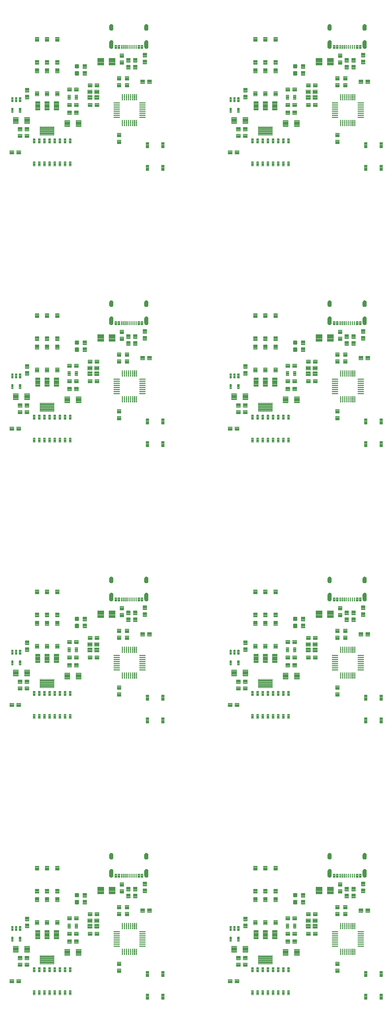
<source format=gtp>
G04 EAGLE Gerber RS-274X export*
G75*
%MOMM*%
%FSLAX34Y34*%
%LPD*%
%INSolderpaste Top*%
%IPPOS*%
%AMOC8*
5,1,8,0,0,1.08239X$1,22.5*%
G01*
%ADD10C,0.100000*%
%ADD11C,0.098000*%
%ADD12C,0.300000*%
%ADD13C,0.102000*%
%ADD14C,0.099059*%
%ADD15C,0.097534*%
%ADD16C,0.110000*%
%ADD17C,0.099000*%
%ADD18C,0.096000*%
%ADD19C,0.104000*%
%ADD20C,0.100800*%

G36*
X849814Y2574015D02*
X849814Y2574015D01*
X849817Y2574011D01*
X850925Y2574181D01*
X850931Y2574187D01*
X850936Y2574184D01*
X851978Y2574596D01*
X851982Y2574603D01*
X851987Y2574601D01*
X852912Y2575235D01*
X852914Y2575243D01*
X852920Y2575242D01*
X853680Y2576066D01*
X853681Y2576074D01*
X853687Y2576074D01*
X854244Y2577046D01*
X854244Y2577050D01*
X854245Y2577051D01*
X854243Y2577053D01*
X854243Y2577054D01*
X854249Y2577056D01*
X854576Y2578128D01*
X854575Y2578133D01*
X854577Y2578134D01*
X854575Y2578137D01*
X854578Y2578139D01*
X854659Y2579256D01*
X854658Y2579259D01*
X854659Y2579260D01*
X854659Y2591260D01*
X854654Y2591267D01*
X854658Y2591271D01*
X854439Y2592215D01*
X854433Y2592221D01*
X854435Y2592226D01*
X854012Y2593098D01*
X854004Y2593101D01*
X854006Y2593107D01*
X853399Y2593863D01*
X853391Y2593865D01*
X853391Y2593871D01*
X852631Y2594472D01*
X852622Y2594472D01*
X852621Y2594478D01*
X851746Y2594896D01*
X851738Y2594894D01*
X851736Y2594899D01*
X850790Y2595112D01*
X850783Y2595108D01*
X850779Y2595113D01*
X849810Y2595109D01*
X849809Y2595109D01*
X848741Y2595090D01*
X848740Y2595090D01*
X848734Y2595086D01*
X848730Y2595089D01*
X847693Y2594833D01*
X847688Y2594826D01*
X847682Y2594829D01*
X846728Y2594348D01*
X846725Y2594341D01*
X846719Y2594342D01*
X845896Y2593661D01*
X845894Y2593653D01*
X845888Y2593653D01*
X845237Y2592806D01*
X845237Y2592798D01*
X845231Y2592797D01*
X844784Y2591826D01*
X844786Y2591818D01*
X844781Y2591816D01*
X844562Y2590770D01*
X844565Y2590763D01*
X844561Y2590760D01*
X844561Y2578760D01*
X844564Y2578755D01*
X844561Y2578752D01*
X844741Y2577657D01*
X844747Y2577651D01*
X844744Y2577646D01*
X845163Y2576618D01*
X845170Y2576614D01*
X845168Y2576609D01*
X845806Y2575700D01*
X845813Y2575698D01*
X845813Y2575692D01*
X846636Y2574948D01*
X846644Y2574947D01*
X846645Y2574941D01*
X847613Y2574399D01*
X847622Y2574400D01*
X847624Y2574394D01*
X848688Y2574081D01*
X848696Y2574084D01*
X848699Y2574079D01*
X849807Y2574011D01*
X849814Y2574015D01*
G37*
G36*
X311334Y2574015D02*
X311334Y2574015D01*
X311337Y2574011D01*
X312445Y2574181D01*
X312451Y2574187D01*
X312456Y2574184D01*
X313498Y2574596D01*
X313502Y2574603D01*
X313507Y2574601D01*
X314432Y2575235D01*
X314434Y2575243D01*
X314440Y2575242D01*
X315200Y2576066D01*
X315201Y2576074D01*
X315207Y2576074D01*
X315764Y2577046D01*
X315764Y2577050D01*
X315765Y2577051D01*
X315763Y2577053D01*
X315763Y2577054D01*
X315769Y2577056D01*
X316096Y2578128D01*
X316095Y2578133D01*
X316097Y2578134D01*
X316095Y2578137D01*
X316098Y2578139D01*
X316179Y2579256D01*
X316178Y2579259D01*
X316179Y2579260D01*
X316179Y2591260D01*
X316174Y2591267D01*
X316178Y2591271D01*
X315959Y2592215D01*
X315953Y2592221D01*
X315955Y2592226D01*
X315532Y2593098D01*
X315524Y2593101D01*
X315526Y2593107D01*
X314919Y2593863D01*
X314911Y2593865D01*
X314911Y2593871D01*
X314151Y2594472D01*
X314142Y2594472D01*
X314141Y2594478D01*
X313266Y2594896D01*
X313258Y2594894D01*
X313256Y2594899D01*
X312310Y2595112D01*
X312303Y2595108D01*
X312299Y2595113D01*
X311330Y2595109D01*
X311329Y2595109D01*
X310261Y2595090D01*
X310260Y2595090D01*
X310254Y2595086D01*
X310250Y2595089D01*
X309213Y2594833D01*
X309208Y2594826D01*
X309202Y2594829D01*
X308248Y2594348D01*
X308245Y2594341D01*
X308239Y2594342D01*
X307416Y2593661D01*
X307414Y2593653D01*
X307408Y2593653D01*
X306757Y2592806D01*
X306757Y2592798D01*
X306751Y2592797D01*
X306304Y2591826D01*
X306306Y2591818D01*
X306301Y2591816D01*
X306082Y2590770D01*
X306085Y2590763D01*
X306081Y2590760D01*
X306081Y2578760D01*
X306084Y2578755D01*
X306081Y2578752D01*
X306261Y2577657D01*
X306267Y2577651D01*
X306264Y2577646D01*
X306683Y2576618D01*
X306690Y2576614D01*
X306688Y2576609D01*
X307326Y2575700D01*
X307333Y2575698D01*
X307333Y2575692D01*
X308156Y2574948D01*
X308164Y2574947D01*
X308165Y2574941D01*
X309133Y2574399D01*
X309142Y2574400D01*
X309144Y2574394D01*
X310208Y2574081D01*
X310216Y2574084D01*
X310219Y2574079D01*
X311327Y2574011D01*
X311334Y2574015D01*
G37*
G36*
X311334Y1893295D02*
X311334Y1893295D01*
X311337Y1893291D01*
X312445Y1893461D01*
X312451Y1893467D01*
X312456Y1893464D01*
X313498Y1893876D01*
X313502Y1893883D01*
X313507Y1893881D01*
X314432Y1894515D01*
X314434Y1894523D01*
X314440Y1894522D01*
X315200Y1895346D01*
X315201Y1895354D01*
X315207Y1895354D01*
X315764Y1896326D01*
X315764Y1896330D01*
X315765Y1896331D01*
X315763Y1896333D01*
X315763Y1896334D01*
X315769Y1896336D01*
X316096Y1897408D01*
X316095Y1897413D01*
X316097Y1897414D01*
X316095Y1897417D01*
X316098Y1897419D01*
X316179Y1898536D01*
X316178Y1898539D01*
X316179Y1898540D01*
X316179Y1910540D01*
X316174Y1910547D01*
X316178Y1910551D01*
X315959Y1911495D01*
X315953Y1911501D01*
X315955Y1911506D01*
X315532Y1912378D01*
X315524Y1912381D01*
X315526Y1912387D01*
X314919Y1913143D01*
X314911Y1913145D01*
X314911Y1913151D01*
X314151Y1913752D01*
X314142Y1913752D01*
X314141Y1913758D01*
X313266Y1914176D01*
X313258Y1914174D01*
X313256Y1914179D01*
X312310Y1914392D01*
X312303Y1914388D01*
X312299Y1914393D01*
X311330Y1914389D01*
X311329Y1914389D01*
X310261Y1914370D01*
X310260Y1914370D01*
X310254Y1914366D01*
X310250Y1914369D01*
X309213Y1914113D01*
X309208Y1914106D01*
X309202Y1914109D01*
X308248Y1913628D01*
X308245Y1913621D01*
X308239Y1913622D01*
X307416Y1912941D01*
X307414Y1912933D01*
X307408Y1912933D01*
X306757Y1912086D01*
X306757Y1912078D01*
X306751Y1912077D01*
X306304Y1911106D01*
X306306Y1911098D01*
X306301Y1911096D01*
X306082Y1910050D01*
X306085Y1910043D01*
X306081Y1910040D01*
X306081Y1898040D01*
X306084Y1898035D01*
X306081Y1898032D01*
X306261Y1896937D01*
X306267Y1896931D01*
X306264Y1896926D01*
X306683Y1895898D01*
X306690Y1895894D01*
X306688Y1895889D01*
X307326Y1894980D01*
X307333Y1894978D01*
X307333Y1894972D01*
X308156Y1894228D01*
X308164Y1894227D01*
X308165Y1894221D01*
X309133Y1893679D01*
X309142Y1893680D01*
X309144Y1893674D01*
X310208Y1893361D01*
X310216Y1893364D01*
X310219Y1893359D01*
X311327Y1893291D01*
X311334Y1893295D01*
G37*
G36*
X849814Y1893295D02*
X849814Y1893295D01*
X849817Y1893291D01*
X850925Y1893461D01*
X850931Y1893467D01*
X850936Y1893464D01*
X851978Y1893876D01*
X851982Y1893883D01*
X851987Y1893881D01*
X852912Y1894515D01*
X852914Y1894523D01*
X852920Y1894522D01*
X853680Y1895346D01*
X853681Y1895354D01*
X853687Y1895354D01*
X854244Y1896326D01*
X854244Y1896330D01*
X854245Y1896331D01*
X854243Y1896333D01*
X854243Y1896334D01*
X854249Y1896336D01*
X854576Y1897408D01*
X854575Y1897413D01*
X854577Y1897414D01*
X854575Y1897417D01*
X854578Y1897419D01*
X854659Y1898536D01*
X854658Y1898539D01*
X854659Y1898540D01*
X854659Y1910540D01*
X854654Y1910547D01*
X854658Y1910551D01*
X854439Y1911495D01*
X854433Y1911501D01*
X854435Y1911506D01*
X854012Y1912378D01*
X854004Y1912381D01*
X854006Y1912387D01*
X853399Y1913143D01*
X853391Y1913145D01*
X853391Y1913151D01*
X852631Y1913752D01*
X852622Y1913752D01*
X852621Y1913758D01*
X851746Y1914176D01*
X851738Y1914174D01*
X851736Y1914179D01*
X850790Y1914392D01*
X850783Y1914388D01*
X850779Y1914393D01*
X849810Y1914389D01*
X849809Y1914389D01*
X848741Y1914370D01*
X848740Y1914370D01*
X848734Y1914366D01*
X848730Y1914369D01*
X847693Y1914113D01*
X847688Y1914106D01*
X847682Y1914109D01*
X846728Y1913628D01*
X846725Y1913621D01*
X846719Y1913622D01*
X845896Y1912941D01*
X845894Y1912933D01*
X845888Y1912933D01*
X845237Y1912086D01*
X845237Y1912078D01*
X845231Y1912077D01*
X844784Y1911106D01*
X844786Y1911098D01*
X844781Y1911096D01*
X844562Y1910050D01*
X844565Y1910043D01*
X844561Y1910040D01*
X844561Y1898040D01*
X844564Y1898035D01*
X844561Y1898032D01*
X844741Y1896937D01*
X844747Y1896931D01*
X844744Y1896926D01*
X845163Y1895898D01*
X845170Y1895894D01*
X845168Y1895889D01*
X845806Y1894980D01*
X845813Y1894978D01*
X845813Y1894972D01*
X846636Y1894228D01*
X846644Y1894227D01*
X846645Y1894221D01*
X847613Y1893679D01*
X847622Y1893680D01*
X847624Y1893674D01*
X848688Y1893361D01*
X848696Y1893364D01*
X848699Y1893359D01*
X849807Y1893291D01*
X849814Y1893295D01*
G37*
G36*
X311334Y1212575D02*
X311334Y1212575D01*
X311337Y1212571D01*
X312445Y1212741D01*
X312451Y1212747D01*
X312456Y1212744D01*
X313498Y1213156D01*
X313502Y1213163D01*
X313507Y1213161D01*
X314432Y1213795D01*
X314434Y1213803D01*
X314440Y1213802D01*
X315200Y1214626D01*
X315201Y1214634D01*
X315207Y1214634D01*
X315764Y1215606D01*
X315764Y1215610D01*
X315765Y1215611D01*
X315763Y1215613D01*
X315763Y1215614D01*
X315769Y1215616D01*
X316096Y1216688D01*
X316095Y1216693D01*
X316097Y1216694D01*
X316095Y1216697D01*
X316098Y1216699D01*
X316179Y1217816D01*
X316178Y1217819D01*
X316179Y1217820D01*
X316179Y1229820D01*
X316174Y1229827D01*
X316178Y1229831D01*
X315959Y1230775D01*
X315953Y1230781D01*
X315955Y1230786D01*
X315532Y1231658D01*
X315524Y1231661D01*
X315526Y1231667D01*
X314919Y1232423D01*
X314911Y1232425D01*
X314911Y1232431D01*
X314151Y1233032D01*
X314142Y1233032D01*
X314141Y1233038D01*
X313266Y1233456D01*
X313258Y1233454D01*
X313256Y1233459D01*
X312310Y1233672D01*
X312303Y1233668D01*
X312299Y1233673D01*
X311330Y1233669D01*
X311329Y1233669D01*
X310261Y1233650D01*
X310260Y1233650D01*
X310254Y1233646D01*
X310250Y1233649D01*
X309213Y1233393D01*
X309208Y1233386D01*
X309202Y1233389D01*
X308248Y1232908D01*
X308245Y1232901D01*
X308239Y1232902D01*
X307416Y1232221D01*
X307414Y1232213D01*
X307408Y1232213D01*
X306757Y1231366D01*
X306757Y1231358D01*
X306751Y1231357D01*
X306304Y1230386D01*
X306306Y1230378D01*
X306301Y1230376D01*
X306082Y1229330D01*
X306085Y1229323D01*
X306081Y1229320D01*
X306081Y1217320D01*
X306084Y1217315D01*
X306081Y1217312D01*
X306261Y1216217D01*
X306267Y1216211D01*
X306264Y1216206D01*
X306683Y1215178D01*
X306690Y1215174D01*
X306688Y1215169D01*
X307326Y1214260D01*
X307333Y1214258D01*
X307333Y1214252D01*
X308156Y1213508D01*
X308164Y1213507D01*
X308165Y1213501D01*
X309133Y1212959D01*
X309142Y1212960D01*
X309144Y1212954D01*
X310208Y1212641D01*
X310216Y1212644D01*
X310219Y1212639D01*
X311327Y1212571D01*
X311334Y1212575D01*
G37*
G36*
X849814Y1212575D02*
X849814Y1212575D01*
X849817Y1212571D01*
X850925Y1212741D01*
X850931Y1212747D01*
X850936Y1212744D01*
X851978Y1213156D01*
X851982Y1213163D01*
X851987Y1213161D01*
X852912Y1213795D01*
X852914Y1213803D01*
X852920Y1213802D01*
X853680Y1214626D01*
X853681Y1214634D01*
X853687Y1214634D01*
X854244Y1215606D01*
X854244Y1215610D01*
X854245Y1215611D01*
X854243Y1215613D01*
X854243Y1215614D01*
X854249Y1215616D01*
X854576Y1216688D01*
X854575Y1216693D01*
X854577Y1216694D01*
X854575Y1216697D01*
X854578Y1216699D01*
X854659Y1217816D01*
X854658Y1217819D01*
X854659Y1217820D01*
X854659Y1229820D01*
X854654Y1229827D01*
X854658Y1229831D01*
X854439Y1230775D01*
X854433Y1230781D01*
X854435Y1230786D01*
X854012Y1231658D01*
X854004Y1231661D01*
X854006Y1231667D01*
X853399Y1232423D01*
X853391Y1232425D01*
X853391Y1232431D01*
X852631Y1233032D01*
X852622Y1233032D01*
X852621Y1233038D01*
X851746Y1233456D01*
X851738Y1233454D01*
X851736Y1233459D01*
X850790Y1233672D01*
X850783Y1233668D01*
X850779Y1233673D01*
X849810Y1233669D01*
X849809Y1233669D01*
X848741Y1233650D01*
X848740Y1233650D01*
X848734Y1233646D01*
X848730Y1233649D01*
X847693Y1233393D01*
X847688Y1233386D01*
X847682Y1233389D01*
X846728Y1232908D01*
X846725Y1232901D01*
X846719Y1232902D01*
X845896Y1232221D01*
X845894Y1232213D01*
X845888Y1232213D01*
X845237Y1231366D01*
X845237Y1231358D01*
X845231Y1231357D01*
X844784Y1230386D01*
X844786Y1230378D01*
X844781Y1230376D01*
X844562Y1229330D01*
X844565Y1229323D01*
X844561Y1229320D01*
X844561Y1217320D01*
X844564Y1217315D01*
X844561Y1217312D01*
X844741Y1216217D01*
X844747Y1216211D01*
X844744Y1216206D01*
X845163Y1215178D01*
X845170Y1215174D01*
X845168Y1215169D01*
X845806Y1214260D01*
X845813Y1214258D01*
X845813Y1214252D01*
X846636Y1213508D01*
X846644Y1213507D01*
X846645Y1213501D01*
X847613Y1212959D01*
X847622Y1212960D01*
X847624Y1212954D01*
X848688Y1212641D01*
X848696Y1212644D01*
X848699Y1212639D01*
X849807Y1212571D01*
X849814Y1212575D01*
G37*
G36*
X849814Y531855D02*
X849814Y531855D01*
X849817Y531851D01*
X850925Y532021D01*
X850931Y532027D01*
X850936Y532024D01*
X851978Y532436D01*
X851982Y532443D01*
X851987Y532441D01*
X852912Y533075D01*
X852914Y533083D01*
X852920Y533082D01*
X853680Y533906D01*
X853681Y533914D01*
X853687Y533914D01*
X854244Y534886D01*
X854244Y534890D01*
X854245Y534891D01*
X854243Y534893D01*
X854243Y534894D01*
X854249Y534896D01*
X854576Y535968D01*
X854575Y535973D01*
X854577Y535974D01*
X854575Y535977D01*
X854578Y535979D01*
X854659Y537096D01*
X854658Y537099D01*
X854659Y537100D01*
X854659Y549100D01*
X854654Y549107D01*
X854658Y549111D01*
X854439Y550055D01*
X854433Y550061D01*
X854435Y550066D01*
X854012Y550938D01*
X854004Y550941D01*
X854006Y550947D01*
X853399Y551703D01*
X853391Y551705D01*
X853391Y551711D01*
X852631Y552312D01*
X852622Y552312D01*
X852621Y552318D01*
X851746Y552736D01*
X851738Y552734D01*
X851736Y552739D01*
X850790Y552952D01*
X850783Y552948D01*
X850779Y552953D01*
X849810Y552949D01*
X849809Y552949D01*
X848741Y552930D01*
X848740Y552930D01*
X848734Y552926D01*
X848730Y552929D01*
X847693Y552673D01*
X847688Y552666D01*
X847682Y552669D01*
X846728Y552188D01*
X846725Y552181D01*
X846719Y552182D01*
X845896Y551501D01*
X845894Y551493D01*
X845888Y551493D01*
X845237Y550646D01*
X845237Y550638D01*
X845231Y550637D01*
X844784Y549666D01*
X844786Y549658D01*
X844781Y549656D01*
X844562Y548610D01*
X844565Y548603D01*
X844561Y548600D01*
X844561Y536600D01*
X844564Y536595D01*
X844561Y536592D01*
X844741Y535497D01*
X844747Y535491D01*
X844744Y535486D01*
X845163Y534458D01*
X845170Y534454D01*
X845168Y534449D01*
X845806Y533540D01*
X845813Y533538D01*
X845813Y533532D01*
X846636Y532788D01*
X846644Y532787D01*
X846645Y532781D01*
X847613Y532239D01*
X847622Y532240D01*
X847624Y532234D01*
X848688Y531921D01*
X848696Y531924D01*
X848699Y531919D01*
X849807Y531851D01*
X849814Y531855D01*
G37*
G36*
X311334Y531855D02*
X311334Y531855D01*
X311337Y531851D01*
X312445Y532021D01*
X312451Y532027D01*
X312456Y532024D01*
X313498Y532436D01*
X313502Y532443D01*
X313507Y532441D01*
X314432Y533075D01*
X314434Y533083D01*
X314440Y533082D01*
X315200Y533906D01*
X315201Y533914D01*
X315207Y533914D01*
X315764Y534886D01*
X315764Y534890D01*
X315765Y534891D01*
X315763Y534893D01*
X315763Y534894D01*
X315769Y534896D01*
X316096Y535968D01*
X316095Y535973D01*
X316097Y535974D01*
X316095Y535977D01*
X316098Y535979D01*
X316179Y537096D01*
X316178Y537099D01*
X316179Y537100D01*
X316179Y549100D01*
X316174Y549107D01*
X316178Y549111D01*
X315959Y550055D01*
X315953Y550061D01*
X315955Y550066D01*
X315532Y550938D01*
X315524Y550941D01*
X315526Y550947D01*
X314919Y551703D01*
X314911Y551705D01*
X314911Y551711D01*
X314151Y552312D01*
X314142Y552312D01*
X314141Y552318D01*
X313266Y552736D01*
X313258Y552734D01*
X313256Y552739D01*
X312310Y552952D01*
X312303Y552948D01*
X312299Y552953D01*
X311330Y552949D01*
X311329Y552949D01*
X310261Y552930D01*
X310260Y552930D01*
X310254Y552926D01*
X310250Y552929D01*
X309213Y552673D01*
X309208Y552666D01*
X309202Y552669D01*
X308248Y552188D01*
X308245Y552181D01*
X308239Y552182D01*
X307416Y551501D01*
X307414Y551493D01*
X307408Y551493D01*
X306757Y550646D01*
X306757Y550638D01*
X306751Y550637D01*
X306304Y549666D01*
X306306Y549658D01*
X306301Y549656D01*
X306082Y548610D01*
X306085Y548603D01*
X306081Y548600D01*
X306081Y536600D01*
X306084Y536595D01*
X306081Y536592D01*
X306261Y535497D01*
X306267Y535491D01*
X306264Y535486D01*
X306683Y534458D01*
X306690Y534454D01*
X306688Y534449D01*
X307326Y533540D01*
X307333Y533538D01*
X307333Y533532D01*
X308156Y532788D01*
X308164Y532787D01*
X308165Y532781D01*
X309133Y532239D01*
X309142Y532240D01*
X309144Y532234D01*
X310208Y531921D01*
X310216Y531924D01*
X310219Y531919D01*
X311327Y531851D01*
X311334Y531855D01*
G37*
G36*
X936312Y2574014D02*
X936312Y2574014D01*
X936316Y2574011D01*
X937361Y2574129D01*
X937367Y2574135D01*
X937372Y2574131D01*
X938366Y2574479D01*
X938370Y2574486D01*
X938375Y2574484D01*
X939267Y2575044D01*
X939270Y2575051D01*
X939275Y2575051D01*
X940019Y2575795D01*
X940021Y2575803D01*
X940026Y2575803D01*
X940586Y2576695D01*
X940586Y2576702D01*
X940587Y2576703D01*
X940591Y2576704D01*
X940939Y2577698D01*
X940936Y2577706D01*
X940941Y2577709D01*
X941059Y2578755D01*
X941057Y2578758D01*
X941059Y2578760D01*
X941059Y2590760D01*
X941056Y2590765D01*
X941059Y2590768D01*
X940901Y2591764D01*
X940895Y2591770D01*
X940898Y2591775D01*
X940523Y2592711D01*
X940516Y2592715D01*
X940518Y2592721D01*
X939944Y2593550D01*
X939936Y2593553D01*
X939937Y2593558D01*
X939193Y2594239D01*
X939184Y2594240D01*
X939184Y2594246D01*
X938307Y2594744D01*
X938299Y2594743D01*
X938296Y2594748D01*
X937331Y2595039D01*
X937323Y2595036D01*
X937320Y2595041D01*
X936313Y2595109D01*
X936311Y2595108D01*
X936310Y2595109D01*
X935229Y2595100D01*
X935222Y2595095D01*
X935218Y2595099D01*
X934166Y2594850D01*
X934161Y2594843D01*
X934156Y2594846D01*
X933186Y2594369D01*
X933183Y2594361D01*
X933177Y2594363D01*
X932338Y2593682D01*
X932336Y2593674D01*
X932330Y2593674D01*
X931664Y2592824D01*
X931663Y2592815D01*
X931658Y2592814D01*
X931197Y2591837D01*
X931199Y2591829D01*
X931194Y2591826D01*
X930962Y2590771D01*
X930965Y2590763D01*
X930961Y2590760D01*
X930961Y2578760D01*
X930965Y2578755D01*
X930961Y2578752D01*
X931154Y2577646D01*
X931160Y2577641D01*
X931157Y2577636D01*
X931590Y2576601D01*
X931597Y2576597D01*
X931595Y2576592D01*
X932248Y2575679D01*
X932256Y2575677D01*
X932255Y2575671D01*
X933094Y2574927D01*
X933103Y2574926D01*
X933103Y2574921D01*
X934087Y2574382D01*
X934095Y2574383D01*
X934097Y2574378D01*
X935176Y2574071D01*
X935184Y2574074D01*
X935187Y2574069D01*
X936307Y2574011D01*
X936312Y2574014D01*
G37*
G36*
X397832Y2574014D02*
X397832Y2574014D01*
X397836Y2574011D01*
X398881Y2574129D01*
X398887Y2574135D01*
X398892Y2574131D01*
X399886Y2574479D01*
X399890Y2574486D01*
X399895Y2574484D01*
X400787Y2575044D01*
X400790Y2575051D01*
X400795Y2575051D01*
X401539Y2575795D01*
X401541Y2575803D01*
X401546Y2575803D01*
X402106Y2576695D01*
X402106Y2576702D01*
X402107Y2576703D01*
X402111Y2576704D01*
X402459Y2577698D01*
X402456Y2577706D01*
X402461Y2577709D01*
X402579Y2578755D01*
X402577Y2578758D01*
X402579Y2578760D01*
X402579Y2590760D01*
X402576Y2590765D01*
X402579Y2590768D01*
X402421Y2591764D01*
X402415Y2591770D01*
X402418Y2591775D01*
X402043Y2592711D01*
X402036Y2592715D01*
X402038Y2592721D01*
X401464Y2593550D01*
X401456Y2593553D01*
X401457Y2593558D01*
X400713Y2594239D01*
X400704Y2594240D01*
X400704Y2594246D01*
X399827Y2594744D01*
X399819Y2594743D01*
X399816Y2594748D01*
X398851Y2595039D01*
X398843Y2595036D01*
X398840Y2595041D01*
X397833Y2595109D01*
X397831Y2595108D01*
X397830Y2595109D01*
X396749Y2595100D01*
X396742Y2595095D01*
X396738Y2595099D01*
X395686Y2594850D01*
X395681Y2594843D01*
X395676Y2594846D01*
X394706Y2594369D01*
X394703Y2594361D01*
X394697Y2594363D01*
X393858Y2593682D01*
X393856Y2593674D01*
X393850Y2593674D01*
X393184Y2592824D01*
X393183Y2592815D01*
X393178Y2592814D01*
X392717Y2591837D01*
X392719Y2591829D01*
X392714Y2591826D01*
X392482Y2590771D01*
X392485Y2590763D01*
X392481Y2590760D01*
X392481Y2578760D01*
X392485Y2578755D01*
X392481Y2578752D01*
X392674Y2577646D01*
X392680Y2577641D01*
X392677Y2577636D01*
X393110Y2576601D01*
X393117Y2576597D01*
X393115Y2576592D01*
X393768Y2575679D01*
X393776Y2575677D01*
X393775Y2575671D01*
X394614Y2574927D01*
X394623Y2574926D01*
X394623Y2574921D01*
X395607Y2574382D01*
X395615Y2574383D01*
X395617Y2574378D01*
X396696Y2574071D01*
X396704Y2574074D01*
X396707Y2574069D01*
X397827Y2574011D01*
X397832Y2574014D01*
G37*
G36*
X397832Y1893294D02*
X397832Y1893294D01*
X397836Y1893291D01*
X398881Y1893409D01*
X398887Y1893415D01*
X398892Y1893411D01*
X399886Y1893759D01*
X399890Y1893766D01*
X399895Y1893764D01*
X400787Y1894324D01*
X400790Y1894331D01*
X400795Y1894331D01*
X401539Y1895075D01*
X401541Y1895083D01*
X401546Y1895083D01*
X402106Y1895975D01*
X402106Y1895982D01*
X402107Y1895983D01*
X402111Y1895984D01*
X402459Y1896978D01*
X402456Y1896986D01*
X402461Y1896989D01*
X402579Y1898035D01*
X402577Y1898038D01*
X402579Y1898040D01*
X402579Y1910040D01*
X402576Y1910045D01*
X402579Y1910048D01*
X402421Y1911044D01*
X402415Y1911050D01*
X402418Y1911055D01*
X402043Y1911991D01*
X402036Y1911995D01*
X402038Y1912001D01*
X401464Y1912830D01*
X401456Y1912833D01*
X401457Y1912838D01*
X400713Y1913519D01*
X400704Y1913520D01*
X400704Y1913526D01*
X399827Y1914024D01*
X399819Y1914023D01*
X399816Y1914028D01*
X398851Y1914319D01*
X398843Y1914316D01*
X398840Y1914321D01*
X397833Y1914389D01*
X397831Y1914388D01*
X397830Y1914389D01*
X396749Y1914380D01*
X396742Y1914375D01*
X396738Y1914379D01*
X395686Y1914130D01*
X395681Y1914123D01*
X395676Y1914126D01*
X394706Y1913649D01*
X394703Y1913641D01*
X394697Y1913643D01*
X393858Y1912962D01*
X393856Y1912954D01*
X393850Y1912954D01*
X393184Y1912104D01*
X393183Y1912095D01*
X393178Y1912094D01*
X392717Y1911117D01*
X392719Y1911109D01*
X392714Y1911106D01*
X392482Y1910051D01*
X392485Y1910043D01*
X392481Y1910040D01*
X392481Y1898040D01*
X392485Y1898035D01*
X392481Y1898032D01*
X392674Y1896926D01*
X392680Y1896921D01*
X392677Y1896916D01*
X393110Y1895881D01*
X393117Y1895877D01*
X393115Y1895872D01*
X393768Y1894959D01*
X393776Y1894957D01*
X393775Y1894951D01*
X394614Y1894207D01*
X394623Y1894206D01*
X394623Y1894201D01*
X395607Y1893662D01*
X395615Y1893663D01*
X395617Y1893658D01*
X396696Y1893351D01*
X396704Y1893354D01*
X396707Y1893349D01*
X397827Y1893291D01*
X397832Y1893294D01*
G37*
G36*
X936312Y1893294D02*
X936312Y1893294D01*
X936316Y1893291D01*
X937361Y1893409D01*
X937367Y1893415D01*
X937372Y1893411D01*
X938366Y1893759D01*
X938370Y1893766D01*
X938375Y1893764D01*
X939267Y1894324D01*
X939270Y1894331D01*
X939275Y1894331D01*
X940019Y1895075D01*
X940021Y1895083D01*
X940026Y1895083D01*
X940586Y1895975D01*
X940586Y1895982D01*
X940587Y1895983D01*
X940591Y1895984D01*
X940939Y1896978D01*
X940936Y1896986D01*
X940941Y1896989D01*
X941059Y1898035D01*
X941057Y1898038D01*
X941059Y1898040D01*
X941059Y1910040D01*
X941056Y1910045D01*
X941059Y1910048D01*
X940901Y1911044D01*
X940895Y1911050D01*
X940898Y1911055D01*
X940523Y1911991D01*
X940516Y1911995D01*
X940518Y1912001D01*
X939944Y1912830D01*
X939936Y1912833D01*
X939937Y1912838D01*
X939193Y1913519D01*
X939184Y1913520D01*
X939184Y1913526D01*
X938307Y1914024D01*
X938299Y1914023D01*
X938296Y1914028D01*
X937331Y1914319D01*
X937323Y1914316D01*
X937320Y1914321D01*
X936313Y1914389D01*
X936311Y1914388D01*
X936310Y1914389D01*
X935229Y1914380D01*
X935222Y1914375D01*
X935218Y1914379D01*
X934166Y1914130D01*
X934161Y1914123D01*
X934156Y1914126D01*
X933186Y1913649D01*
X933183Y1913641D01*
X933177Y1913643D01*
X932338Y1912962D01*
X932336Y1912954D01*
X932330Y1912954D01*
X931664Y1912104D01*
X931663Y1912095D01*
X931658Y1912094D01*
X931197Y1911117D01*
X931199Y1911109D01*
X931194Y1911106D01*
X930962Y1910051D01*
X930965Y1910043D01*
X930961Y1910040D01*
X930961Y1898040D01*
X930965Y1898035D01*
X930961Y1898032D01*
X931154Y1896926D01*
X931160Y1896921D01*
X931157Y1896916D01*
X931590Y1895881D01*
X931597Y1895877D01*
X931595Y1895872D01*
X932248Y1894959D01*
X932256Y1894957D01*
X932255Y1894951D01*
X933094Y1894207D01*
X933103Y1894206D01*
X933103Y1894201D01*
X934087Y1893662D01*
X934095Y1893663D01*
X934097Y1893658D01*
X935176Y1893351D01*
X935184Y1893354D01*
X935187Y1893349D01*
X936307Y1893291D01*
X936312Y1893294D01*
G37*
G36*
X397832Y1212574D02*
X397832Y1212574D01*
X397836Y1212571D01*
X398881Y1212689D01*
X398887Y1212695D01*
X398892Y1212691D01*
X399886Y1213039D01*
X399890Y1213046D01*
X399895Y1213044D01*
X400787Y1213604D01*
X400790Y1213611D01*
X400795Y1213611D01*
X401539Y1214355D01*
X401541Y1214363D01*
X401546Y1214363D01*
X402106Y1215255D01*
X402106Y1215262D01*
X402107Y1215263D01*
X402111Y1215264D01*
X402459Y1216258D01*
X402456Y1216266D01*
X402461Y1216269D01*
X402579Y1217315D01*
X402577Y1217318D01*
X402579Y1217320D01*
X402579Y1229320D01*
X402576Y1229325D01*
X402579Y1229328D01*
X402421Y1230324D01*
X402415Y1230330D01*
X402418Y1230335D01*
X402043Y1231271D01*
X402036Y1231275D01*
X402038Y1231281D01*
X401464Y1232110D01*
X401456Y1232113D01*
X401457Y1232118D01*
X400713Y1232799D01*
X400704Y1232800D01*
X400704Y1232806D01*
X399827Y1233304D01*
X399819Y1233303D01*
X399816Y1233308D01*
X398851Y1233599D01*
X398843Y1233596D01*
X398840Y1233601D01*
X397833Y1233669D01*
X397831Y1233668D01*
X397830Y1233669D01*
X396749Y1233660D01*
X396742Y1233655D01*
X396738Y1233659D01*
X395686Y1233410D01*
X395681Y1233403D01*
X395676Y1233406D01*
X394706Y1232929D01*
X394703Y1232921D01*
X394697Y1232923D01*
X393858Y1232242D01*
X393856Y1232234D01*
X393850Y1232234D01*
X393184Y1231384D01*
X393183Y1231375D01*
X393178Y1231374D01*
X392717Y1230397D01*
X392719Y1230389D01*
X392714Y1230386D01*
X392482Y1229331D01*
X392485Y1229323D01*
X392481Y1229320D01*
X392481Y1217320D01*
X392485Y1217315D01*
X392481Y1217312D01*
X392674Y1216206D01*
X392680Y1216201D01*
X392677Y1216196D01*
X393110Y1215161D01*
X393117Y1215157D01*
X393115Y1215152D01*
X393768Y1214239D01*
X393776Y1214237D01*
X393775Y1214231D01*
X394614Y1213487D01*
X394623Y1213486D01*
X394623Y1213481D01*
X395607Y1212942D01*
X395615Y1212943D01*
X395617Y1212938D01*
X396696Y1212631D01*
X396704Y1212634D01*
X396707Y1212629D01*
X397827Y1212571D01*
X397832Y1212574D01*
G37*
G36*
X936312Y1212574D02*
X936312Y1212574D01*
X936316Y1212571D01*
X937361Y1212689D01*
X937367Y1212695D01*
X937372Y1212691D01*
X938366Y1213039D01*
X938370Y1213046D01*
X938375Y1213044D01*
X939267Y1213604D01*
X939270Y1213611D01*
X939275Y1213611D01*
X940019Y1214355D01*
X940021Y1214363D01*
X940026Y1214363D01*
X940586Y1215255D01*
X940586Y1215262D01*
X940587Y1215263D01*
X940591Y1215264D01*
X940939Y1216258D01*
X940936Y1216266D01*
X940941Y1216269D01*
X941059Y1217315D01*
X941057Y1217318D01*
X941059Y1217320D01*
X941059Y1229320D01*
X941056Y1229325D01*
X941059Y1229328D01*
X940901Y1230324D01*
X940895Y1230330D01*
X940898Y1230335D01*
X940523Y1231271D01*
X940516Y1231275D01*
X940518Y1231281D01*
X939944Y1232110D01*
X939936Y1232113D01*
X939937Y1232118D01*
X939193Y1232799D01*
X939184Y1232800D01*
X939184Y1232806D01*
X938307Y1233304D01*
X938299Y1233303D01*
X938296Y1233308D01*
X937331Y1233599D01*
X937323Y1233596D01*
X937320Y1233601D01*
X936313Y1233669D01*
X936311Y1233668D01*
X936310Y1233669D01*
X935229Y1233660D01*
X935222Y1233655D01*
X935218Y1233659D01*
X934166Y1233410D01*
X934161Y1233403D01*
X934156Y1233406D01*
X933186Y1232929D01*
X933183Y1232921D01*
X933177Y1232923D01*
X932338Y1232242D01*
X932336Y1232234D01*
X932330Y1232234D01*
X931664Y1231384D01*
X931663Y1231375D01*
X931658Y1231374D01*
X931197Y1230397D01*
X931199Y1230389D01*
X931194Y1230386D01*
X930962Y1229331D01*
X930965Y1229323D01*
X930961Y1229320D01*
X930961Y1217320D01*
X930965Y1217315D01*
X930961Y1217312D01*
X931154Y1216206D01*
X931160Y1216201D01*
X931157Y1216196D01*
X931590Y1215161D01*
X931597Y1215157D01*
X931595Y1215152D01*
X932248Y1214239D01*
X932256Y1214237D01*
X932255Y1214231D01*
X933094Y1213487D01*
X933103Y1213486D01*
X933103Y1213481D01*
X934087Y1212942D01*
X934095Y1212943D01*
X934097Y1212938D01*
X935176Y1212631D01*
X935184Y1212634D01*
X935187Y1212629D01*
X936307Y1212571D01*
X936312Y1212574D01*
G37*
G36*
X936312Y531854D02*
X936312Y531854D01*
X936316Y531851D01*
X937361Y531969D01*
X937367Y531975D01*
X937372Y531971D01*
X938366Y532319D01*
X938370Y532326D01*
X938375Y532324D01*
X939267Y532884D01*
X939270Y532891D01*
X939275Y532891D01*
X940019Y533635D01*
X940021Y533643D01*
X940026Y533643D01*
X940586Y534535D01*
X940586Y534542D01*
X940587Y534543D01*
X940591Y534544D01*
X940939Y535538D01*
X940936Y535546D01*
X940941Y535549D01*
X941059Y536595D01*
X941057Y536598D01*
X941059Y536600D01*
X941059Y548600D01*
X941056Y548605D01*
X941059Y548608D01*
X940901Y549604D01*
X940895Y549610D01*
X940898Y549615D01*
X940523Y550551D01*
X940516Y550555D01*
X940518Y550561D01*
X939944Y551390D01*
X939936Y551393D01*
X939937Y551398D01*
X939193Y552079D01*
X939184Y552080D01*
X939184Y552086D01*
X938307Y552584D01*
X938299Y552583D01*
X938296Y552588D01*
X937331Y552879D01*
X937323Y552876D01*
X937320Y552881D01*
X936313Y552949D01*
X936311Y552948D01*
X936310Y552949D01*
X935229Y552940D01*
X935222Y552935D01*
X935218Y552939D01*
X934166Y552690D01*
X934161Y552683D01*
X934156Y552686D01*
X933186Y552209D01*
X933183Y552201D01*
X933177Y552203D01*
X932338Y551522D01*
X932336Y551514D01*
X932330Y551514D01*
X931664Y550664D01*
X931663Y550655D01*
X931658Y550654D01*
X931197Y549677D01*
X931199Y549669D01*
X931194Y549666D01*
X930962Y548611D01*
X930965Y548603D01*
X930961Y548600D01*
X930961Y536600D01*
X930965Y536595D01*
X930961Y536592D01*
X931154Y535486D01*
X931160Y535481D01*
X931157Y535476D01*
X931590Y534441D01*
X931597Y534437D01*
X931595Y534432D01*
X932248Y533519D01*
X932256Y533517D01*
X932255Y533511D01*
X933094Y532767D01*
X933103Y532766D01*
X933103Y532761D01*
X934087Y532222D01*
X934095Y532223D01*
X934097Y532218D01*
X935176Y531911D01*
X935184Y531914D01*
X935187Y531909D01*
X936307Y531851D01*
X936312Y531854D01*
G37*
G36*
X397832Y531854D02*
X397832Y531854D01*
X397836Y531851D01*
X398881Y531969D01*
X398887Y531975D01*
X398892Y531971D01*
X399886Y532319D01*
X399890Y532326D01*
X399895Y532324D01*
X400787Y532884D01*
X400790Y532891D01*
X400795Y532891D01*
X401539Y533635D01*
X401541Y533643D01*
X401546Y533643D01*
X402106Y534535D01*
X402106Y534542D01*
X402107Y534543D01*
X402111Y534544D01*
X402459Y535538D01*
X402456Y535546D01*
X402461Y535549D01*
X402579Y536595D01*
X402577Y536598D01*
X402579Y536600D01*
X402579Y548600D01*
X402576Y548605D01*
X402579Y548608D01*
X402421Y549604D01*
X402415Y549610D01*
X402418Y549615D01*
X402043Y550551D01*
X402036Y550555D01*
X402038Y550561D01*
X401464Y551390D01*
X401456Y551393D01*
X401457Y551398D01*
X400713Y552079D01*
X400704Y552080D01*
X400704Y552086D01*
X399827Y552584D01*
X399819Y552583D01*
X399816Y552588D01*
X398851Y552879D01*
X398843Y552876D01*
X398840Y552881D01*
X397833Y552949D01*
X397831Y552948D01*
X397830Y552949D01*
X396749Y552940D01*
X396742Y552935D01*
X396738Y552939D01*
X395686Y552690D01*
X395681Y552683D01*
X395676Y552686D01*
X394706Y552209D01*
X394703Y552201D01*
X394697Y552203D01*
X393858Y551522D01*
X393856Y551514D01*
X393850Y551514D01*
X393184Y550664D01*
X393183Y550655D01*
X393178Y550654D01*
X392717Y549677D01*
X392719Y549669D01*
X392714Y549666D01*
X392482Y548611D01*
X392485Y548603D01*
X392481Y548600D01*
X392481Y536600D01*
X392485Y536595D01*
X392481Y536592D01*
X392674Y535486D01*
X392680Y535481D01*
X392677Y535476D01*
X393110Y534441D01*
X393117Y534437D01*
X393115Y534432D01*
X393768Y533519D01*
X393776Y533517D01*
X393775Y533511D01*
X394614Y532767D01*
X394623Y532766D01*
X394623Y532761D01*
X395607Y532222D01*
X395615Y532223D01*
X395617Y532218D01*
X396696Y531911D01*
X396704Y531914D01*
X396707Y531909D01*
X397827Y531851D01*
X397832Y531854D01*
G37*
G36*
X311334Y2618516D02*
X311334Y2618516D01*
X311339Y2618512D01*
X312476Y2618719D01*
X312482Y2618725D01*
X312487Y2618722D01*
X313549Y2619177D01*
X313553Y2619184D01*
X313559Y2619182D01*
X314494Y2619862D01*
X314496Y2619870D01*
X314502Y2619869D01*
X315262Y2620740D01*
X315262Y2620748D01*
X315268Y2620749D01*
X315815Y2621768D01*
X315814Y2621776D01*
X315819Y2621778D01*
X315825Y2621797D01*
X315838Y2621846D01*
X315852Y2621896D01*
X315865Y2621945D01*
X315879Y2621994D01*
X315892Y2622043D01*
X315893Y2622043D01*
X315892Y2622043D01*
X315906Y2622093D01*
X315920Y2622142D01*
X315933Y2622191D01*
X315947Y2622240D01*
X315960Y2622290D01*
X315974Y2622339D01*
X315987Y2622388D01*
X316001Y2622437D01*
X316015Y2622487D01*
X316028Y2622536D01*
X316042Y2622585D01*
X316126Y2622892D01*
X316123Y2622900D01*
X316128Y2622903D01*
X316179Y2624058D01*
X316178Y2624059D01*
X316179Y2624060D01*
X316179Y2630060D01*
X316175Y2630066D01*
X316178Y2630069D01*
X315966Y2631150D01*
X315960Y2631155D01*
X315963Y2631160D01*
X315516Y2632166D01*
X315509Y2632170D01*
X315511Y2632176D01*
X314851Y2633057D01*
X314843Y2633060D01*
X314843Y2633065D01*
X314004Y2633778D01*
X313996Y2633778D01*
X313995Y2633784D01*
X313018Y2634292D01*
X313010Y2634291D01*
X313008Y2634296D01*
X311943Y2634574D01*
X311935Y2634571D01*
X311932Y2634575D01*
X310832Y2634609D01*
X310826Y2634606D01*
X310823Y2634609D01*
X309748Y2634454D01*
X309742Y2634448D01*
X309737Y2634451D01*
X308723Y2634061D01*
X308719Y2634054D01*
X308713Y2634056D01*
X307811Y2633449D01*
X307809Y2633441D01*
X307803Y2633442D01*
X307059Y2632650D01*
X307058Y2632642D01*
X307052Y2632642D01*
X306503Y2631704D01*
X306504Y2631696D01*
X306498Y2631694D01*
X306171Y2630658D01*
X306174Y2630650D01*
X306169Y2630647D01*
X306081Y2629564D01*
X306083Y2629561D01*
X306081Y2629560D01*
X306081Y2623560D01*
X306084Y2623556D01*
X306081Y2623554D01*
X306231Y2622421D01*
X306237Y2622415D01*
X306234Y2622410D01*
X306632Y2621340D01*
X306639Y2621336D01*
X306637Y2621330D01*
X307264Y2620375D01*
X307272Y2620372D01*
X307271Y2620367D01*
X308094Y2619575D01*
X308102Y2619574D01*
X308103Y2619568D01*
X309082Y2618979D01*
X309090Y2618980D01*
X309092Y2618975D01*
X310177Y2618619D01*
X310185Y2618622D01*
X310188Y2618617D01*
X311325Y2618511D01*
X311334Y2618516D01*
G37*
G36*
X849814Y2618516D02*
X849814Y2618516D01*
X849819Y2618512D01*
X850956Y2618719D01*
X850962Y2618725D01*
X850967Y2618722D01*
X852029Y2619177D01*
X852033Y2619184D01*
X852039Y2619182D01*
X852974Y2619862D01*
X852976Y2619870D01*
X852982Y2619869D01*
X853742Y2620740D01*
X853742Y2620748D01*
X853748Y2620749D01*
X854295Y2621768D01*
X854294Y2621776D01*
X854299Y2621778D01*
X854305Y2621797D01*
X854318Y2621846D01*
X854332Y2621896D01*
X854345Y2621945D01*
X854359Y2621994D01*
X854372Y2622043D01*
X854373Y2622043D01*
X854372Y2622043D01*
X854386Y2622093D01*
X854400Y2622142D01*
X854413Y2622191D01*
X854427Y2622240D01*
X854440Y2622290D01*
X854454Y2622339D01*
X854467Y2622388D01*
X854481Y2622437D01*
X854495Y2622487D01*
X854508Y2622536D01*
X854522Y2622585D01*
X854606Y2622892D01*
X854603Y2622900D01*
X854608Y2622903D01*
X854659Y2624058D01*
X854658Y2624059D01*
X854659Y2624060D01*
X854659Y2630060D01*
X854655Y2630066D01*
X854658Y2630069D01*
X854446Y2631150D01*
X854440Y2631155D01*
X854443Y2631160D01*
X853996Y2632166D01*
X853989Y2632170D01*
X853991Y2632176D01*
X853331Y2633057D01*
X853323Y2633060D01*
X853323Y2633065D01*
X852484Y2633778D01*
X852476Y2633778D01*
X852475Y2633784D01*
X851498Y2634292D01*
X851490Y2634291D01*
X851488Y2634296D01*
X850423Y2634574D01*
X850415Y2634571D01*
X850412Y2634575D01*
X849312Y2634609D01*
X849306Y2634606D01*
X849303Y2634609D01*
X848228Y2634454D01*
X848222Y2634448D01*
X848217Y2634451D01*
X847203Y2634061D01*
X847199Y2634054D01*
X847193Y2634056D01*
X846291Y2633449D01*
X846289Y2633441D01*
X846283Y2633442D01*
X845539Y2632650D01*
X845538Y2632642D01*
X845532Y2632642D01*
X844983Y2631704D01*
X844984Y2631696D01*
X844978Y2631694D01*
X844651Y2630658D01*
X844654Y2630650D01*
X844649Y2630647D01*
X844561Y2629564D01*
X844563Y2629561D01*
X844561Y2629560D01*
X844561Y2623560D01*
X844564Y2623556D01*
X844561Y2623554D01*
X844711Y2622421D01*
X844717Y2622415D01*
X844714Y2622410D01*
X845112Y2621340D01*
X845119Y2621336D01*
X845117Y2621330D01*
X845744Y2620375D01*
X845752Y2620372D01*
X845751Y2620367D01*
X846574Y2619575D01*
X846582Y2619574D01*
X846583Y2619568D01*
X847562Y2618979D01*
X847570Y2618980D01*
X847572Y2618975D01*
X848657Y2618619D01*
X848665Y2618622D01*
X848668Y2618617D01*
X849805Y2618511D01*
X849814Y2618516D01*
G37*
G36*
X311334Y1937796D02*
X311334Y1937796D01*
X311339Y1937792D01*
X312476Y1937999D01*
X312482Y1938005D01*
X312487Y1938002D01*
X313549Y1938457D01*
X313553Y1938464D01*
X313559Y1938462D01*
X314494Y1939142D01*
X314496Y1939150D01*
X314502Y1939149D01*
X315262Y1940020D01*
X315262Y1940028D01*
X315268Y1940029D01*
X315815Y1941048D01*
X315814Y1941056D01*
X315819Y1941058D01*
X315825Y1941077D01*
X315838Y1941126D01*
X315852Y1941176D01*
X315865Y1941225D01*
X315879Y1941274D01*
X315892Y1941323D01*
X315893Y1941323D01*
X315892Y1941323D01*
X315906Y1941373D01*
X315920Y1941422D01*
X315933Y1941471D01*
X315947Y1941520D01*
X315960Y1941570D01*
X315974Y1941619D01*
X315987Y1941668D01*
X316001Y1941717D01*
X316015Y1941767D01*
X316028Y1941816D01*
X316042Y1941865D01*
X316126Y1942172D01*
X316123Y1942180D01*
X316128Y1942183D01*
X316179Y1943338D01*
X316178Y1943339D01*
X316179Y1943340D01*
X316179Y1949340D01*
X316175Y1949346D01*
X316178Y1949349D01*
X315966Y1950430D01*
X315960Y1950435D01*
X315963Y1950440D01*
X315516Y1951446D01*
X315509Y1951450D01*
X315511Y1951456D01*
X314851Y1952337D01*
X314843Y1952340D01*
X314843Y1952345D01*
X314004Y1953058D01*
X313996Y1953058D01*
X313995Y1953064D01*
X313018Y1953572D01*
X313010Y1953571D01*
X313008Y1953576D01*
X311943Y1953854D01*
X311935Y1953851D01*
X311932Y1953855D01*
X310832Y1953889D01*
X310826Y1953886D01*
X310823Y1953889D01*
X309748Y1953734D01*
X309742Y1953728D01*
X309737Y1953731D01*
X308723Y1953341D01*
X308719Y1953334D01*
X308713Y1953336D01*
X307811Y1952729D01*
X307809Y1952721D01*
X307803Y1952722D01*
X307059Y1951930D01*
X307058Y1951922D01*
X307052Y1951922D01*
X306503Y1950984D01*
X306504Y1950976D01*
X306498Y1950974D01*
X306171Y1949938D01*
X306174Y1949930D01*
X306169Y1949927D01*
X306081Y1948844D01*
X306083Y1948841D01*
X306081Y1948840D01*
X306081Y1942840D01*
X306084Y1942836D01*
X306081Y1942834D01*
X306231Y1941701D01*
X306237Y1941695D01*
X306234Y1941690D01*
X306632Y1940620D01*
X306639Y1940616D01*
X306637Y1940610D01*
X307264Y1939655D01*
X307272Y1939652D01*
X307271Y1939647D01*
X308094Y1938855D01*
X308102Y1938854D01*
X308103Y1938848D01*
X309082Y1938259D01*
X309090Y1938260D01*
X309092Y1938255D01*
X310177Y1937899D01*
X310185Y1937902D01*
X310188Y1937897D01*
X311325Y1937791D01*
X311334Y1937796D01*
G37*
G36*
X849814Y1937796D02*
X849814Y1937796D01*
X849819Y1937792D01*
X850956Y1937999D01*
X850962Y1938005D01*
X850967Y1938002D01*
X852029Y1938457D01*
X852033Y1938464D01*
X852039Y1938462D01*
X852974Y1939142D01*
X852976Y1939150D01*
X852982Y1939149D01*
X853742Y1940020D01*
X853742Y1940028D01*
X853748Y1940029D01*
X854295Y1941048D01*
X854294Y1941056D01*
X854299Y1941058D01*
X854305Y1941077D01*
X854318Y1941126D01*
X854332Y1941176D01*
X854345Y1941225D01*
X854359Y1941274D01*
X854372Y1941323D01*
X854373Y1941323D01*
X854372Y1941323D01*
X854386Y1941373D01*
X854400Y1941422D01*
X854413Y1941471D01*
X854427Y1941520D01*
X854440Y1941570D01*
X854454Y1941619D01*
X854467Y1941668D01*
X854481Y1941717D01*
X854495Y1941767D01*
X854508Y1941816D01*
X854522Y1941865D01*
X854606Y1942172D01*
X854603Y1942180D01*
X854608Y1942183D01*
X854659Y1943338D01*
X854658Y1943339D01*
X854659Y1943340D01*
X854659Y1949340D01*
X854655Y1949346D01*
X854658Y1949349D01*
X854446Y1950430D01*
X854440Y1950435D01*
X854443Y1950440D01*
X853996Y1951446D01*
X853989Y1951450D01*
X853991Y1951456D01*
X853331Y1952337D01*
X853323Y1952340D01*
X853323Y1952345D01*
X852484Y1953058D01*
X852476Y1953058D01*
X852475Y1953064D01*
X851498Y1953572D01*
X851490Y1953571D01*
X851488Y1953576D01*
X850423Y1953854D01*
X850415Y1953851D01*
X850412Y1953855D01*
X849312Y1953889D01*
X849306Y1953886D01*
X849303Y1953889D01*
X848228Y1953734D01*
X848222Y1953728D01*
X848217Y1953731D01*
X847203Y1953341D01*
X847199Y1953334D01*
X847193Y1953336D01*
X846291Y1952729D01*
X846289Y1952721D01*
X846283Y1952722D01*
X845539Y1951930D01*
X845538Y1951922D01*
X845532Y1951922D01*
X844983Y1950984D01*
X844984Y1950976D01*
X844978Y1950974D01*
X844651Y1949938D01*
X844654Y1949930D01*
X844649Y1949927D01*
X844561Y1948844D01*
X844563Y1948841D01*
X844561Y1948840D01*
X844561Y1942840D01*
X844564Y1942836D01*
X844561Y1942834D01*
X844711Y1941701D01*
X844717Y1941695D01*
X844714Y1941690D01*
X845112Y1940620D01*
X845119Y1940616D01*
X845117Y1940610D01*
X845744Y1939655D01*
X845752Y1939652D01*
X845751Y1939647D01*
X846574Y1938855D01*
X846582Y1938854D01*
X846583Y1938848D01*
X847562Y1938259D01*
X847570Y1938260D01*
X847572Y1938255D01*
X848657Y1937899D01*
X848665Y1937902D01*
X848668Y1937897D01*
X849805Y1937791D01*
X849814Y1937796D01*
G37*
G36*
X849814Y1257076D02*
X849814Y1257076D01*
X849819Y1257072D01*
X850956Y1257279D01*
X850962Y1257285D01*
X850967Y1257282D01*
X852029Y1257737D01*
X852033Y1257744D01*
X852039Y1257742D01*
X852974Y1258422D01*
X852976Y1258430D01*
X852982Y1258429D01*
X853742Y1259300D01*
X853742Y1259308D01*
X853748Y1259309D01*
X854295Y1260328D01*
X854294Y1260336D01*
X854299Y1260338D01*
X854305Y1260357D01*
X854318Y1260406D01*
X854332Y1260456D01*
X854345Y1260505D01*
X854359Y1260554D01*
X854372Y1260603D01*
X854373Y1260603D01*
X854372Y1260603D01*
X854386Y1260653D01*
X854400Y1260702D01*
X854413Y1260751D01*
X854427Y1260800D01*
X854440Y1260850D01*
X854454Y1260899D01*
X854467Y1260948D01*
X854481Y1260997D01*
X854495Y1261047D01*
X854508Y1261096D01*
X854522Y1261145D01*
X854606Y1261452D01*
X854603Y1261460D01*
X854608Y1261463D01*
X854659Y1262618D01*
X854658Y1262619D01*
X854659Y1262620D01*
X854659Y1268620D01*
X854655Y1268626D01*
X854658Y1268629D01*
X854446Y1269710D01*
X854440Y1269715D01*
X854443Y1269720D01*
X853996Y1270726D01*
X853989Y1270730D01*
X853991Y1270736D01*
X853331Y1271617D01*
X853323Y1271620D01*
X853323Y1271625D01*
X852484Y1272338D01*
X852476Y1272338D01*
X852475Y1272344D01*
X851498Y1272852D01*
X851490Y1272851D01*
X851488Y1272856D01*
X850423Y1273134D01*
X850415Y1273131D01*
X850412Y1273135D01*
X849312Y1273169D01*
X849306Y1273166D01*
X849303Y1273169D01*
X848228Y1273014D01*
X848222Y1273008D01*
X848217Y1273011D01*
X847203Y1272621D01*
X847199Y1272614D01*
X847193Y1272616D01*
X846291Y1272009D01*
X846289Y1272001D01*
X846283Y1272002D01*
X845539Y1271210D01*
X845538Y1271202D01*
X845532Y1271202D01*
X844983Y1270264D01*
X844984Y1270256D01*
X844978Y1270254D01*
X844651Y1269218D01*
X844654Y1269210D01*
X844649Y1269207D01*
X844561Y1268124D01*
X844563Y1268121D01*
X844561Y1268120D01*
X844561Y1262120D01*
X844564Y1262116D01*
X844561Y1262114D01*
X844711Y1260981D01*
X844717Y1260975D01*
X844714Y1260970D01*
X845112Y1259900D01*
X845119Y1259896D01*
X845117Y1259890D01*
X845744Y1258935D01*
X845752Y1258932D01*
X845751Y1258927D01*
X846574Y1258135D01*
X846582Y1258134D01*
X846583Y1258128D01*
X847562Y1257539D01*
X847570Y1257540D01*
X847572Y1257535D01*
X848657Y1257179D01*
X848665Y1257182D01*
X848668Y1257177D01*
X849805Y1257071D01*
X849814Y1257076D01*
G37*
G36*
X311334Y1257076D02*
X311334Y1257076D01*
X311339Y1257072D01*
X312476Y1257279D01*
X312482Y1257285D01*
X312487Y1257282D01*
X313549Y1257737D01*
X313553Y1257744D01*
X313559Y1257742D01*
X314494Y1258422D01*
X314496Y1258430D01*
X314502Y1258429D01*
X315262Y1259300D01*
X315262Y1259308D01*
X315268Y1259309D01*
X315815Y1260328D01*
X315814Y1260336D01*
X315819Y1260338D01*
X315825Y1260357D01*
X315838Y1260406D01*
X315852Y1260456D01*
X315865Y1260505D01*
X315879Y1260554D01*
X315892Y1260603D01*
X315893Y1260603D01*
X315892Y1260603D01*
X315906Y1260653D01*
X315920Y1260702D01*
X315933Y1260751D01*
X315947Y1260800D01*
X315960Y1260850D01*
X315974Y1260899D01*
X315987Y1260948D01*
X316001Y1260997D01*
X316015Y1261047D01*
X316028Y1261096D01*
X316042Y1261145D01*
X316126Y1261452D01*
X316123Y1261460D01*
X316128Y1261463D01*
X316179Y1262618D01*
X316178Y1262619D01*
X316179Y1262620D01*
X316179Y1268620D01*
X316175Y1268626D01*
X316178Y1268629D01*
X315966Y1269710D01*
X315960Y1269715D01*
X315963Y1269720D01*
X315516Y1270726D01*
X315509Y1270730D01*
X315511Y1270736D01*
X314851Y1271617D01*
X314843Y1271620D01*
X314843Y1271625D01*
X314004Y1272338D01*
X313996Y1272338D01*
X313995Y1272344D01*
X313018Y1272852D01*
X313010Y1272851D01*
X313008Y1272856D01*
X311943Y1273134D01*
X311935Y1273131D01*
X311932Y1273135D01*
X310832Y1273169D01*
X310826Y1273166D01*
X310823Y1273169D01*
X309748Y1273014D01*
X309742Y1273008D01*
X309737Y1273011D01*
X308723Y1272621D01*
X308719Y1272614D01*
X308713Y1272616D01*
X307811Y1272009D01*
X307809Y1272001D01*
X307803Y1272002D01*
X307059Y1271210D01*
X307058Y1271202D01*
X307052Y1271202D01*
X306503Y1270264D01*
X306504Y1270256D01*
X306498Y1270254D01*
X306171Y1269218D01*
X306174Y1269210D01*
X306169Y1269207D01*
X306081Y1268124D01*
X306083Y1268121D01*
X306081Y1268120D01*
X306081Y1262120D01*
X306084Y1262116D01*
X306081Y1262114D01*
X306231Y1260981D01*
X306237Y1260975D01*
X306234Y1260970D01*
X306632Y1259900D01*
X306639Y1259896D01*
X306637Y1259890D01*
X307264Y1258935D01*
X307272Y1258932D01*
X307271Y1258927D01*
X308094Y1258135D01*
X308102Y1258134D01*
X308103Y1258128D01*
X309082Y1257539D01*
X309090Y1257540D01*
X309092Y1257535D01*
X310177Y1257179D01*
X310185Y1257182D01*
X310188Y1257177D01*
X311325Y1257071D01*
X311334Y1257076D01*
G37*
G36*
X849814Y576356D02*
X849814Y576356D01*
X849819Y576352D01*
X850956Y576559D01*
X850962Y576565D01*
X850967Y576562D01*
X852029Y577017D01*
X852033Y577024D01*
X852039Y577022D01*
X852974Y577702D01*
X852976Y577710D01*
X852982Y577709D01*
X853742Y578580D01*
X853742Y578588D01*
X853748Y578589D01*
X854295Y579608D01*
X854294Y579616D01*
X854299Y579618D01*
X854305Y579637D01*
X854318Y579686D01*
X854332Y579736D01*
X854345Y579785D01*
X854359Y579834D01*
X854372Y579883D01*
X854373Y579883D01*
X854372Y579883D01*
X854386Y579933D01*
X854400Y579982D01*
X854413Y580031D01*
X854427Y580080D01*
X854440Y580130D01*
X854454Y580179D01*
X854467Y580228D01*
X854481Y580277D01*
X854495Y580327D01*
X854508Y580376D01*
X854522Y580425D01*
X854606Y580732D01*
X854603Y580740D01*
X854608Y580743D01*
X854659Y581898D01*
X854658Y581899D01*
X854659Y581900D01*
X854659Y587900D01*
X854655Y587906D01*
X854658Y587909D01*
X854446Y588990D01*
X854440Y588995D01*
X854443Y589000D01*
X853996Y590006D01*
X853989Y590010D01*
X853991Y590016D01*
X853331Y590897D01*
X853323Y590900D01*
X853323Y590905D01*
X852484Y591618D01*
X852476Y591618D01*
X852475Y591624D01*
X851498Y592132D01*
X851490Y592131D01*
X851488Y592136D01*
X850423Y592414D01*
X850415Y592411D01*
X850412Y592415D01*
X849312Y592449D01*
X849306Y592446D01*
X849303Y592449D01*
X848228Y592294D01*
X848222Y592288D01*
X848217Y592291D01*
X847203Y591901D01*
X847199Y591894D01*
X847193Y591896D01*
X846291Y591289D01*
X846289Y591281D01*
X846283Y591282D01*
X845539Y590490D01*
X845538Y590482D01*
X845532Y590482D01*
X844983Y589544D01*
X844984Y589536D01*
X844978Y589534D01*
X844651Y588498D01*
X844654Y588490D01*
X844649Y588487D01*
X844561Y587404D01*
X844563Y587401D01*
X844561Y587400D01*
X844561Y581400D01*
X844564Y581396D01*
X844561Y581394D01*
X844711Y580261D01*
X844717Y580255D01*
X844714Y580250D01*
X845112Y579180D01*
X845119Y579176D01*
X845117Y579170D01*
X845744Y578215D01*
X845752Y578212D01*
X845751Y578207D01*
X846574Y577415D01*
X846582Y577414D01*
X846583Y577408D01*
X847562Y576819D01*
X847570Y576820D01*
X847572Y576815D01*
X848657Y576459D01*
X848665Y576462D01*
X848668Y576457D01*
X849805Y576351D01*
X849814Y576356D01*
G37*
G36*
X311334Y576356D02*
X311334Y576356D01*
X311339Y576352D01*
X312476Y576559D01*
X312482Y576565D01*
X312487Y576562D01*
X313549Y577017D01*
X313553Y577024D01*
X313559Y577022D01*
X314494Y577702D01*
X314496Y577710D01*
X314502Y577709D01*
X315262Y578580D01*
X315262Y578588D01*
X315268Y578589D01*
X315815Y579608D01*
X315814Y579616D01*
X315819Y579618D01*
X315825Y579637D01*
X315838Y579686D01*
X315852Y579736D01*
X315865Y579785D01*
X315879Y579834D01*
X315892Y579883D01*
X315893Y579883D01*
X315892Y579883D01*
X315906Y579933D01*
X315920Y579982D01*
X315933Y580031D01*
X315947Y580080D01*
X315960Y580130D01*
X315974Y580179D01*
X315987Y580228D01*
X316001Y580277D01*
X316015Y580327D01*
X316028Y580376D01*
X316042Y580425D01*
X316126Y580732D01*
X316123Y580740D01*
X316128Y580743D01*
X316179Y581898D01*
X316178Y581899D01*
X316179Y581900D01*
X316179Y587900D01*
X316175Y587906D01*
X316178Y587909D01*
X315966Y588990D01*
X315960Y588995D01*
X315963Y589000D01*
X315516Y590006D01*
X315509Y590010D01*
X315511Y590016D01*
X314851Y590897D01*
X314843Y590900D01*
X314843Y590905D01*
X314004Y591618D01*
X313996Y591618D01*
X313995Y591624D01*
X313018Y592132D01*
X313010Y592131D01*
X313008Y592136D01*
X311943Y592414D01*
X311935Y592411D01*
X311932Y592415D01*
X310832Y592449D01*
X310826Y592446D01*
X310823Y592449D01*
X309748Y592294D01*
X309742Y592288D01*
X309737Y592291D01*
X308723Y591901D01*
X308719Y591894D01*
X308713Y591896D01*
X307811Y591289D01*
X307809Y591281D01*
X307803Y591282D01*
X307059Y590490D01*
X307058Y590482D01*
X307052Y590482D01*
X306503Y589544D01*
X306504Y589536D01*
X306498Y589534D01*
X306171Y588498D01*
X306174Y588490D01*
X306169Y588487D01*
X306081Y587404D01*
X306083Y587401D01*
X306081Y587400D01*
X306081Y581400D01*
X306084Y581396D01*
X306081Y581394D01*
X306231Y580261D01*
X306237Y580255D01*
X306234Y580250D01*
X306632Y579180D01*
X306639Y579176D01*
X306637Y579170D01*
X307264Y578215D01*
X307272Y578212D01*
X307271Y578207D01*
X308094Y577415D01*
X308102Y577414D01*
X308103Y577408D01*
X309082Y576819D01*
X309090Y576820D01*
X309092Y576815D01*
X310177Y576459D01*
X310185Y576462D01*
X310188Y576457D01*
X311325Y576351D01*
X311334Y576356D01*
G37*
G36*
X398472Y2618617D02*
X398472Y2618617D01*
X398478Y2618622D01*
X398483Y2618619D01*
X399568Y2618975D01*
X399573Y2618982D01*
X399578Y2618979D01*
X400557Y2619568D01*
X400560Y2619576D01*
X400566Y2619575D01*
X401389Y2620367D01*
X401390Y2620375D01*
X401396Y2620375D01*
X402023Y2621330D01*
X402022Y2621338D01*
X402028Y2621340D01*
X402426Y2622410D01*
X402424Y2622418D01*
X402429Y2622421D01*
X402579Y2623554D01*
X402576Y2623558D01*
X402579Y2623560D01*
X402579Y2629560D01*
X402576Y2629564D01*
X402579Y2629566D01*
X402429Y2630699D01*
X402423Y2630705D01*
X402426Y2630710D01*
X402028Y2631780D01*
X402021Y2631784D01*
X402023Y2631790D01*
X401396Y2632745D01*
X401388Y2632748D01*
X401389Y2632753D01*
X400566Y2633545D01*
X400558Y2633546D01*
X400557Y2633552D01*
X399578Y2634141D01*
X399570Y2634140D01*
X399568Y2634145D01*
X398483Y2634501D01*
X398475Y2634499D01*
X398472Y2634503D01*
X397335Y2634609D01*
X397328Y2634605D01*
X397324Y2634609D01*
X396236Y2634464D01*
X396230Y2634458D01*
X396225Y2634461D01*
X395197Y2634078D01*
X395192Y2634071D01*
X395187Y2634073D01*
X394270Y2633470D01*
X394267Y2633462D01*
X394261Y2633463D01*
X393501Y2632671D01*
X393500Y2632663D01*
X393494Y2632662D01*
X392930Y2631721D01*
X392931Y2631713D01*
X392925Y2631711D01*
X392584Y2630668D01*
X392586Y2630660D01*
X392582Y2630657D01*
X392481Y2629565D01*
X392483Y2629562D01*
X392481Y2629560D01*
X392481Y2623560D01*
X392483Y2623557D01*
X392481Y2623556D01*
X392582Y2622463D01*
X392587Y2622457D01*
X392584Y2622452D01*
X392925Y2621409D01*
X392932Y2621404D01*
X392930Y2621399D01*
X393494Y2620458D01*
X393502Y2620455D01*
X393501Y2620449D01*
X394261Y2619657D01*
X394269Y2619656D01*
X394270Y2619650D01*
X395187Y2619048D01*
X395195Y2619048D01*
X395197Y2619043D01*
X396225Y2618659D01*
X396233Y2618661D01*
X396236Y2618656D01*
X397324Y2618511D01*
X397331Y2618515D01*
X397335Y2618511D01*
X398472Y2618617D01*
G37*
G36*
X936952Y2618617D02*
X936952Y2618617D01*
X936958Y2618622D01*
X936963Y2618619D01*
X938048Y2618975D01*
X938053Y2618982D01*
X938058Y2618979D01*
X939037Y2619568D01*
X939040Y2619576D01*
X939046Y2619575D01*
X939869Y2620367D01*
X939870Y2620375D01*
X939876Y2620375D01*
X940503Y2621330D01*
X940502Y2621338D01*
X940508Y2621340D01*
X940906Y2622410D01*
X940904Y2622418D01*
X940909Y2622421D01*
X941059Y2623554D01*
X941056Y2623558D01*
X941059Y2623560D01*
X941059Y2629560D01*
X941056Y2629564D01*
X941059Y2629566D01*
X940909Y2630699D01*
X940903Y2630705D01*
X940906Y2630710D01*
X940508Y2631780D01*
X940501Y2631784D01*
X940503Y2631790D01*
X939876Y2632745D01*
X939868Y2632748D01*
X939869Y2632753D01*
X939046Y2633545D01*
X939038Y2633546D01*
X939037Y2633552D01*
X938058Y2634141D01*
X938050Y2634140D01*
X938048Y2634145D01*
X936963Y2634501D01*
X936955Y2634499D01*
X936952Y2634503D01*
X935815Y2634609D01*
X935808Y2634605D01*
X935804Y2634609D01*
X934716Y2634464D01*
X934710Y2634458D01*
X934705Y2634461D01*
X933677Y2634078D01*
X933672Y2634071D01*
X933667Y2634073D01*
X932750Y2633470D01*
X932747Y2633462D01*
X932741Y2633463D01*
X931981Y2632671D01*
X931980Y2632663D01*
X931974Y2632662D01*
X931410Y2631721D01*
X931411Y2631713D01*
X931405Y2631711D01*
X931064Y2630668D01*
X931066Y2630660D01*
X931062Y2630657D01*
X930961Y2629565D01*
X930963Y2629562D01*
X930961Y2629560D01*
X930961Y2623560D01*
X930963Y2623557D01*
X930961Y2623556D01*
X931062Y2622463D01*
X931067Y2622457D01*
X931064Y2622452D01*
X931405Y2621409D01*
X931412Y2621404D01*
X931410Y2621399D01*
X931974Y2620458D01*
X931982Y2620455D01*
X931981Y2620449D01*
X932741Y2619657D01*
X932749Y2619656D01*
X932750Y2619650D01*
X933667Y2619048D01*
X933675Y2619048D01*
X933677Y2619043D01*
X934705Y2618659D01*
X934713Y2618661D01*
X934716Y2618656D01*
X935804Y2618511D01*
X935811Y2618515D01*
X935815Y2618511D01*
X936952Y2618617D01*
G37*
G36*
X398472Y1937897D02*
X398472Y1937897D01*
X398478Y1937902D01*
X398483Y1937899D01*
X399568Y1938255D01*
X399573Y1938262D01*
X399578Y1938259D01*
X400557Y1938848D01*
X400560Y1938856D01*
X400566Y1938855D01*
X401389Y1939647D01*
X401390Y1939655D01*
X401396Y1939655D01*
X402023Y1940610D01*
X402022Y1940618D01*
X402028Y1940620D01*
X402426Y1941690D01*
X402424Y1941698D01*
X402429Y1941701D01*
X402579Y1942834D01*
X402576Y1942838D01*
X402579Y1942840D01*
X402579Y1948840D01*
X402576Y1948844D01*
X402579Y1948846D01*
X402429Y1949979D01*
X402423Y1949985D01*
X402426Y1949990D01*
X402028Y1951060D01*
X402021Y1951064D01*
X402023Y1951070D01*
X401396Y1952025D01*
X401388Y1952028D01*
X401389Y1952033D01*
X400566Y1952825D01*
X400558Y1952826D01*
X400557Y1952832D01*
X399578Y1953421D01*
X399570Y1953420D01*
X399568Y1953425D01*
X398483Y1953781D01*
X398475Y1953779D01*
X398472Y1953783D01*
X397335Y1953889D01*
X397328Y1953885D01*
X397324Y1953889D01*
X396236Y1953744D01*
X396230Y1953738D01*
X396225Y1953741D01*
X395197Y1953358D01*
X395192Y1953351D01*
X395187Y1953353D01*
X394270Y1952750D01*
X394267Y1952742D01*
X394261Y1952743D01*
X393501Y1951951D01*
X393500Y1951943D01*
X393494Y1951942D01*
X392930Y1951001D01*
X392931Y1950993D01*
X392925Y1950991D01*
X392584Y1949948D01*
X392586Y1949940D01*
X392582Y1949937D01*
X392481Y1948845D01*
X392483Y1948842D01*
X392481Y1948840D01*
X392481Y1942840D01*
X392483Y1942837D01*
X392481Y1942836D01*
X392582Y1941743D01*
X392587Y1941737D01*
X392584Y1941732D01*
X392925Y1940689D01*
X392932Y1940684D01*
X392930Y1940679D01*
X393494Y1939738D01*
X393502Y1939735D01*
X393501Y1939729D01*
X394261Y1938937D01*
X394269Y1938936D01*
X394270Y1938930D01*
X395187Y1938328D01*
X395195Y1938328D01*
X395197Y1938323D01*
X396225Y1937939D01*
X396233Y1937941D01*
X396236Y1937936D01*
X397324Y1937791D01*
X397331Y1937795D01*
X397335Y1937791D01*
X398472Y1937897D01*
G37*
G36*
X936952Y1937897D02*
X936952Y1937897D01*
X936958Y1937902D01*
X936963Y1937899D01*
X938048Y1938255D01*
X938053Y1938262D01*
X938058Y1938259D01*
X939037Y1938848D01*
X939040Y1938856D01*
X939046Y1938855D01*
X939869Y1939647D01*
X939870Y1939655D01*
X939876Y1939655D01*
X940503Y1940610D01*
X940502Y1940618D01*
X940508Y1940620D01*
X940906Y1941690D01*
X940904Y1941698D01*
X940909Y1941701D01*
X941059Y1942834D01*
X941056Y1942838D01*
X941059Y1942840D01*
X941059Y1948840D01*
X941056Y1948844D01*
X941059Y1948846D01*
X940909Y1949979D01*
X940903Y1949985D01*
X940906Y1949990D01*
X940508Y1951060D01*
X940501Y1951064D01*
X940503Y1951070D01*
X939876Y1952025D01*
X939868Y1952028D01*
X939869Y1952033D01*
X939046Y1952825D01*
X939038Y1952826D01*
X939037Y1952832D01*
X938058Y1953421D01*
X938050Y1953420D01*
X938048Y1953425D01*
X936963Y1953781D01*
X936955Y1953779D01*
X936952Y1953783D01*
X935815Y1953889D01*
X935808Y1953885D01*
X935804Y1953889D01*
X934716Y1953744D01*
X934710Y1953738D01*
X934705Y1953741D01*
X933677Y1953358D01*
X933672Y1953351D01*
X933667Y1953353D01*
X932750Y1952750D01*
X932747Y1952742D01*
X932741Y1952743D01*
X931981Y1951951D01*
X931980Y1951943D01*
X931974Y1951942D01*
X931410Y1951001D01*
X931411Y1950993D01*
X931405Y1950991D01*
X931064Y1949948D01*
X931066Y1949940D01*
X931062Y1949937D01*
X930961Y1948845D01*
X930963Y1948842D01*
X930961Y1948840D01*
X930961Y1942840D01*
X930963Y1942837D01*
X930961Y1942836D01*
X931062Y1941743D01*
X931067Y1941737D01*
X931064Y1941732D01*
X931405Y1940689D01*
X931412Y1940684D01*
X931410Y1940679D01*
X931974Y1939738D01*
X931982Y1939735D01*
X931981Y1939729D01*
X932741Y1938937D01*
X932749Y1938936D01*
X932750Y1938930D01*
X933667Y1938328D01*
X933675Y1938328D01*
X933677Y1938323D01*
X934705Y1937939D01*
X934713Y1937941D01*
X934716Y1937936D01*
X935804Y1937791D01*
X935811Y1937795D01*
X935815Y1937791D01*
X936952Y1937897D01*
G37*
G36*
X398472Y1257177D02*
X398472Y1257177D01*
X398478Y1257182D01*
X398483Y1257179D01*
X399568Y1257535D01*
X399573Y1257542D01*
X399578Y1257539D01*
X400557Y1258128D01*
X400560Y1258136D01*
X400566Y1258135D01*
X401389Y1258927D01*
X401390Y1258935D01*
X401396Y1258935D01*
X402023Y1259890D01*
X402022Y1259898D01*
X402028Y1259900D01*
X402426Y1260970D01*
X402424Y1260978D01*
X402429Y1260981D01*
X402579Y1262114D01*
X402576Y1262118D01*
X402579Y1262120D01*
X402579Y1268120D01*
X402576Y1268124D01*
X402579Y1268126D01*
X402429Y1269259D01*
X402423Y1269265D01*
X402426Y1269270D01*
X402028Y1270340D01*
X402021Y1270344D01*
X402023Y1270350D01*
X401396Y1271305D01*
X401388Y1271308D01*
X401389Y1271313D01*
X400566Y1272105D01*
X400558Y1272106D01*
X400557Y1272112D01*
X399578Y1272701D01*
X399570Y1272700D01*
X399568Y1272705D01*
X398483Y1273061D01*
X398475Y1273059D01*
X398472Y1273063D01*
X397335Y1273169D01*
X397328Y1273165D01*
X397324Y1273169D01*
X396236Y1273024D01*
X396230Y1273018D01*
X396225Y1273021D01*
X395197Y1272638D01*
X395192Y1272631D01*
X395187Y1272633D01*
X394270Y1272030D01*
X394267Y1272022D01*
X394261Y1272023D01*
X393501Y1271231D01*
X393500Y1271223D01*
X393494Y1271222D01*
X392930Y1270281D01*
X392931Y1270273D01*
X392925Y1270271D01*
X392584Y1269228D01*
X392586Y1269220D01*
X392582Y1269217D01*
X392481Y1268125D01*
X392483Y1268122D01*
X392481Y1268120D01*
X392481Y1262120D01*
X392483Y1262117D01*
X392481Y1262116D01*
X392582Y1261023D01*
X392587Y1261017D01*
X392584Y1261012D01*
X392925Y1259969D01*
X392932Y1259964D01*
X392930Y1259959D01*
X393494Y1259018D01*
X393502Y1259015D01*
X393501Y1259009D01*
X394261Y1258217D01*
X394269Y1258216D01*
X394270Y1258210D01*
X395187Y1257608D01*
X395195Y1257608D01*
X395197Y1257603D01*
X396225Y1257219D01*
X396233Y1257221D01*
X396236Y1257216D01*
X397324Y1257071D01*
X397331Y1257075D01*
X397335Y1257071D01*
X398472Y1257177D01*
G37*
G36*
X936952Y1257177D02*
X936952Y1257177D01*
X936958Y1257182D01*
X936963Y1257179D01*
X938048Y1257535D01*
X938053Y1257542D01*
X938058Y1257539D01*
X939037Y1258128D01*
X939040Y1258136D01*
X939046Y1258135D01*
X939869Y1258927D01*
X939870Y1258935D01*
X939876Y1258935D01*
X940503Y1259890D01*
X940502Y1259898D01*
X940508Y1259900D01*
X940906Y1260970D01*
X940904Y1260978D01*
X940909Y1260981D01*
X941059Y1262114D01*
X941056Y1262118D01*
X941059Y1262120D01*
X941059Y1268120D01*
X941056Y1268124D01*
X941059Y1268126D01*
X940909Y1269259D01*
X940903Y1269265D01*
X940906Y1269270D01*
X940508Y1270340D01*
X940501Y1270344D01*
X940503Y1270350D01*
X939876Y1271305D01*
X939868Y1271308D01*
X939869Y1271313D01*
X939046Y1272105D01*
X939038Y1272106D01*
X939037Y1272112D01*
X938058Y1272701D01*
X938050Y1272700D01*
X938048Y1272705D01*
X936963Y1273061D01*
X936955Y1273059D01*
X936952Y1273063D01*
X935815Y1273169D01*
X935808Y1273165D01*
X935804Y1273169D01*
X934716Y1273024D01*
X934710Y1273018D01*
X934705Y1273021D01*
X933677Y1272638D01*
X933672Y1272631D01*
X933667Y1272633D01*
X932750Y1272030D01*
X932747Y1272022D01*
X932741Y1272023D01*
X931981Y1271231D01*
X931980Y1271223D01*
X931974Y1271222D01*
X931410Y1270281D01*
X931411Y1270273D01*
X931405Y1270271D01*
X931064Y1269228D01*
X931066Y1269220D01*
X931062Y1269217D01*
X930961Y1268125D01*
X930963Y1268122D01*
X930961Y1268120D01*
X930961Y1262120D01*
X930963Y1262117D01*
X930961Y1262116D01*
X931062Y1261023D01*
X931067Y1261017D01*
X931064Y1261012D01*
X931405Y1259969D01*
X931412Y1259964D01*
X931410Y1259959D01*
X931974Y1259018D01*
X931982Y1259015D01*
X931981Y1259009D01*
X932741Y1258217D01*
X932749Y1258216D01*
X932750Y1258210D01*
X933667Y1257608D01*
X933675Y1257608D01*
X933677Y1257603D01*
X934705Y1257219D01*
X934713Y1257221D01*
X934716Y1257216D01*
X935804Y1257071D01*
X935811Y1257075D01*
X935815Y1257071D01*
X936952Y1257177D01*
G37*
G36*
X398472Y576457D02*
X398472Y576457D01*
X398478Y576462D01*
X398483Y576459D01*
X399568Y576815D01*
X399573Y576822D01*
X399578Y576819D01*
X400557Y577408D01*
X400560Y577416D01*
X400566Y577415D01*
X401389Y578207D01*
X401390Y578215D01*
X401396Y578215D01*
X402023Y579170D01*
X402022Y579178D01*
X402028Y579180D01*
X402426Y580250D01*
X402424Y580258D01*
X402429Y580261D01*
X402579Y581394D01*
X402576Y581398D01*
X402579Y581400D01*
X402579Y587400D01*
X402576Y587404D01*
X402579Y587406D01*
X402429Y588539D01*
X402423Y588545D01*
X402426Y588550D01*
X402028Y589620D01*
X402021Y589624D01*
X402023Y589630D01*
X401396Y590585D01*
X401388Y590588D01*
X401389Y590593D01*
X400566Y591385D01*
X400558Y591386D01*
X400557Y591392D01*
X399578Y591981D01*
X399570Y591980D01*
X399568Y591985D01*
X398483Y592341D01*
X398475Y592339D01*
X398472Y592343D01*
X397335Y592449D01*
X397328Y592445D01*
X397324Y592449D01*
X396236Y592304D01*
X396230Y592298D01*
X396225Y592301D01*
X395197Y591918D01*
X395192Y591911D01*
X395187Y591913D01*
X394270Y591310D01*
X394267Y591302D01*
X394261Y591303D01*
X393501Y590511D01*
X393500Y590503D01*
X393494Y590502D01*
X392930Y589561D01*
X392931Y589553D01*
X392925Y589551D01*
X392584Y588508D01*
X392586Y588500D01*
X392582Y588497D01*
X392481Y587405D01*
X392483Y587402D01*
X392481Y587400D01*
X392481Y581400D01*
X392483Y581397D01*
X392481Y581396D01*
X392582Y580303D01*
X392587Y580297D01*
X392584Y580292D01*
X392925Y579249D01*
X392932Y579244D01*
X392930Y579239D01*
X393494Y578298D01*
X393502Y578295D01*
X393501Y578289D01*
X394261Y577497D01*
X394269Y577496D01*
X394270Y577490D01*
X395187Y576888D01*
X395195Y576888D01*
X395197Y576883D01*
X396225Y576499D01*
X396233Y576501D01*
X396236Y576496D01*
X397324Y576351D01*
X397331Y576355D01*
X397335Y576351D01*
X398472Y576457D01*
G37*
G36*
X936952Y576457D02*
X936952Y576457D01*
X936958Y576462D01*
X936963Y576459D01*
X938048Y576815D01*
X938053Y576822D01*
X938058Y576819D01*
X939037Y577408D01*
X939040Y577416D01*
X939046Y577415D01*
X939869Y578207D01*
X939870Y578215D01*
X939876Y578215D01*
X940503Y579170D01*
X940502Y579178D01*
X940508Y579180D01*
X940906Y580250D01*
X940904Y580258D01*
X940909Y580261D01*
X941059Y581394D01*
X941056Y581398D01*
X941059Y581400D01*
X941059Y587400D01*
X941056Y587404D01*
X941059Y587406D01*
X940909Y588539D01*
X940903Y588545D01*
X940906Y588550D01*
X940508Y589620D01*
X940501Y589624D01*
X940503Y589630D01*
X939876Y590585D01*
X939868Y590588D01*
X939869Y590593D01*
X939046Y591385D01*
X939038Y591386D01*
X939037Y591392D01*
X938058Y591981D01*
X938050Y591980D01*
X938048Y591985D01*
X936963Y592341D01*
X936955Y592339D01*
X936952Y592343D01*
X935815Y592449D01*
X935808Y592445D01*
X935804Y592449D01*
X934716Y592304D01*
X934710Y592298D01*
X934705Y592301D01*
X933677Y591918D01*
X933672Y591911D01*
X933667Y591913D01*
X932750Y591310D01*
X932747Y591302D01*
X932741Y591303D01*
X931981Y590511D01*
X931980Y590503D01*
X931974Y590502D01*
X931410Y589561D01*
X931411Y589553D01*
X931405Y589551D01*
X931064Y588508D01*
X931066Y588500D01*
X931062Y588497D01*
X930961Y587405D01*
X930963Y587402D01*
X930961Y587400D01*
X930961Y581400D01*
X930963Y581397D01*
X930961Y581396D01*
X931062Y580303D01*
X931067Y580297D01*
X931064Y580292D01*
X931405Y579249D01*
X931412Y579244D01*
X931410Y579239D01*
X931974Y578298D01*
X931982Y578295D01*
X931981Y578289D01*
X932741Y577497D01*
X932749Y577496D01*
X932750Y577490D01*
X933667Y576888D01*
X933675Y576888D01*
X933677Y576883D01*
X934705Y576499D01*
X934713Y576501D01*
X934716Y576496D01*
X935804Y576351D01*
X935811Y576355D01*
X935815Y576351D01*
X936952Y576457D01*
G37*
D10*
X270200Y446460D02*
X280200Y446460D01*
X280200Y437460D01*
X270200Y437460D01*
X270200Y446460D01*
X270200Y438410D02*
X280200Y438410D01*
X280200Y439360D02*
X270200Y439360D01*
X270200Y440310D02*
X280200Y440310D01*
X280200Y441260D02*
X270200Y441260D01*
X270200Y442210D02*
X280200Y442210D01*
X280200Y443160D02*
X270200Y443160D01*
X270200Y444110D02*
X280200Y444110D01*
X280200Y445060D02*
X270200Y445060D01*
X270200Y446010D02*
X280200Y446010D01*
X263200Y446460D02*
X253200Y446460D01*
X263200Y446460D02*
X263200Y437460D01*
X253200Y437460D01*
X253200Y446460D01*
X253200Y438410D02*
X263200Y438410D01*
X263200Y439360D02*
X253200Y439360D01*
X253200Y440310D02*
X263200Y440310D01*
X263200Y441260D02*
X253200Y441260D01*
X253200Y442210D02*
X263200Y442210D01*
X263200Y443160D02*
X253200Y443160D01*
X253200Y444110D02*
X263200Y444110D01*
X263200Y445060D02*
X253200Y445060D01*
X253200Y446010D02*
X263200Y446010D01*
D11*
X81410Y363110D02*
X81410Y348090D01*
X68390Y348090D01*
X68390Y363110D01*
X81410Y363110D01*
X81410Y349021D02*
X68390Y349021D01*
X68390Y349952D02*
X81410Y349952D01*
X81410Y350883D02*
X68390Y350883D01*
X68390Y351814D02*
X81410Y351814D01*
X81410Y352745D02*
X68390Y352745D01*
X68390Y353676D02*
X81410Y353676D01*
X81410Y354607D02*
X68390Y354607D01*
X68390Y355538D02*
X81410Y355538D01*
X81410Y356469D02*
X68390Y356469D01*
X68390Y357400D02*
X81410Y357400D01*
X81410Y358331D02*
X68390Y358331D01*
X68390Y359262D02*
X81410Y359262D01*
X81410Y360193D02*
X68390Y360193D01*
X68390Y361124D02*
X81410Y361124D01*
X81410Y362055D02*
X68390Y362055D01*
X68390Y362986D02*
X81410Y362986D01*
X109410Y363110D02*
X109410Y348090D01*
X96390Y348090D01*
X96390Y363110D01*
X109410Y363110D01*
X109410Y349021D02*
X96390Y349021D01*
X96390Y349952D02*
X109410Y349952D01*
X109410Y350883D02*
X96390Y350883D01*
X96390Y351814D02*
X109410Y351814D01*
X109410Y352745D02*
X96390Y352745D01*
X96390Y353676D02*
X109410Y353676D01*
X109410Y354607D02*
X96390Y354607D01*
X96390Y355538D02*
X109410Y355538D01*
X109410Y356469D02*
X96390Y356469D01*
X96390Y357400D02*
X109410Y357400D01*
X109410Y358331D02*
X96390Y358331D01*
X96390Y359262D02*
X109410Y359262D01*
X109410Y360193D02*
X96390Y360193D01*
X96390Y361124D02*
X109410Y361124D01*
X109410Y362055D02*
X96390Y362055D01*
X96390Y362986D02*
X109410Y362986D01*
X223390Y355490D02*
X223390Y340470D01*
X223390Y355490D02*
X236410Y355490D01*
X236410Y340470D01*
X223390Y340470D01*
X223390Y341401D02*
X236410Y341401D01*
X236410Y342332D02*
X223390Y342332D01*
X223390Y343263D02*
X236410Y343263D01*
X236410Y344194D02*
X223390Y344194D01*
X223390Y345125D02*
X236410Y345125D01*
X236410Y346056D02*
X223390Y346056D01*
X223390Y346987D02*
X236410Y346987D01*
X236410Y347918D02*
X223390Y347918D01*
X223390Y348849D02*
X236410Y348849D01*
X236410Y349780D02*
X223390Y349780D01*
X223390Y350711D02*
X236410Y350711D01*
X236410Y351642D02*
X223390Y351642D01*
X223390Y352573D02*
X236410Y352573D01*
X236410Y353504D02*
X223390Y353504D01*
X223390Y354435D02*
X236410Y354435D01*
X236410Y355366D02*
X223390Y355366D01*
X195390Y355490D02*
X195390Y340470D01*
X195390Y355490D02*
X208410Y355490D01*
X208410Y340470D01*
X195390Y340470D01*
X195390Y341401D02*
X208410Y341401D01*
X208410Y342332D02*
X195390Y342332D01*
X195390Y343263D02*
X208410Y343263D01*
X208410Y344194D02*
X195390Y344194D01*
X195390Y345125D02*
X208410Y345125D01*
X208410Y346056D02*
X195390Y346056D01*
X195390Y346987D02*
X208410Y346987D01*
X208410Y347918D02*
X195390Y347918D01*
X195390Y348849D02*
X208410Y348849D01*
X208410Y349780D02*
X195390Y349780D01*
X195390Y350711D02*
X208410Y350711D01*
X208410Y351642D02*
X195390Y351642D01*
X195390Y352573D02*
X208410Y352573D01*
X208410Y353504D02*
X195390Y353504D01*
X195390Y354435D02*
X208410Y354435D01*
X208410Y355366D02*
X195390Y355366D01*
D10*
X107370Y408140D02*
X107370Y418140D01*
X107370Y408140D02*
X98370Y408140D01*
X98370Y418140D01*
X107370Y418140D01*
X107370Y409090D02*
X98370Y409090D01*
X98370Y410040D02*
X107370Y410040D01*
X107370Y410990D02*
X98370Y410990D01*
X98370Y411940D02*
X107370Y411940D01*
X107370Y412890D02*
X98370Y412890D01*
X98370Y413840D02*
X107370Y413840D01*
X107370Y414790D02*
X98370Y414790D01*
X98370Y415740D02*
X107370Y415740D01*
X107370Y416690D02*
X98370Y416690D01*
X98370Y417640D02*
X107370Y417640D01*
X107370Y425140D02*
X107370Y435140D01*
X107370Y425140D02*
X98370Y425140D01*
X98370Y435140D01*
X107370Y435140D01*
X107370Y426090D02*
X98370Y426090D01*
X98370Y427040D02*
X107370Y427040D01*
X107370Y427990D02*
X98370Y427990D01*
X98370Y428940D02*
X107370Y428940D01*
X107370Y429890D02*
X98370Y429890D01*
X98370Y430840D02*
X107370Y430840D01*
X107370Y431790D02*
X98370Y431790D01*
X98370Y432740D02*
X107370Y432740D01*
X107370Y433690D02*
X98370Y433690D01*
X98370Y434640D02*
X107370Y434640D01*
X270200Y398200D02*
X280200Y398200D01*
X280200Y389200D01*
X270200Y389200D01*
X270200Y398200D01*
X270200Y390150D02*
X280200Y390150D01*
X280200Y391100D02*
X270200Y391100D01*
X270200Y392050D02*
X280200Y392050D01*
X280200Y393000D02*
X270200Y393000D01*
X270200Y393950D02*
X280200Y393950D01*
X280200Y394900D02*
X270200Y394900D01*
X270200Y395850D02*
X280200Y395850D01*
X280200Y396800D02*
X270200Y396800D01*
X270200Y397750D02*
X280200Y397750D01*
X263200Y398200D02*
X253200Y398200D01*
X263200Y398200D02*
X263200Y389200D01*
X253200Y389200D01*
X253200Y398200D01*
X253200Y390150D02*
X263200Y390150D01*
X263200Y391100D02*
X253200Y391100D01*
X253200Y392050D02*
X263200Y392050D01*
X263200Y393000D02*
X253200Y393000D01*
X253200Y393950D02*
X263200Y393950D01*
X263200Y394900D02*
X253200Y394900D01*
X253200Y395850D02*
X263200Y395850D01*
X263200Y396800D02*
X253200Y396800D01*
X253200Y397750D02*
X263200Y397750D01*
D12*
X229560Y474790D02*
X222560Y474790D01*
X229560Y474790D02*
X229560Y467790D01*
X222560Y467790D01*
X222560Y474790D01*
X222560Y470640D02*
X229560Y470640D01*
X229560Y473490D02*
X222560Y473490D01*
X222560Y492330D02*
X229560Y492330D01*
X229560Y485330D01*
X222560Y485330D01*
X222560Y492330D01*
X222560Y488180D02*
X229560Y488180D01*
X229560Y491030D02*
X222560Y491030D01*
D13*
X345840Y541290D02*
X347820Y541290D01*
X347820Y532310D01*
X345840Y532310D01*
X345840Y541290D01*
X345840Y533279D02*
X347820Y533279D01*
X347820Y534248D02*
X345840Y534248D01*
X345840Y535217D02*
X347820Y535217D01*
X347820Y536186D02*
X345840Y536186D01*
X345840Y537155D02*
X347820Y537155D01*
X347820Y538124D02*
X345840Y538124D01*
X345840Y539093D02*
X347820Y539093D01*
X347820Y540062D02*
X345840Y540062D01*
X345840Y541031D02*
X347820Y541031D01*
X350840Y541290D02*
X352820Y541290D01*
X352820Y532310D01*
X350840Y532310D01*
X350840Y541290D01*
X350840Y533279D02*
X352820Y533279D01*
X352820Y534248D02*
X350840Y534248D01*
X350840Y535217D02*
X352820Y535217D01*
X352820Y536186D02*
X350840Y536186D01*
X350840Y537155D02*
X352820Y537155D01*
X352820Y538124D02*
X350840Y538124D01*
X350840Y539093D02*
X352820Y539093D01*
X352820Y540062D02*
X350840Y540062D01*
X350840Y541031D02*
X352820Y541031D01*
X324570Y541290D02*
X319590Y541290D01*
X324570Y541290D02*
X324570Y532310D01*
X319590Y532310D01*
X319590Y541290D01*
X319590Y533279D02*
X324570Y533279D01*
X324570Y534248D02*
X319590Y534248D01*
X319590Y535217D02*
X324570Y535217D01*
X324570Y536186D02*
X319590Y536186D01*
X319590Y537155D02*
X324570Y537155D01*
X324570Y538124D02*
X319590Y538124D01*
X319590Y539093D02*
X324570Y539093D01*
X324570Y540062D02*
X319590Y540062D01*
X319590Y541031D02*
X324570Y541031D01*
X327340Y541290D02*
X332320Y541290D01*
X332320Y532310D01*
X327340Y532310D01*
X327340Y541290D01*
X327340Y533279D02*
X332320Y533279D01*
X332320Y534248D02*
X327340Y534248D01*
X327340Y535217D02*
X332320Y535217D01*
X332320Y536186D02*
X327340Y536186D01*
X327340Y537155D02*
X332320Y537155D01*
X332320Y538124D02*
X327340Y538124D01*
X327340Y539093D02*
X332320Y539093D01*
X332320Y540062D02*
X327340Y540062D01*
X327340Y541031D02*
X332320Y541031D01*
X335840Y541290D02*
X337820Y541290D01*
X337820Y532310D01*
X335840Y532310D01*
X335840Y541290D01*
X335840Y533279D02*
X337820Y533279D01*
X337820Y534248D02*
X335840Y534248D01*
X335840Y535217D02*
X337820Y535217D01*
X337820Y536186D02*
X335840Y536186D01*
X335840Y537155D02*
X337820Y537155D01*
X337820Y538124D02*
X335840Y538124D01*
X335840Y539093D02*
X337820Y539093D01*
X337820Y540062D02*
X335840Y540062D01*
X335840Y541031D02*
X337820Y541031D01*
X340840Y541290D02*
X342820Y541290D01*
X342820Y532310D01*
X340840Y532310D01*
X340840Y541290D01*
X340840Y533279D02*
X342820Y533279D01*
X342820Y534248D02*
X340840Y534248D01*
X340840Y535217D02*
X342820Y535217D01*
X342820Y536186D02*
X340840Y536186D01*
X340840Y537155D02*
X342820Y537155D01*
X342820Y538124D02*
X340840Y538124D01*
X340840Y539093D02*
X342820Y539093D01*
X342820Y540062D02*
X340840Y540062D01*
X340840Y541031D02*
X342820Y541031D01*
X360840Y532310D02*
X362820Y532310D01*
X360840Y532310D02*
X360840Y541290D01*
X362820Y541290D01*
X362820Y532310D01*
X362820Y533279D02*
X360840Y533279D01*
X360840Y534248D02*
X362820Y534248D01*
X362820Y535217D02*
X360840Y535217D01*
X360840Y536186D02*
X362820Y536186D01*
X362820Y537155D02*
X360840Y537155D01*
X360840Y538124D02*
X362820Y538124D01*
X362820Y539093D02*
X360840Y539093D01*
X360840Y540062D02*
X362820Y540062D01*
X362820Y541031D02*
X360840Y541031D01*
X357820Y532310D02*
X355840Y532310D01*
X355840Y541290D01*
X357820Y541290D01*
X357820Y532310D01*
X357820Y533279D02*
X355840Y533279D01*
X355840Y534248D02*
X357820Y534248D01*
X357820Y535217D02*
X355840Y535217D01*
X355840Y536186D02*
X357820Y536186D01*
X357820Y537155D02*
X355840Y537155D01*
X355840Y538124D02*
X357820Y538124D01*
X357820Y539093D02*
X355840Y539093D01*
X355840Y540062D02*
X357820Y540062D01*
X357820Y541031D02*
X355840Y541031D01*
X384090Y532310D02*
X389070Y532310D01*
X384090Y532310D02*
X384090Y541290D01*
X389070Y541290D01*
X389070Y532310D01*
X389070Y533279D02*
X384090Y533279D01*
X384090Y534248D02*
X389070Y534248D01*
X389070Y535217D02*
X384090Y535217D01*
X384090Y536186D02*
X389070Y536186D01*
X389070Y537155D02*
X384090Y537155D01*
X384090Y538124D02*
X389070Y538124D01*
X389070Y539093D02*
X384090Y539093D01*
X384090Y540062D02*
X389070Y540062D01*
X389070Y541031D02*
X384090Y541031D01*
X381320Y532310D02*
X376340Y532310D01*
X376340Y541290D01*
X381320Y541290D01*
X381320Y532310D01*
X381320Y533279D02*
X376340Y533279D01*
X376340Y534248D02*
X381320Y534248D01*
X381320Y535217D02*
X376340Y535217D01*
X376340Y536186D02*
X381320Y536186D01*
X381320Y537155D02*
X376340Y537155D01*
X376340Y538124D02*
X381320Y538124D01*
X381320Y539093D02*
X376340Y539093D01*
X376340Y540062D02*
X381320Y540062D01*
X381320Y541031D02*
X376340Y541031D01*
X372820Y532310D02*
X370840Y532310D01*
X370840Y541290D01*
X372820Y541290D01*
X372820Y532310D01*
X372820Y533279D02*
X370840Y533279D01*
X370840Y534248D02*
X372820Y534248D01*
X372820Y535217D02*
X370840Y535217D01*
X370840Y536186D02*
X372820Y536186D01*
X372820Y537155D02*
X370840Y537155D01*
X370840Y538124D02*
X372820Y538124D01*
X372820Y539093D02*
X370840Y539093D01*
X370840Y540062D02*
X372820Y540062D01*
X372820Y541031D02*
X370840Y541031D01*
X367820Y532310D02*
X365840Y532310D01*
X365840Y541290D01*
X367820Y541290D01*
X367820Y532310D01*
X367820Y533279D02*
X365840Y533279D01*
X365840Y534248D02*
X367820Y534248D01*
X367820Y535217D02*
X365840Y535217D01*
X365840Y536186D02*
X367820Y536186D01*
X367820Y537155D02*
X365840Y537155D01*
X365840Y538124D02*
X367820Y538124D01*
X367820Y539093D02*
X365840Y539093D01*
X365840Y540062D02*
X367820Y540062D01*
X367820Y541031D02*
X365840Y541031D01*
D10*
X240610Y493560D02*
X240610Y483560D01*
X240610Y493560D02*
X249610Y493560D01*
X249610Y483560D01*
X240610Y483560D01*
X240610Y484510D02*
X249610Y484510D01*
X249610Y485460D02*
X240610Y485460D01*
X240610Y486410D02*
X249610Y486410D01*
X249610Y487360D02*
X240610Y487360D01*
X240610Y488310D02*
X249610Y488310D01*
X249610Y489260D02*
X240610Y489260D01*
X240610Y490210D02*
X249610Y490210D01*
X249610Y491160D02*
X240610Y491160D01*
X240610Y492110D02*
X249610Y492110D01*
X249610Y493060D02*
X240610Y493060D01*
X240610Y476560D02*
X240610Y466560D01*
X240610Y476560D02*
X249610Y476560D01*
X249610Y466560D01*
X240610Y466560D01*
X240610Y467510D02*
X249610Y467510D01*
X249610Y468460D02*
X240610Y468460D01*
X240610Y469410D02*
X249610Y469410D01*
X249610Y470360D02*
X240610Y470360D01*
X240610Y471310D02*
X249610Y471310D01*
X249610Y472260D02*
X240610Y472260D01*
X240610Y473210D02*
X249610Y473210D01*
X249610Y474160D02*
X240610Y474160D01*
X240610Y475110D02*
X249610Y475110D01*
X249610Y476060D02*
X240610Y476060D01*
X365070Y498800D02*
X365070Y508800D01*
X374070Y508800D01*
X374070Y498800D01*
X365070Y498800D01*
X365070Y499750D02*
X374070Y499750D01*
X374070Y500700D02*
X365070Y500700D01*
X365070Y501650D02*
X374070Y501650D01*
X374070Y502600D02*
X365070Y502600D01*
X365070Y503550D02*
X374070Y503550D01*
X374070Y504500D02*
X365070Y504500D01*
X365070Y505450D02*
X374070Y505450D01*
X374070Y506400D02*
X365070Y506400D01*
X365070Y507350D02*
X374070Y507350D01*
X374070Y508300D02*
X365070Y508300D01*
X365070Y491800D02*
X365070Y481800D01*
X365070Y491800D02*
X374070Y491800D01*
X374070Y481800D01*
X365070Y481800D01*
X365070Y482750D02*
X374070Y482750D01*
X374070Y483700D02*
X365070Y483700D01*
X365070Y484650D02*
X374070Y484650D01*
X374070Y485600D02*
X365070Y485600D01*
X365070Y486550D02*
X374070Y486550D01*
X374070Y487500D02*
X365070Y487500D01*
X365070Y488450D02*
X374070Y488450D01*
X374070Y489400D02*
X365070Y489400D01*
X365070Y490350D02*
X374070Y490350D01*
X374070Y491300D02*
X365070Y491300D01*
X348560Y498800D02*
X348560Y508800D01*
X357560Y508800D01*
X357560Y498800D01*
X348560Y498800D01*
X348560Y499750D02*
X357560Y499750D01*
X357560Y500700D02*
X348560Y500700D01*
X348560Y501650D02*
X357560Y501650D01*
X357560Y502600D02*
X348560Y502600D01*
X348560Y503550D02*
X357560Y503550D01*
X357560Y504500D02*
X348560Y504500D01*
X348560Y505450D02*
X357560Y505450D01*
X357560Y506400D02*
X348560Y506400D01*
X348560Y507350D02*
X357560Y507350D01*
X357560Y508300D02*
X348560Y508300D01*
X348560Y491800D02*
X348560Y481800D01*
X348560Y491800D02*
X357560Y491800D01*
X357560Y481800D01*
X348560Y481800D01*
X348560Y482750D02*
X357560Y482750D01*
X357560Y483700D02*
X348560Y483700D01*
X348560Y484650D02*
X357560Y484650D01*
X357560Y485600D02*
X348560Y485600D01*
X348560Y486550D02*
X357560Y486550D01*
X357560Y487500D02*
X348560Y487500D01*
X348560Y488450D02*
X357560Y488450D01*
X357560Y489400D02*
X348560Y489400D01*
X348560Y490350D02*
X357560Y490350D01*
X357560Y491300D02*
X348560Y491300D01*
X382740Y446350D02*
X392740Y446350D01*
X382740Y446350D02*
X382740Y455350D01*
X392740Y455350D01*
X392740Y446350D01*
X392740Y447300D02*
X382740Y447300D01*
X382740Y448250D02*
X392740Y448250D01*
X392740Y449200D02*
X382740Y449200D01*
X382740Y450150D02*
X392740Y450150D01*
X392740Y451100D02*
X382740Y451100D01*
X382740Y452050D02*
X392740Y452050D01*
X392740Y453000D02*
X382740Y453000D01*
X382740Y453950D02*
X392740Y453950D01*
X392740Y454900D02*
X382740Y454900D01*
X399740Y446350D02*
X409740Y446350D01*
X399740Y446350D02*
X399740Y455350D01*
X409740Y455350D01*
X409740Y446350D01*
X409740Y447300D02*
X399740Y447300D01*
X399740Y448250D02*
X409740Y448250D01*
X409740Y449200D02*
X399740Y449200D01*
X399740Y450150D02*
X409740Y450150D01*
X409740Y451100D02*
X399740Y451100D01*
X399740Y452050D02*
X409740Y452050D01*
X409740Y453000D02*
X399740Y453000D01*
X399740Y453950D02*
X409740Y453950D01*
X409740Y454900D02*
X399740Y454900D01*
X229400Y436300D02*
X219400Y436300D01*
X229400Y436300D02*
X229400Y427300D01*
X219400Y427300D01*
X219400Y436300D01*
X219400Y428250D02*
X229400Y428250D01*
X229400Y429200D02*
X219400Y429200D01*
X219400Y430150D02*
X229400Y430150D01*
X229400Y431100D02*
X219400Y431100D01*
X219400Y432050D02*
X229400Y432050D01*
X229400Y433000D02*
X219400Y433000D01*
X219400Y433950D02*
X229400Y433950D01*
X229400Y434900D02*
X219400Y434900D01*
X219400Y435850D02*
X229400Y435850D01*
X212400Y436300D02*
X202400Y436300D01*
X212400Y436300D02*
X212400Y427300D01*
X202400Y427300D01*
X202400Y436300D01*
X202400Y428250D02*
X212400Y428250D01*
X212400Y429200D02*
X202400Y429200D01*
X202400Y430150D02*
X212400Y430150D01*
X212400Y431100D02*
X202400Y431100D01*
X202400Y432050D02*
X212400Y432050D01*
X212400Y433000D02*
X202400Y433000D01*
X202400Y433950D02*
X212400Y433950D01*
X212400Y434900D02*
X202400Y434900D01*
X202400Y435850D02*
X212400Y435850D01*
X212400Y389200D02*
X202400Y389200D01*
X202400Y398200D01*
X212400Y398200D01*
X212400Y389200D01*
X212400Y390150D02*
X202400Y390150D01*
X202400Y391100D02*
X212400Y391100D01*
X212400Y392050D02*
X202400Y392050D01*
X202400Y393000D02*
X212400Y393000D01*
X212400Y393950D02*
X202400Y393950D01*
X202400Y394900D02*
X212400Y394900D01*
X212400Y395850D02*
X202400Y395850D01*
X202400Y396800D02*
X212400Y396800D01*
X212400Y397750D02*
X202400Y397750D01*
X219400Y389200D02*
X229400Y389200D01*
X219400Y389200D02*
X219400Y398200D01*
X229400Y398200D01*
X229400Y389200D01*
X229400Y390150D02*
X219400Y390150D01*
X219400Y391100D02*
X229400Y391100D01*
X229400Y392050D02*
X219400Y392050D01*
X219400Y393000D02*
X229400Y393000D01*
X229400Y393950D02*
X219400Y393950D01*
X219400Y394900D02*
X229400Y394900D01*
X229400Y395850D02*
X219400Y395850D01*
X219400Y396800D02*
X229400Y396800D01*
X229400Y397750D02*
X219400Y397750D01*
D14*
X396735Y245885D02*
X403365Y245885D01*
X403365Y231635D01*
X396735Y231635D01*
X396735Y245885D01*
X396735Y232576D02*
X403365Y232576D01*
X403365Y233517D02*
X396735Y233517D01*
X396735Y234458D02*
X403365Y234458D01*
X403365Y235399D02*
X396735Y235399D01*
X396735Y236340D02*
X403365Y236340D01*
X403365Y237281D02*
X396735Y237281D01*
X396735Y238222D02*
X403365Y238222D01*
X403365Y239163D02*
X396735Y239163D01*
X396735Y240104D02*
X403365Y240104D01*
X403365Y241045D02*
X396735Y241045D01*
X396735Y241986D02*
X403365Y241986D01*
X403365Y242927D02*
X396735Y242927D01*
X396735Y243868D02*
X403365Y243868D01*
X403365Y244809D02*
X396735Y244809D01*
X396735Y245750D02*
X403365Y245750D01*
X403365Y301765D02*
X396735Y301765D01*
X403365Y301765D02*
X403365Y287515D01*
X396735Y287515D01*
X396735Y301765D01*
X396735Y288456D02*
X403365Y288456D01*
X403365Y289397D02*
X396735Y289397D01*
X396735Y290338D02*
X403365Y290338D01*
X403365Y291279D02*
X396735Y291279D01*
X396735Y292220D02*
X403365Y292220D01*
X403365Y293161D02*
X396735Y293161D01*
X396735Y294102D02*
X403365Y294102D01*
X403365Y295043D02*
X396735Y295043D01*
X396735Y295984D02*
X403365Y295984D01*
X403365Y296925D02*
X396735Y296925D01*
X396735Y297866D02*
X403365Y297866D01*
X403365Y298807D02*
X396735Y298807D01*
X396735Y299748D02*
X403365Y299748D01*
X403365Y300689D02*
X396735Y300689D01*
X396735Y301630D02*
X403365Y301630D01*
X434835Y245885D02*
X441465Y245885D01*
X441465Y231635D01*
X434835Y231635D01*
X434835Y245885D01*
X434835Y232576D02*
X441465Y232576D01*
X441465Y233517D02*
X434835Y233517D01*
X434835Y234458D02*
X441465Y234458D01*
X441465Y235399D02*
X434835Y235399D01*
X434835Y236340D02*
X441465Y236340D01*
X441465Y237281D02*
X434835Y237281D01*
X434835Y238222D02*
X441465Y238222D01*
X441465Y239163D02*
X434835Y239163D01*
X434835Y240104D02*
X441465Y240104D01*
X441465Y241045D02*
X434835Y241045D01*
X434835Y241986D02*
X441465Y241986D01*
X441465Y242927D02*
X434835Y242927D01*
X434835Y243868D02*
X441465Y243868D01*
X441465Y244809D02*
X434835Y244809D01*
X434835Y245750D02*
X441465Y245750D01*
X441465Y301765D02*
X434835Y301765D01*
X441465Y301765D02*
X441465Y287515D01*
X434835Y287515D01*
X434835Y301765D01*
X434835Y288456D02*
X441465Y288456D01*
X441465Y289397D02*
X434835Y289397D01*
X434835Y290338D02*
X441465Y290338D01*
X441465Y291279D02*
X434835Y291279D01*
X434835Y292220D02*
X441465Y292220D01*
X441465Y293161D02*
X434835Y293161D01*
X434835Y294102D02*
X441465Y294102D01*
X441465Y295043D02*
X434835Y295043D01*
X434835Y295984D02*
X441465Y295984D01*
X441465Y296925D02*
X434835Y296925D01*
X434835Y297866D02*
X441465Y297866D01*
X441465Y298807D02*
X434835Y298807D01*
X434835Y299748D02*
X441465Y299748D01*
X441465Y300689D02*
X434835Y300689D01*
X434835Y301630D02*
X441465Y301630D01*
D15*
X181123Y402357D02*
X169905Y402357D01*
X181123Y402357D02*
X181123Y380979D01*
X169905Y380979D01*
X169905Y402357D01*
X169905Y381905D02*
X181123Y381905D01*
X181123Y382831D02*
X169905Y382831D01*
X169905Y383757D02*
X181123Y383757D01*
X181123Y384683D02*
X169905Y384683D01*
X169905Y385609D02*
X181123Y385609D01*
X181123Y386535D02*
X169905Y386535D01*
X169905Y387461D02*
X181123Y387461D01*
X181123Y388387D02*
X169905Y388387D01*
X169905Y389313D02*
X181123Y389313D01*
X181123Y390239D02*
X169905Y390239D01*
X169905Y391165D02*
X181123Y391165D01*
X181123Y392091D02*
X169905Y392091D01*
X169905Y393017D02*
X181123Y393017D01*
X181123Y393943D02*
X169905Y393943D01*
X169905Y394869D02*
X181123Y394869D01*
X181123Y395795D02*
X169905Y395795D01*
X169905Y396721D02*
X181123Y396721D01*
X181123Y397647D02*
X169905Y397647D01*
X169905Y398573D02*
X181123Y398573D01*
X181123Y399499D02*
X169905Y399499D01*
X169905Y400425D02*
X181123Y400425D01*
X181123Y401351D02*
X169905Y401351D01*
X169905Y402277D02*
X181123Y402277D01*
X158009Y402357D02*
X146791Y402357D01*
X158009Y402357D02*
X158009Y380979D01*
X146791Y380979D01*
X146791Y402357D01*
X146791Y381905D02*
X158009Y381905D01*
X158009Y382831D02*
X146791Y382831D01*
X146791Y383757D02*
X158009Y383757D01*
X158009Y384683D02*
X146791Y384683D01*
X146791Y385609D02*
X158009Y385609D01*
X158009Y386535D02*
X146791Y386535D01*
X146791Y387461D02*
X158009Y387461D01*
X158009Y388387D02*
X146791Y388387D01*
X146791Y389313D02*
X158009Y389313D01*
X158009Y390239D02*
X146791Y390239D01*
X146791Y391165D02*
X158009Y391165D01*
X158009Y392091D02*
X146791Y392091D01*
X146791Y393017D02*
X158009Y393017D01*
X158009Y393943D02*
X146791Y393943D01*
X146791Y394869D02*
X158009Y394869D01*
X158009Y395795D02*
X146791Y395795D01*
X146791Y396721D02*
X158009Y396721D01*
X158009Y397647D02*
X146791Y397647D01*
X146791Y398573D02*
X158009Y398573D01*
X158009Y399499D02*
X146791Y399499D01*
X146791Y400425D02*
X158009Y400425D01*
X158009Y401351D02*
X146791Y401351D01*
X146791Y402277D02*
X158009Y402277D01*
X134895Y402357D02*
X123677Y402357D01*
X134895Y402357D02*
X134895Y380979D01*
X123677Y380979D01*
X123677Y402357D01*
X123677Y381905D02*
X134895Y381905D01*
X134895Y382831D02*
X123677Y382831D01*
X123677Y383757D02*
X134895Y383757D01*
X134895Y384683D02*
X123677Y384683D01*
X123677Y385609D02*
X134895Y385609D01*
X134895Y386535D02*
X123677Y386535D01*
X123677Y387461D02*
X134895Y387461D01*
X134895Y388387D02*
X123677Y388387D01*
X123677Y389313D02*
X134895Y389313D01*
X134895Y390239D02*
X123677Y390239D01*
X123677Y391165D02*
X134895Y391165D01*
X134895Y392091D02*
X123677Y392091D01*
X123677Y393017D02*
X134895Y393017D01*
X134895Y393943D02*
X123677Y393943D01*
X123677Y394869D02*
X134895Y394869D01*
X134895Y395795D02*
X123677Y395795D01*
X123677Y396721D02*
X134895Y396721D01*
X134895Y397647D02*
X123677Y397647D01*
X123677Y398573D02*
X134895Y398573D01*
X134895Y399499D02*
X123677Y399499D01*
X123677Y400425D02*
X134895Y400425D01*
X134895Y401351D02*
X123677Y401351D01*
X123677Y402277D02*
X134895Y402277D01*
D16*
X134950Y340140D02*
X169850Y340140D01*
X169850Y319240D01*
X134950Y319240D01*
X134950Y340140D01*
X134950Y320285D02*
X169850Y320285D01*
X169850Y321330D02*
X134950Y321330D01*
X134950Y322375D02*
X169850Y322375D01*
X169850Y323420D02*
X134950Y323420D01*
X134950Y324465D02*
X169850Y324465D01*
X169850Y325510D02*
X134950Y325510D01*
X134950Y326555D02*
X169850Y326555D01*
X169850Y327600D02*
X134950Y327600D01*
X134950Y328645D02*
X169850Y328645D01*
X169850Y329690D02*
X134950Y329690D01*
X134950Y330735D02*
X169850Y330735D01*
X169850Y331780D02*
X134950Y331780D01*
X134950Y332825D02*
X169850Y332825D01*
X169850Y333870D02*
X134950Y333870D01*
X134950Y334915D02*
X169850Y334915D01*
X169850Y335960D02*
X134950Y335960D01*
X134950Y337005D02*
X169850Y337005D01*
X169850Y338050D02*
X134950Y338050D01*
X134950Y339095D02*
X169850Y339095D01*
X169850Y340140D02*
X134950Y340140D01*
D13*
X123140Y243370D02*
X118160Y243370D01*
X118160Y254350D01*
X123140Y254350D01*
X123140Y243370D01*
X123140Y244339D02*
X118160Y244339D01*
X118160Y245308D02*
X123140Y245308D01*
X123140Y246277D02*
X118160Y246277D01*
X118160Y247246D02*
X123140Y247246D01*
X123140Y248215D02*
X118160Y248215D01*
X118160Y249184D02*
X123140Y249184D01*
X123140Y250153D02*
X118160Y250153D01*
X118160Y251122D02*
X123140Y251122D01*
X123140Y252091D02*
X118160Y252091D01*
X118160Y253060D02*
X123140Y253060D01*
X123140Y254029D02*
X118160Y254029D01*
X130860Y243370D02*
X135840Y243370D01*
X130860Y243370D02*
X130860Y254350D01*
X135840Y254350D01*
X135840Y243370D01*
X135840Y244339D02*
X130860Y244339D01*
X130860Y245308D02*
X135840Y245308D01*
X135840Y246277D02*
X130860Y246277D01*
X130860Y247246D02*
X135840Y247246D01*
X135840Y248215D02*
X130860Y248215D01*
X130860Y249184D02*
X135840Y249184D01*
X135840Y250153D02*
X130860Y250153D01*
X130860Y251122D02*
X135840Y251122D01*
X135840Y252091D02*
X130860Y252091D01*
X130860Y253060D02*
X135840Y253060D01*
X135840Y254029D02*
X130860Y254029D01*
X143560Y243370D02*
X148540Y243370D01*
X143560Y243370D02*
X143560Y254350D01*
X148540Y254350D01*
X148540Y243370D01*
X148540Y244339D02*
X143560Y244339D01*
X143560Y245308D02*
X148540Y245308D01*
X148540Y246277D02*
X143560Y246277D01*
X143560Y247246D02*
X148540Y247246D01*
X148540Y248215D02*
X143560Y248215D01*
X143560Y249184D02*
X148540Y249184D01*
X148540Y250153D02*
X143560Y250153D01*
X143560Y251122D02*
X148540Y251122D01*
X148540Y252091D02*
X143560Y252091D01*
X143560Y253060D02*
X148540Y253060D01*
X148540Y254029D02*
X143560Y254029D01*
X156260Y243370D02*
X161240Y243370D01*
X156260Y243370D02*
X156260Y254350D01*
X161240Y254350D01*
X161240Y243370D01*
X161240Y244339D02*
X156260Y244339D01*
X156260Y245308D02*
X161240Y245308D01*
X161240Y246277D02*
X156260Y246277D01*
X156260Y247246D02*
X161240Y247246D01*
X161240Y248215D02*
X156260Y248215D01*
X156260Y249184D02*
X161240Y249184D01*
X161240Y250153D02*
X156260Y250153D01*
X156260Y251122D02*
X161240Y251122D01*
X161240Y252091D02*
X156260Y252091D01*
X156260Y253060D02*
X161240Y253060D01*
X161240Y254029D02*
X156260Y254029D01*
X168960Y243370D02*
X173940Y243370D01*
X168960Y243370D02*
X168960Y254350D01*
X173940Y254350D01*
X173940Y243370D01*
X173940Y244339D02*
X168960Y244339D01*
X168960Y245308D02*
X173940Y245308D01*
X173940Y246277D02*
X168960Y246277D01*
X168960Y247246D02*
X173940Y247246D01*
X173940Y248215D02*
X168960Y248215D01*
X168960Y249184D02*
X173940Y249184D01*
X173940Y250153D02*
X168960Y250153D01*
X168960Y251122D02*
X173940Y251122D01*
X173940Y252091D02*
X168960Y252091D01*
X168960Y253060D02*
X173940Y253060D01*
X173940Y254029D02*
X168960Y254029D01*
X181660Y243370D02*
X186640Y243370D01*
X181660Y243370D02*
X181660Y254350D01*
X186640Y254350D01*
X186640Y243370D01*
X186640Y244339D02*
X181660Y244339D01*
X181660Y245308D02*
X186640Y245308D01*
X186640Y246277D02*
X181660Y246277D01*
X181660Y247246D02*
X186640Y247246D01*
X186640Y248215D02*
X181660Y248215D01*
X181660Y249184D02*
X186640Y249184D01*
X186640Y250153D02*
X181660Y250153D01*
X181660Y251122D02*
X186640Y251122D01*
X186640Y252091D02*
X181660Y252091D01*
X181660Y253060D02*
X186640Y253060D01*
X186640Y254029D02*
X181660Y254029D01*
X194360Y243370D02*
X199340Y243370D01*
X194360Y243370D02*
X194360Y254350D01*
X199340Y254350D01*
X199340Y243370D01*
X199340Y244339D02*
X194360Y244339D01*
X194360Y245308D02*
X199340Y245308D01*
X199340Y246277D02*
X194360Y246277D01*
X194360Y247246D02*
X199340Y247246D01*
X199340Y248215D02*
X194360Y248215D01*
X194360Y249184D02*
X199340Y249184D01*
X199340Y250153D02*
X194360Y250153D01*
X194360Y251122D02*
X199340Y251122D01*
X199340Y252091D02*
X194360Y252091D01*
X194360Y253060D02*
X199340Y253060D01*
X199340Y254029D02*
X194360Y254029D01*
X207060Y243370D02*
X212040Y243370D01*
X207060Y243370D02*
X207060Y254350D01*
X212040Y254350D01*
X212040Y243370D01*
X212040Y244339D02*
X207060Y244339D01*
X207060Y245308D02*
X212040Y245308D01*
X212040Y246277D02*
X207060Y246277D01*
X207060Y247246D02*
X212040Y247246D01*
X212040Y248215D02*
X207060Y248215D01*
X207060Y249184D02*
X212040Y249184D01*
X212040Y250153D02*
X207060Y250153D01*
X207060Y251122D02*
X212040Y251122D01*
X212040Y252091D02*
X207060Y252091D01*
X207060Y253060D02*
X212040Y253060D01*
X212040Y254029D02*
X207060Y254029D01*
X207060Y299370D02*
X212040Y299370D01*
X207060Y299370D02*
X207060Y310350D01*
X212040Y310350D01*
X212040Y299370D01*
X212040Y300339D02*
X207060Y300339D01*
X207060Y301308D02*
X212040Y301308D01*
X212040Y302277D02*
X207060Y302277D01*
X207060Y303246D02*
X212040Y303246D01*
X212040Y304215D02*
X207060Y304215D01*
X207060Y305184D02*
X212040Y305184D01*
X212040Y306153D02*
X207060Y306153D01*
X207060Y307122D02*
X212040Y307122D01*
X212040Y308091D02*
X207060Y308091D01*
X207060Y309060D02*
X212040Y309060D01*
X212040Y310029D02*
X207060Y310029D01*
X199340Y299370D02*
X194360Y299370D01*
X194360Y310350D01*
X199340Y310350D01*
X199340Y299370D01*
X199340Y300339D02*
X194360Y300339D01*
X194360Y301308D02*
X199340Y301308D01*
X199340Y302277D02*
X194360Y302277D01*
X194360Y303246D02*
X199340Y303246D01*
X199340Y304215D02*
X194360Y304215D01*
X194360Y305184D02*
X199340Y305184D01*
X199340Y306153D02*
X194360Y306153D01*
X194360Y307122D02*
X199340Y307122D01*
X199340Y308091D02*
X194360Y308091D01*
X194360Y309060D02*
X199340Y309060D01*
X199340Y310029D02*
X194360Y310029D01*
X186640Y299370D02*
X181660Y299370D01*
X181660Y310350D01*
X186640Y310350D01*
X186640Y299370D01*
X186640Y300339D02*
X181660Y300339D01*
X181660Y301308D02*
X186640Y301308D01*
X186640Y302277D02*
X181660Y302277D01*
X181660Y303246D02*
X186640Y303246D01*
X186640Y304215D02*
X181660Y304215D01*
X181660Y305184D02*
X186640Y305184D01*
X186640Y306153D02*
X181660Y306153D01*
X181660Y307122D02*
X186640Y307122D01*
X186640Y308091D02*
X181660Y308091D01*
X181660Y309060D02*
X186640Y309060D01*
X186640Y310029D02*
X181660Y310029D01*
X173940Y299370D02*
X168960Y299370D01*
X168960Y310350D01*
X173940Y310350D01*
X173940Y299370D01*
X173940Y300339D02*
X168960Y300339D01*
X168960Y301308D02*
X173940Y301308D01*
X173940Y302277D02*
X168960Y302277D01*
X168960Y303246D02*
X173940Y303246D01*
X173940Y304215D02*
X168960Y304215D01*
X168960Y305184D02*
X173940Y305184D01*
X173940Y306153D02*
X168960Y306153D01*
X168960Y307122D02*
X173940Y307122D01*
X173940Y308091D02*
X168960Y308091D01*
X168960Y309060D02*
X173940Y309060D01*
X173940Y310029D02*
X168960Y310029D01*
X161240Y299370D02*
X156260Y299370D01*
X156260Y310350D01*
X161240Y310350D01*
X161240Y299370D01*
X161240Y300339D02*
X156260Y300339D01*
X156260Y301308D02*
X161240Y301308D01*
X161240Y302277D02*
X156260Y302277D01*
X156260Y303246D02*
X161240Y303246D01*
X161240Y304215D02*
X156260Y304215D01*
X156260Y305184D02*
X161240Y305184D01*
X161240Y306153D02*
X156260Y306153D01*
X156260Y307122D02*
X161240Y307122D01*
X161240Y308091D02*
X156260Y308091D01*
X156260Y309060D02*
X161240Y309060D01*
X161240Y310029D02*
X156260Y310029D01*
X148540Y299370D02*
X143560Y299370D01*
X143560Y310350D01*
X148540Y310350D01*
X148540Y299370D01*
X148540Y300339D02*
X143560Y300339D01*
X143560Y301308D02*
X148540Y301308D01*
X148540Y302277D02*
X143560Y302277D01*
X143560Y303246D02*
X148540Y303246D01*
X148540Y304215D02*
X143560Y304215D01*
X143560Y305184D02*
X148540Y305184D01*
X148540Y306153D02*
X143560Y306153D01*
X143560Y307122D02*
X148540Y307122D01*
X148540Y308091D02*
X143560Y308091D01*
X143560Y309060D02*
X148540Y309060D01*
X148540Y310029D02*
X143560Y310029D01*
X135840Y299370D02*
X130860Y299370D01*
X130860Y310350D01*
X135840Y310350D01*
X135840Y299370D01*
X135840Y300339D02*
X130860Y300339D01*
X130860Y301308D02*
X135840Y301308D01*
X135840Y302277D02*
X130860Y302277D01*
X130860Y303246D02*
X135840Y303246D01*
X135840Y304215D02*
X130860Y304215D01*
X130860Y305184D02*
X135840Y305184D01*
X135840Y306153D02*
X130860Y306153D01*
X130860Y307122D02*
X135840Y307122D01*
X135840Y308091D02*
X130860Y308091D01*
X130860Y309060D02*
X135840Y309060D01*
X135840Y310029D02*
X130860Y310029D01*
X123140Y299370D02*
X118160Y299370D01*
X118160Y310350D01*
X123140Y310350D01*
X123140Y299370D01*
X123140Y300339D02*
X118160Y300339D01*
X118160Y301308D02*
X123140Y301308D01*
X123140Y302277D02*
X118160Y302277D01*
X118160Y303246D02*
X123140Y303246D01*
X123140Y304215D02*
X118160Y304215D01*
X118160Y305184D02*
X123140Y305184D01*
X123140Y306153D02*
X118160Y306153D01*
X118160Y307122D02*
X123140Y307122D01*
X123140Y308091D02*
X118160Y308091D01*
X118160Y309060D02*
X123140Y309060D01*
X123140Y310029D02*
X118160Y310029D01*
D17*
X87955Y412206D02*
X83445Y412206D01*
X87955Y412206D02*
X87955Y401196D01*
X83445Y401196D01*
X83445Y412206D01*
X83445Y402136D02*
X87955Y402136D01*
X87955Y403076D02*
X83445Y403076D01*
X83445Y404016D02*
X87955Y404016D01*
X87955Y404956D02*
X83445Y404956D01*
X83445Y405896D02*
X87955Y405896D01*
X87955Y406836D02*
X83445Y406836D01*
X83445Y407776D02*
X87955Y407776D01*
X87955Y408716D02*
X83445Y408716D01*
X83445Y409656D02*
X87955Y409656D01*
X87955Y410596D02*
X83445Y410596D01*
X83445Y411536D02*
X87955Y411536D01*
X78455Y412206D02*
X73945Y412206D01*
X78455Y412206D02*
X78455Y401196D01*
X73945Y401196D01*
X73945Y412206D01*
X73945Y402136D02*
X78455Y402136D01*
X78455Y403076D02*
X73945Y403076D01*
X73945Y404016D02*
X78455Y404016D01*
X78455Y404956D02*
X73945Y404956D01*
X73945Y405896D02*
X78455Y405896D01*
X78455Y406836D02*
X73945Y406836D01*
X73945Y407776D02*
X78455Y407776D01*
X78455Y408716D02*
X73945Y408716D01*
X73945Y409656D02*
X78455Y409656D01*
X78455Y410596D02*
X73945Y410596D01*
X73945Y411536D02*
X78455Y411536D01*
X68955Y412206D02*
X64445Y412206D01*
X68955Y412206D02*
X68955Y401196D01*
X64445Y401196D01*
X64445Y412206D01*
X64445Y402136D02*
X68955Y402136D01*
X68955Y403076D02*
X64445Y403076D01*
X64445Y404016D02*
X68955Y404016D01*
X68955Y404956D02*
X64445Y404956D01*
X64445Y405896D02*
X68955Y405896D01*
X68955Y406836D02*
X64445Y406836D01*
X64445Y407776D02*
X68955Y407776D01*
X68955Y408716D02*
X64445Y408716D01*
X64445Y409656D02*
X68955Y409656D01*
X68955Y410596D02*
X64445Y410596D01*
X64445Y411536D02*
X68955Y411536D01*
X68955Y386204D02*
X64445Y386204D01*
X68955Y386204D02*
X68955Y375194D01*
X64445Y375194D01*
X64445Y386204D01*
X64445Y376134D02*
X68955Y376134D01*
X68955Y377074D02*
X64445Y377074D01*
X64445Y378014D02*
X68955Y378014D01*
X68955Y378954D02*
X64445Y378954D01*
X64445Y379894D02*
X68955Y379894D01*
X68955Y380834D02*
X64445Y380834D01*
X64445Y381774D02*
X68955Y381774D01*
X68955Y382714D02*
X64445Y382714D01*
X64445Y383654D02*
X68955Y383654D01*
X68955Y384594D02*
X64445Y384594D01*
X64445Y385534D02*
X68955Y385534D01*
X83445Y386204D02*
X87955Y386204D01*
X87955Y375194D01*
X83445Y375194D01*
X83445Y386204D01*
X83445Y376134D02*
X87955Y376134D01*
X87955Y377074D02*
X83445Y377074D01*
X83445Y378014D02*
X87955Y378014D01*
X87955Y378954D02*
X83445Y378954D01*
X83445Y379894D02*
X87955Y379894D01*
X87955Y380834D02*
X83445Y380834D01*
X83445Y381774D02*
X87955Y381774D01*
X87955Y382714D02*
X83445Y382714D01*
X83445Y383654D02*
X87955Y383654D01*
X87955Y384594D02*
X83445Y384594D01*
X83445Y385534D02*
X87955Y385534D01*
X269735Y431205D02*
X280745Y431205D01*
X280745Y421195D01*
X269735Y421195D01*
X269735Y431205D01*
X269735Y422135D02*
X280745Y422135D01*
X280745Y423075D02*
X269735Y423075D01*
X269735Y424015D02*
X280745Y424015D01*
X280745Y424955D02*
X269735Y424955D01*
X269735Y425895D02*
X280745Y425895D01*
X280745Y426835D02*
X269735Y426835D01*
X269735Y427775D02*
X280745Y427775D01*
X280745Y428715D02*
X269735Y428715D01*
X269735Y429655D02*
X280745Y429655D01*
X280745Y430595D02*
X269735Y430595D01*
X263745Y431205D02*
X252735Y431205D01*
X263745Y431205D02*
X263745Y421195D01*
X252735Y421195D01*
X252735Y431205D01*
X252735Y422135D02*
X263745Y422135D01*
X263745Y423075D02*
X252735Y423075D01*
X252735Y424015D02*
X263745Y424015D01*
X263745Y424955D02*
X252735Y424955D01*
X252735Y425895D02*
X263745Y425895D01*
X263745Y426835D02*
X252735Y426835D01*
X252735Y427775D02*
X263745Y427775D01*
X263745Y428715D02*
X252735Y428715D01*
X252735Y429655D02*
X263745Y429655D01*
X263745Y430595D02*
X252735Y430595D01*
X252735Y417205D02*
X263745Y417205D01*
X263745Y407195D01*
X252735Y407195D01*
X252735Y417205D01*
X252735Y408135D02*
X263745Y408135D01*
X263745Y409075D02*
X252735Y409075D01*
X252735Y410015D02*
X263745Y410015D01*
X263745Y410955D02*
X252735Y410955D01*
X252735Y411895D02*
X263745Y411895D01*
X263745Y412835D02*
X252735Y412835D01*
X252735Y413775D02*
X263745Y413775D01*
X263745Y414715D02*
X252735Y414715D01*
X252735Y415655D02*
X263745Y415655D01*
X263745Y416595D02*
X252735Y416595D01*
X269735Y417205D02*
X280745Y417205D01*
X280745Y407195D01*
X269735Y407195D01*
X269735Y417205D01*
X269735Y408135D02*
X280745Y408135D01*
X280745Y409075D02*
X269735Y409075D01*
X269735Y410015D02*
X280745Y410015D01*
X280745Y410955D02*
X269735Y410955D01*
X269735Y411895D02*
X280745Y411895D01*
X280745Y412835D02*
X269735Y412835D01*
X269735Y413775D02*
X280745Y413775D01*
X280745Y414715D02*
X269735Y414715D01*
X269735Y415655D02*
X280745Y415655D01*
X280745Y416595D02*
X269735Y416595D01*
D10*
X334700Y437350D02*
X334700Y447350D01*
X334700Y437350D02*
X325700Y437350D01*
X325700Y447350D01*
X334700Y447350D01*
X334700Y438300D02*
X325700Y438300D01*
X325700Y439250D02*
X334700Y439250D01*
X334700Y440200D02*
X325700Y440200D01*
X325700Y441150D02*
X334700Y441150D01*
X334700Y442100D02*
X325700Y442100D01*
X325700Y443050D02*
X334700Y443050D01*
X334700Y444000D02*
X325700Y444000D01*
X325700Y444950D02*
X334700Y444950D01*
X334700Y445900D02*
X325700Y445900D01*
X325700Y446850D02*
X334700Y446850D01*
X334700Y454350D02*
X334700Y464350D01*
X334700Y454350D02*
X325700Y454350D01*
X325700Y464350D01*
X334700Y464350D01*
X334700Y455300D02*
X325700Y455300D01*
X325700Y456250D02*
X334700Y456250D01*
X334700Y457200D02*
X325700Y457200D01*
X325700Y458150D02*
X334700Y458150D01*
X334700Y459100D02*
X325700Y459100D01*
X325700Y460050D02*
X334700Y460050D01*
X334700Y461000D02*
X325700Y461000D01*
X325700Y461950D02*
X334700Y461950D01*
X334700Y462900D02*
X325700Y462900D01*
X325700Y463850D02*
X334700Y463850D01*
X353750Y447350D02*
X353750Y437350D01*
X344750Y437350D01*
X344750Y447350D01*
X353750Y447350D01*
X353750Y438300D02*
X344750Y438300D01*
X344750Y439250D02*
X353750Y439250D01*
X353750Y440200D02*
X344750Y440200D01*
X344750Y441150D02*
X353750Y441150D01*
X353750Y442100D02*
X344750Y442100D01*
X344750Y443050D02*
X353750Y443050D01*
X353750Y444000D02*
X344750Y444000D01*
X344750Y444950D02*
X353750Y444950D01*
X353750Y445900D02*
X344750Y445900D01*
X344750Y446850D02*
X353750Y446850D01*
X353750Y454350D02*
X353750Y464350D01*
X353750Y454350D02*
X344750Y454350D01*
X344750Y464350D01*
X353750Y464350D01*
X353750Y455300D02*
X344750Y455300D01*
X344750Y456250D02*
X353750Y456250D01*
X353750Y457200D02*
X344750Y457200D01*
X344750Y458150D02*
X353750Y458150D01*
X353750Y459100D02*
X344750Y459100D01*
X344750Y460050D02*
X353750Y460050D01*
X353750Y461000D02*
X344750Y461000D01*
X344750Y461950D02*
X353750Y461950D01*
X353750Y462900D02*
X344750Y462900D01*
X344750Y463850D02*
X353750Y463850D01*
X212400Y370150D02*
X202400Y370150D01*
X202400Y379150D01*
X212400Y379150D01*
X212400Y370150D01*
X212400Y371100D02*
X202400Y371100D01*
X202400Y372050D02*
X212400Y372050D01*
X212400Y373000D02*
X202400Y373000D01*
X202400Y373950D02*
X212400Y373950D01*
X212400Y374900D02*
X202400Y374900D01*
X202400Y375850D02*
X212400Y375850D01*
X212400Y376800D02*
X202400Y376800D01*
X202400Y377750D02*
X212400Y377750D01*
X212400Y378700D02*
X202400Y378700D01*
X219400Y370150D02*
X229400Y370150D01*
X219400Y370150D02*
X219400Y379150D01*
X229400Y379150D01*
X229400Y370150D01*
X229400Y371100D02*
X219400Y371100D01*
X219400Y372050D02*
X229400Y372050D01*
X229400Y373000D02*
X219400Y373000D01*
X219400Y373950D02*
X229400Y373950D01*
X229400Y374900D02*
X219400Y374900D01*
X219400Y375850D02*
X229400Y375850D01*
X229400Y376800D02*
X219400Y376800D01*
X219400Y377750D02*
X229400Y377750D01*
X229400Y378700D02*
X219400Y378700D01*
X107480Y338510D02*
X97480Y338510D01*
X107480Y338510D02*
X107480Y329510D01*
X97480Y329510D01*
X97480Y338510D01*
X97480Y330460D02*
X107480Y330460D01*
X107480Y331410D02*
X97480Y331410D01*
X97480Y332360D02*
X107480Y332360D01*
X107480Y333310D02*
X97480Y333310D01*
X97480Y334260D02*
X107480Y334260D01*
X107480Y335210D02*
X97480Y335210D01*
X97480Y336160D02*
X107480Y336160D01*
X107480Y337110D02*
X97480Y337110D01*
X97480Y338060D02*
X107480Y338060D01*
X90480Y338510D02*
X80480Y338510D01*
X90480Y338510D02*
X90480Y329510D01*
X80480Y329510D01*
X80480Y338510D01*
X80480Y330460D02*
X90480Y330460D01*
X90480Y331410D02*
X80480Y331410D01*
X80480Y332360D02*
X90480Y332360D01*
X90480Y333310D02*
X80480Y333310D01*
X80480Y334260D02*
X90480Y334260D01*
X90480Y335210D02*
X80480Y335210D01*
X80480Y336160D02*
X90480Y336160D01*
X90480Y337110D02*
X80480Y337110D01*
X80480Y338060D02*
X90480Y338060D01*
X325700Y324650D02*
X325700Y314650D01*
X325700Y324650D02*
X334700Y324650D01*
X334700Y314650D01*
X325700Y314650D01*
X325700Y315600D02*
X334700Y315600D01*
X334700Y316550D02*
X325700Y316550D01*
X325700Y317500D02*
X334700Y317500D01*
X334700Y318450D02*
X325700Y318450D01*
X325700Y319400D02*
X334700Y319400D01*
X334700Y320350D02*
X325700Y320350D01*
X325700Y321300D02*
X334700Y321300D01*
X334700Y322250D02*
X325700Y322250D01*
X325700Y323200D02*
X334700Y323200D01*
X334700Y324150D02*
X325700Y324150D01*
X325700Y307650D02*
X325700Y297650D01*
X325700Y307650D02*
X334700Y307650D01*
X334700Y297650D01*
X325700Y297650D01*
X325700Y298600D02*
X334700Y298600D01*
X334700Y299550D02*
X325700Y299550D01*
X325700Y300500D02*
X334700Y300500D01*
X334700Y301450D02*
X325700Y301450D01*
X325700Y302400D02*
X334700Y302400D01*
X334700Y303350D02*
X325700Y303350D01*
X325700Y304300D02*
X334700Y304300D01*
X334700Y305250D02*
X325700Y305250D01*
X325700Y306200D02*
X334700Y306200D01*
X334700Y307150D02*
X325700Y307150D01*
X389200Y511500D02*
X389200Y521500D01*
X398200Y521500D01*
X398200Y511500D01*
X389200Y511500D01*
X389200Y512450D02*
X398200Y512450D01*
X398200Y513400D02*
X389200Y513400D01*
X389200Y514350D02*
X398200Y514350D01*
X398200Y515300D02*
X389200Y515300D01*
X389200Y516250D02*
X398200Y516250D01*
X398200Y517200D02*
X389200Y517200D01*
X389200Y518150D02*
X398200Y518150D01*
X398200Y519100D02*
X389200Y519100D01*
X389200Y520050D02*
X398200Y520050D01*
X398200Y521000D02*
X389200Y521000D01*
X389200Y504500D02*
X389200Y494500D01*
X389200Y504500D02*
X398200Y504500D01*
X398200Y494500D01*
X389200Y494500D01*
X389200Y495450D02*
X398200Y495450D01*
X398200Y496400D02*
X389200Y496400D01*
X389200Y497350D02*
X398200Y497350D01*
X398200Y498300D02*
X389200Y498300D01*
X389200Y499250D02*
X398200Y499250D01*
X398200Y500200D02*
X389200Y500200D01*
X389200Y501150D02*
X398200Y501150D01*
X398200Y502100D02*
X389200Y502100D01*
X389200Y503050D02*
X398200Y503050D01*
X398200Y504000D02*
X389200Y504000D01*
X332050Y510230D02*
X332050Y520230D01*
X341050Y520230D01*
X341050Y510230D01*
X332050Y510230D01*
X332050Y511180D02*
X341050Y511180D01*
X341050Y512130D02*
X332050Y512130D01*
X332050Y513080D02*
X341050Y513080D01*
X341050Y514030D02*
X332050Y514030D01*
X332050Y514980D02*
X341050Y514980D01*
X341050Y515930D02*
X332050Y515930D01*
X332050Y516880D02*
X341050Y516880D01*
X341050Y517830D02*
X332050Y517830D01*
X332050Y518780D02*
X341050Y518780D01*
X341050Y519730D02*
X332050Y519730D01*
X332050Y503230D02*
X332050Y493230D01*
X332050Y503230D02*
X341050Y503230D01*
X341050Y493230D01*
X332050Y493230D01*
X332050Y494180D02*
X341050Y494180D01*
X341050Y495130D02*
X332050Y495130D01*
X332050Y496080D02*
X341050Y496080D01*
X341050Y497030D02*
X332050Y497030D01*
X332050Y497980D02*
X341050Y497980D01*
X341050Y498930D02*
X332050Y498930D01*
X332050Y499880D02*
X341050Y499880D01*
X341050Y500830D02*
X332050Y500830D01*
X332050Y501780D02*
X341050Y501780D01*
X341050Y502730D02*
X332050Y502730D01*
D18*
X319970Y508900D02*
X304930Y508900D01*
X319970Y508900D02*
X319970Y491860D01*
X304930Y491860D01*
X304930Y508900D01*
X304930Y492772D02*
X319970Y492772D01*
X319970Y493684D02*
X304930Y493684D01*
X304930Y494596D02*
X319970Y494596D01*
X319970Y495508D02*
X304930Y495508D01*
X304930Y496420D02*
X319970Y496420D01*
X319970Y497332D02*
X304930Y497332D01*
X304930Y498244D02*
X319970Y498244D01*
X319970Y499156D02*
X304930Y499156D01*
X304930Y500068D02*
X319970Y500068D01*
X319970Y500980D02*
X304930Y500980D01*
X304930Y501892D02*
X319970Y501892D01*
X319970Y502804D02*
X304930Y502804D01*
X304930Y503716D02*
X319970Y503716D01*
X319970Y504628D02*
X304930Y504628D01*
X304930Y505540D02*
X319970Y505540D01*
X319970Y506452D02*
X304930Y506452D01*
X304930Y507364D02*
X319970Y507364D01*
X319970Y508276D02*
X304930Y508276D01*
X291970Y508900D02*
X276930Y508900D01*
X291970Y508900D02*
X291970Y491860D01*
X276930Y491860D01*
X276930Y508900D01*
X276930Y492772D02*
X291970Y492772D01*
X291970Y493684D02*
X276930Y493684D01*
X276930Y494596D02*
X291970Y494596D01*
X291970Y495508D02*
X276930Y495508D01*
X276930Y496420D02*
X291970Y496420D01*
X291970Y497332D02*
X276930Y497332D01*
X276930Y498244D02*
X291970Y498244D01*
X291970Y499156D02*
X276930Y499156D01*
X276930Y500068D02*
X291970Y500068D01*
X291970Y500980D02*
X276930Y500980D01*
X276930Y501892D02*
X291970Y501892D01*
X291970Y502804D02*
X276930Y502804D01*
X276930Y503716D02*
X291970Y503716D01*
X291970Y504628D02*
X276930Y504628D01*
X276930Y505540D02*
X291970Y505540D01*
X291970Y506452D02*
X276930Y506452D01*
X276930Y507364D02*
X291970Y507364D01*
X291970Y508276D02*
X276930Y508276D01*
D19*
X210380Y407270D02*
X203420Y407270D01*
X203420Y418230D01*
X210380Y418230D01*
X210380Y407270D01*
X210380Y408258D02*
X203420Y408258D01*
X203420Y409246D02*
X210380Y409246D01*
X210380Y410234D02*
X203420Y410234D01*
X203420Y411222D02*
X210380Y411222D01*
X210380Y412210D02*
X203420Y412210D01*
X203420Y413198D02*
X210380Y413198D01*
X210380Y414186D02*
X203420Y414186D01*
X203420Y415174D02*
X210380Y415174D01*
X210380Y416162D02*
X203420Y416162D01*
X203420Y417150D02*
X210380Y417150D01*
X210380Y418138D02*
X203420Y418138D01*
X221420Y407270D02*
X228380Y407270D01*
X221420Y407270D02*
X221420Y418230D01*
X228380Y418230D01*
X228380Y407270D01*
X228380Y408258D02*
X221420Y408258D01*
X221420Y409246D02*
X228380Y409246D01*
X228380Y410234D02*
X221420Y410234D01*
X221420Y411222D02*
X228380Y411222D01*
X228380Y412210D02*
X221420Y412210D01*
X221420Y413198D02*
X228380Y413198D01*
X228380Y414186D02*
X221420Y414186D01*
X221420Y415174D02*
X228380Y415174D01*
X228380Y416162D02*
X221420Y416162D01*
X221420Y417150D02*
X228380Y417150D01*
X228380Y418138D02*
X221420Y418138D01*
D10*
X131900Y426580D02*
X122900Y426580D01*
X131900Y426580D02*
X131900Y416080D01*
X122900Y416080D01*
X122900Y426580D01*
X122900Y417030D02*
X131900Y417030D01*
X131900Y417980D02*
X122900Y417980D01*
X122900Y418930D02*
X131900Y418930D01*
X131900Y419880D02*
X122900Y419880D01*
X122900Y420830D02*
X131900Y420830D01*
X131900Y421780D02*
X122900Y421780D01*
X122900Y422730D02*
X131900Y422730D01*
X131900Y423680D02*
X122900Y423680D01*
X122900Y424630D02*
X131900Y424630D01*
X131900Y425580D02*
X122900Y425580D01*
X122900Y426530D02*
X131900Y426530D01*
X147900Y426580D02*
X156900Y426580D01*
X156900Y416080D01*
X147900Y416080D01*
X147900Y426580D01*
X147900Y417030D02*
X156900Y417030D01*
X156900Y417980D02*
X147900Y417980D01*
X147900Y418930D02*
X156900Y418930D01*
X156900Y419880D02*
X147900Y419880D01*
X147900Y420830D02*
X156900Y420830D01*
X156900Y421780D02*
X147900Y421780D01*
X147900Y422730D02*
X156900Y422730D01*
X156900Y423680D02*
X147900Y423680D01*
X147900Y424630D02*
X156900Y424630D01*
X156900Y425580D02*
X147900Y425580D01*
X147900Y426530D02*
X156900Y426530D01*
X172900Y426580D02*
X181900Y426580D01*
X181900Y416080D01*
X172900Y416080D01*
X172900Y426580D01*
X172900Y417030D02*
X181900Y417030D01*
X181900Y417980D02*
X172900Y417980D01*
X172900Y418930D02*
X181900Y418930D01*
X181900Y419880D02*
X172900Y419880D01*
X172900Y420830D02*
X181900Y420830D01*
X181900Y421780D02*
X172900Y421780D01*
X172900Y422730D02*
X181900Y422730D01*
X181900Y423680D02*
X172900Y423680D01*
X172900Y424630D02*
X181900Y424630D01*
X181900Y425580D02*
X172900Y425580D01*
X172900Y426530D02*
X181900Y426530D01*
X131900Y483080D02*
X122900Y483080D01*
X131900Y483080D02*
X131900Y472580D01*
X122900Y472580D01*
X122900Y483080D01*
X122900Y473530D02*
X131900Y473530D01*
X131900Y474480D02*
X122900Y474480D01*
X122900Y475430D02*
X131900Y475430D01*
X131900Y476380D02*
X122900Y476380D01*
X122900Y477330D02*
X131900Y477330D01*
X131900Y478280D02*
X122900Y478280D01*
X122900Y479230D02*
X131900Y479230D01*
X131900Y480180D02*
X122900Y480180D01*
X122900Y481130D02*
X131900Y481130D01*
X131900Y482080D02*
X122900Y482080D01*
X122900Y483030D02*
X131900Y483030D01*
X147900Y483080D02*
X156900Y483080D01*
X156900Y472580D01*
X147900Y472580D01*
X147900Y483080D01*
X147900Y473530D02*
X156900Y473530D01*
X156900Y474480D02*
X147900Y474480D01*
X147900Y475430D02*
X156900Y475430D01*
X156900Y476380D02*
X147900Y476380D01*
X147900Y477330D02*
X156900Y477330D01*
X156900Y478280D02*
X147900Y478280D01*
X147900Y479230D02*
X156900Y479230D01*
X156900Y480180D02*
X147900Y480180D01*
X147900Y481130D02*
X156900Y481130D01*
X156900Y482080D02*
X147900Y482080D01*
X147900Y483030D02*
X156900Y483030D01*
X172900Y483080D02*
X181900Y483080D01*
X181900Y472580D01*
X172900Y472580D01*
X172900Y483080D01*
X172900Y473530D02*
X181900Y473530D01*
X181900Y474480D02*
X172900Y474480D01*
X172900Y475430D02*
X181900Y475430D01*
X181900Y476380D02*
X172900Y476380D01*
X172900Y477330D02*
X181900Y477330D01*
X181900Y478280D02*
X172900Y478280D01*
X172900Y479230D02*
X181900Y479230D01*
X181900Y480180D02*
X172900Y480180D01*
X172900Y481130D02*
X181900Y481130D01*
X181900Y482080D02*
X172900Y482080D01*
X172900Y483030D02*
X181900Y483030D01*
X181900Y550050D02*
X172900Y550050D01*
X172900Y560550D01*
X181900Y560550D01*
X181900Y550050D01*
X181900Y551000D02*
X172900Y551000D01*
X172900Y551950D02*
X181900Y551950D01*
X181900Y552900D02*
X172900Y552900D01*
X172900Y553850D02*
X181900Y553850D01*
X181900Y554800D02*
X172900Y554800D01*
X172900Y555750D02*
X181900Y555750D01*
X181900Y556700D02*
X172900Y556700D01*
X172900Y557650D02*
X181900Y557650D01*
X181900Y558600D02*
X172900Y558600D01*
X172900Y559550D02*
X181900Y559550D01*
X181900Y560500D02*
X172900Y560500D01*
X156900Y550050D02*
X147900Y550050D01*
X147900Y560550D01*
X156900Y560550D01*
X156900Y550050D01*
X156900Y551000D02*
X147900Y551000D01*
X147900Y551950D02*
X156900Y551950D01*
X156900Y552900D02*
X147900Y552900D01*
X147900Y553850D02*
X156900Y553850D01*
X156900Y554800D02*
X147900Y554800D01*
X147900Y555750D02*
X156900Y555750D01*
X156900Y556700D02*
X147900Y556700D01*
X147900Y557650D02*
X156900Y557650D01*
X156900Y558600D02*
X147900Y558600D01*
X147900Y559550D02*
X156900Y559550D01*
X156900Y560500D02*
X147900Y560500D01*
X131900Y550050D02*
X122900Y550050D01*
X122900Y560550D01*
X131900Y560550D01*
X131900Y550050D01*
X131900Y551000D02*
X122900Y551000D01*
X122900Y551950D02*
X131900Y551950D01*
X131900Y552900D02*
X122900Y552900D01*
X122900Y553850D02*
X131900Y553850D01*
X131900Y554800D02*
X122900Y554800D01*
X122900Y555750D02*
X131900Y555750D01*
X131900Y556700D02*
X122900Y556700D01*
X122900Y557650D02*
X131900Y557650D01*
X131900Y558600D02*
X122900Y558600D01*
X122900Y559550D02*
X131900Y559550D01*
X131900Y560500D02*
X122900Y560500D01*
X172900Y493550D02*
X181900Y493550D01*
X172900Y493550D02*
X172900Y504050D01*
X181900Y504050D01*
X181900Y493550D01*
X181900Y494500D02*
X172900Y494500D01*
X172900Y495450D02*
X181900Y495450D01*
X181900Y496400D02*
X172900Y496400D01*
X172900Y497350D02*
X181900Y497350D01*
X181900Y498300D02*
X172900Y498300D01*
X172900Y499250D02*
X181900Y499250D01*
X181900Y500200D02*
X172900Y500200D01*
X172900Y501150D02*
X181900Y501150D01*
X181900Y502100D02*
X172900Y502100D01*
X172900Y503050D02*
X181900Y503050D01*
X181900Y504000D02*
X172900Y504000D01*
X156900Y493550D02*
X147900Y493550D01*
X147900Y504050D01*
X156900Y504050D01*
X156900Y493550D01*
X156900Y494500D02*
X147900Y494500D01*
X147900Y495450D02*
X156900Y495450D01*
X156900Y496400D02*
X147900Y496400D01*
X147900Y497350D02*
X156900Y497350D01*
X156900Y498300D02*
X147900Y498300D01*
X147900Y499250D02*
X156900Y499250D01*
X156900Y500200D02*
X147900Y500200D01*
X147900Y501150D02*
X156900Y501150D01*
X156900Y502100D02*
X147900Y502100D01*
X147900Y503050D02*
X156900Y503050D01*
X156900Y504000D02*
X147900Y504000D01*
X131900Y493550D02*
X122900Y493550D01*
X122900Y504050D01*
X131900Y504050D01*
X131900Y493550D01*
X131900Y494500D02*
X122900Y494500D01*
X122900Y495450D02*
X131900Y495450D01*
X131900Y496400D02*
X122900Y496400D01*
X122900Y497350D02*
X131900Y497350D01*
X131900Y498300D02*
X122900Y498300D01*
X122900Y499250D02*
X131900Y499250D01*
X131900Y500200D02*
X122900Y500200D01*
X122900Y501150D02*
X131900Y501150D01*
X131900Y502100D02*
X122900Y502100D01*
X122900Y503050D02*
X131900Y503050D01*
X131900Y504000D02*
X122900Y504000D01*
D20*
X380104Y364396D02*
X394696Y364396D01*
X394696Y362604D01*
X380104Y362604D01*
X380104Y364396D01*
X380104Y363562D02*
X394696Y363562D01*
X394696Y369396D02*
X380104Y369396D01*
X394696Y369396D02*
X394696Y367604D01*
X380104Y367604D01*
X380104Y369396D01*
X380104Y368562D02*
X394696Y368562D01*
X394696Y374396D02*
X380104Y374396D01*
X394696Y374396D02*
X394696Y372604D01*
X380104Y372604D01*
X380104Y374396D01*
X380104Y373562D02*
X394696Y373562D01*
X394696Y379396D02*
X380104Y379396D01*
X394696Y379396D02*
X394696Y377604D01*
X380104Y377604D01*
X380104Y379396D01*
X380104Y378562D02*
X394696Y378562D01*
X394696Y384396D02*
X380104Y384396D01*
X394696Y384396D02*
X394696Y382604D01*
X380104Y382604D01*
X380104Y384396D01*
X380104Y383562D02*
X394696Y383562D01*
X394696Y389396D02*
X380104Y389396D01*
X394696Y389396D02*
X394696Y387604D01*
X380104Y387604D01*
X380104Y389396D01*
X380104Y388562D02*
X394696Y388562D01*
X394696Y394396D02*
X380104Y394396D01*
X394696Y394396D02*
X394696Y392604D01*
X380104Y392604D01*
X380104Y394396D01*
X380104Y393562D02*
X394696Y393562D01*
X394696Y399396D02*
X380104Y399396D01*
X394696Y399396D02*
X394696Y397604D01*
X380104Y397604D01*
X380104Y399396D01*
X380104Y398562D02*
X394696Y398562D01*
X331096Y399396D02*
X316504Y399396D01*
X331096Y399396D02*
X331096Y397604D01*
X316504Y397604D01*
X316504Y399396D01*
X316504Y398562D02*
X331096Y398562D01*
X331096Y394396D02*
X316504Y394396D01*
X331096Y394396D02*
X331096Y392604D01*
X316504Y392604D01*
X316504Y394396D01*
X316504Y393562D02*
X331096Y393562D01*
X331096Y389396D02*
X316504Y389396D01*
X331096Y389396D02*
X331096Y387604D01*
X316504Y387604D01*
X316504Y389396D01*
X316504Y388562D02*
X331096Y388562D01*
X331096Y384396D02*
X316504Y384396D01*
X331096Y384396D02*
X331096Y382604D01*
X316504Y382604D01*
X316504Y384396D01*
X316504Y383562D02*
X331096Y383562D01*
X331096Y379396D02*
X316504Y379396D01*
X331096Y379396D02*
X331096Y377604D01*
X316504Y377604D01*
X316504Y379396D01*
X316504Y378562D02*
X331096Y378562D01*
X331096Y374396D02*
X316504Y374396D01*
X331096Y374396D02*
X331096Y372604D01*
X316504Y372604D01*
X316504Y374396D01*
X316504Y373562D02*
X331096Y373562D01*
X331096Y369396D02*
X316504Y369396D01*
X331096Y369396D02*
X331096Y367604D01*
X316504Y367604D01*
X316504Y369396D01*
X316504Y368562D02*
X331096Y368562D01*
X331096Y364396D02*
X316504Y364396D01*
X331096Y364396D02*
X331096Y362604D01*
X316504Y362604D01*
X316504Y364396D01*
X316504Y363562D02*
X331096Y363562D01*
X338996Y356496D02*
X338996Y341904D01*
X337204Y341904D01*
X337204Y356496D01*
X338996Y356496D01*
X338996Y342862D02*
X337204Y342862D01*
X337204Y343820D02*
X338996Y343820D01*
X338996Y344778D02*
X337204Y344778D01*
X337204Y345736D02*
X338996Y345736D01*
X338996Y346694D02*
X337204Y346694D01*
X337204Y347652D02*
X338996Y347652D01*
X338996Y348610D02*
X337204Y348610D01*
X337204Y349568D02*
X338996Y349568D01*
X338996Y350526D02*
X337204Y350526D01*
X337204Y351484D02*
X338996Y351484D01*
X338996Y352442D02*
X337204Y352442D01*
X337204Y353400D02*
X338996Y353400D01*
X338996Y354358D02*
X337204Y354358D01*
X337204Y355316D02*
X338996Y355316D01*
X338996Y356274D02*
X337204Y356274D01*
X343996Y356496D02*
X343996Y341904D01*
X342204Y341904D01*
X342204Y356496D01*
X343996Y356496D01*
X343996Y342862D02*
X342204Y342862D01*
X342204Y343820D02*
X343996Y343820D01*
X343996Y344778D02*
X342204Y344778D01*
X342204Y345736D02*
X343996Y345736D01*
X343996Y346694D02*
X342204Y346694D01*
X342204Y347652D02*
X343996Y347652D01*
X343996Y348610D02*
X342204Y348610D01*
X342204Y349568D02*
X343996Y349568D01*
X343996Y350526D02*
X342204Y350526D01*
X342204Y351484D02*
X343996Y351484D01*
X343996Y352442D02*
X342204Y352442D01*
X342204Y353400D02*
X343996Y353400D01*
X343996Y354358D02*
X342204Y354358D01*
X342204Y355316D02*
X343996Y355316D01*
X343996Y356274D02*
X342204Y356274D01*
X348996Y356496D02*
X348996Y341904D01*
X347204Y341904D01*
X347204Y356496D01*
X348996Y356496D01*
X348996Y342862D02*
X347204Y342862D01*
X347204Y343820D02*
X348996Y343820D01*
X348996Y344778D02*
X347204Y344778D01*
X347204Y345736D02*
X348996Y345736D01*
X348996Y346694D02*
X347204Y346694D01*
X347204Y347652D02*
X348996Y347652D01*
X348996Y348610D02*
X347204Y348610D01*
X347204Y349568D02*
X348996Y349568D01*
X348996Y350526D02*
X347204Y350526D01*
X347204Y351484D02*
X348996Y351484D01*
X348996Y352442D02*
X347204Y352442D01*
X347204Y353400D02*
X348996Y353400D01*
X348996Y354358D02*
X347204Y354358D01*
X347204Y355316D02*
X348996Y355316D01*
X348996Y356274D02*
X347204Y356274D01*
X353996Y356496D02*
X353996Y341904D01*
X352204Y341904D01*
X352204Y356496D01*
X353996Y356496D01*
X353996Y342862D02*
X352204Y342862D01*
X352204Y343820D02*
X353996Y343820D01*
X353996Y344778D02*
X352204Y344778D01*
X352204Y345736D02*
X353996Y345736D01*
X353996Y346694D02*
X352204Y346694D01*
X352204Y347652D02*
X353996Y347652D01*
X353996Y348610D02*
X352204Y348610D01*
X352204Y349568D02*
X353996Y349568D01*
X353996Y350526D02*
X352204Y350526D01*
X352204Y351484D02*
X353996Y351484D01*
X353996Y352442D02*
X352204Y352442D01*
X352204Y353400D02*
X353996Y353400D01*
X353996Y354358D02*
X352204Y354358D01*
X352204Y355316D02*
X353996Y355316D01*
X353996Y356274D02*
X352204Y356274D01*
X358996Y356496D02*
X358996Y341904D01*
X357204Y341904D01*
X357204Y356496D01*
X358996Y356496D01*
X358996Y342862D02*
X357204Y342862D01*
X357204Y343820D02*
X358996Y343820D01*
X358996Y344778D02*
X357204Y344778D01*
X357204Y345736D02*
X358996Y345736D01*
X358996Y346694D02*
X357204Y346694D01*
X357204Y347652D02*
X358996Y347652D01*
X358996Y348610D02*
X357204Y348610D01*
X357204Y349568D02*
X358996Y349568D01*
X358996Y350526D02*
X357204Y350526D01*
X357204Y351484D02*
X358996Y351484D01*
X358996Y352442D02*
X357204Y352442D01*
X357204Y353400D02*
X358996Y353400D01*
X358996Y354358D02*
X357204Y354358D01*
X357204Y355316D02*
X358996Y355316D01*
X358996Y356274D02*
X357204Y356274D01*
X363996Y356496D02*
X363996Y341904D01*
X362204Y341904D01*
X362204Y356496D01*
X363996Y356496D01*
X363996Y342862D02*
X362204Y342862D01*
X362204Y343820D02*
X363996Y343820D01*
X363996Y344778D02*
X362204Y344778D01*
X362204Y345736D02*
X363996Y345736D01*
X363996Y346694D02*
X362204Y346694D01*
X362204Y347652D02*
X363996Y347652D01*
X363996Y348610D02*
X362204Y348610D01*
X362204Y349568D02*
X363996Y349568D01*
X363996Y350526D02*
X362204Y350526D01*
X362204Y351484D02*
X363996Y351484D01*
X363996Y352442D02*
X362204Y352442D01*
X362204Y353400D02*
X363996Y353400D01*
X363996Y354358D02*
X362204Y354358D01*
X362204Y355316D02*
X363996Y355316D01*
X363996Y356274D02*
X362204Y356274D01*
X368996Y356496D02*
X368996Y341904D01*
X367204Y341904D01*
X367204Y356496D01*
X368996Y356496D01*
X368996Y342862D02*
X367204Y342862D01*
X367204Y343820D02*
X368996Y343820D01*
X368996Y344778D02*
X367204Y344778D01*
X367204Y345736D02*
X368996Y345736D01*
X368996Y346694D02*
X367204Y346694D01*
X367204Y347652D02*
X368996Y347652D01*
X368996Y348610D02*
X367204Y348610D01*
X367204Y349568D02*
X368996Y349568D01*
X368996Y350526D02*
X367204Y350526D01*
X367204Y351484D02*
X368996Y351484D01*
X368996Y352442D02*
X367204Y352442D01*
X367204Y353400D02*
X368996Y353400D01*
X368996Y354358D02*
X367204Y354358D01*
X367204Y355316D02*
X368996Y355316D01*
X368996Y356274D02*
X367204Y356274D01*
X373996Y356496D02*
X373996Y341904D01*
X372204Y341904D01*
X372204Y356496D01*
X373996Y356496D01*
X373996Y342862D02*
X372204Y342862D01*
X372204Y343820D02*
X373996Y343820D01*
X373996Y344778D02*
X372204Y344778D01*
X372204Y345736D02*
X373996Y345736D01*
X373996Y346694D02*
X372204Y346694D01*
X372204Y347652D02*
X373996Y347652D01*
X373996Y348610D02*
X372204Y348610D01*
X372204Y349568D02*
X373996Y349568D01*
X373996Y350526D02*
X372204Y350526D01*
X372204Y351484D02*
X373996Y351484D01*
X373996Y352442D02*
X372204Y352442D01*
X372204Y353400D02*
X373996Y353400D01*
X373996Y354358D02*
X372204Y354358D01*
X372204Y355316D02*
X373996Y355316D01*
X373996Y356274D02*
X372204Y356274D01*
X373996Y405504D02*
X373996Y420096D01*
X373996Y405504D02*
X372204Y405504D01*
X372204Y420096D01*
X373996Y420096D01*
X373996Y406462D02*
X372204Y406462D01*
X372204Y407420D02*
X373996Y407420D01*
X373996Y408378D02*
X372204Y408378D01*
X372204Y409336D02*
X373996Y409336D01*
X373996Y410294D02*
X372204Y410294D01*
X372204Y411252D02*
X373996Y411252D01*
X373996Y412210D02*
X372204Y412210D01*
X372204Y413168D02*
X373996Y413168D01*
X373996Y414126D02*
X372204Y414126D01*
X372204Y415084D02*
X373996Y415084D01*
X373996Y416042D02*
X372204Y416042D01*
X372204Y417000D02*
X373996Y417000D01*
X373996Y417958D02*
X372204Y417958D01*
X372204Y418916D02*
X373996Y418916D01*
X373996Y419874D02*
X372204Y419874D01*
X368996Y420096D02*
X368996Y405504D01*
X367204Y405504D01*
X367204Y420096D01*
X368996Y420096D01*
X368996Y406462D02*
X367204Y406462D01*
X367204Y407420D02*
X368996Y407420D01*
X368996Y408378D02*
X367204Y408378D01*
X367204Y409336D02*
X368996Y409336D01*
X368996Y410294D02*
X367204Y410294D01*
X367204Y411252D02*
X368996Y411252D01*
X368996Y412210D02*
X367204Y412210D01*
X367204Y413168D02*
X368996Y413168D01*
X368996Y414126D02*
X367204Y414126D01*
X367204Y415084D02*
X368996Y415084D01*
X368996Y416042D02*
X367204Y416042D01*
X367204Y417000D02*
X368996Y417000D01*
X368996Y417958D02*
X367204Y417958D01*
X367204Y418916D02*
X368996Y418916D01*
X368996Y419874D02*
X367204Y419874D01*
X363996Y420096D02*
X363996Y405504D01*
X362204Y405504D01*
X362204Y420096D01*
X363996Y420096D01*
X363996Y406462D02*
X362204Y406462D01*
X362204Y407420D02*
X363996Y407420D01*
X363996Y408378D02*
X362204Y408378D01*
X362204Y409336D02*
X363996Y409336D01*
X363996Y410294D02*
X362204Y410294D01*
X362204Y411252D02*
X363996Y411252D01*
X363996Y412210D02*
X362204Y412210D01*
X362204Y413168D02*
X363996Y413168D01*
X363996Y414126D02*
X362204Y414126D01*
X362204Y415084D02*
X363996Y415084D01*
X363996Y416042D02*
X362204Y416042D01*
X362204Y417000D02*
X363996Y417000D01*
X363996Y417958D02*
X362204Y417958D01*
X362204Y418916D02*
X363996Y418916D01*
X363996Y419874D02*
X362204Y419874D01*
X358996Y420096D02*
X358996Y405504D01*
X357204Y405504D01*
X357204Y420096D01*
X358996Y420096D01*
X358996Y406462D02*
X357204Y406462D01*
X357204Y407420D02*
X358996Y407420D01*
X358996Y408378D02*
X357204Y408378D01*
X357204Y409336D02*
X358996Y409336D01*
X358996Y410294D02*
X357204Y410294D01*
X357204Y411252D02*
X358996Y411252D01*
X358996Y412210D02*
X357204Y412210D01*
X357204Y413168D02*
X358996Y413168D01*
X358996Y414126D02*
X357204Y414126D01*
X357204Y415084D02*
X358996Y415084D01*
X358996Y416042D02*
X357204Y416042D01*
X357204Y417000D02*
X358996Y417000D01*
X358996Y417958D02*
X357204Y417958D01*
X357204Y418916D02*
X358996Y418916D01*
X358996Y419874D02*
X357204Y419874D01*
X353996Y420096D02*
X353996Y405504D01*
X352204Y405504D01*
X352204Y420096D01*
X353996Y420096D01*
X353996Y406462D02*
X352204Y406462D01*
X352204Y407420D02*
X353996Y407420D01*
X353996Y408378D02*
X352204Y408378D01*
X352204Y409336D02*
X353996Y409336D01*
X353996Y410294D02*
X352204Y410294D01*
X352204Y411252D02*
X353996Y411252D01*
X353996Y412210D02*
X352204Y412210D01*
X352204Y413168D02*
X353996Y413168D01*
X353996Y414126D02*
X352204Y414126D01*
X352204Y415084D02*
X353996Y415084D01*
X353996Y416042D02*
X352204Y416042D01*
X352204Y417000D02*
X353996Y417000D01*
X353996Y417958D02*
X352204Y417958D01*
X352204Y418916D02*
X353996Y418916D01*
X353996Y419874D02*
X352204Y419874D01*
X348996Y420096D02*
X348996Y405504D01*
X347204Y405504D01*
X347204Y420096D01*
X348996Y420096D01*
X348996Y406462D02*
X347204Y406462D01*
X347204Y407420D02*
X348996Y407420D01*
X348996Y408378D02*
X347204Y408378D01*
X347204Y409336D02*
X348996Y409336D01*
X348996Y410294D02*
X347204Y410294D01*
X347204Y411252D02*
X348996Y411252D01*
X348996Y412210D02*
X347204Y412210D01*
X347204Y413168D02*
X348996Y413168D01*
X348996Y414126D02*
X347204Y414126D01*
X347204Y415084D02*
X348996Y415084D01*
X348996Y416042D02*
X347204Y416042D01*
X347204Y417000D02*
X348996Y417000D01*
X348996Y417958D02*
X347204Y417958D01*
X347204Y418916D02*
X348996Y418916D01*
X348996Y419874D02*
X347204Y419874D01*
X343996Y420096D02*
X343996Y405504D01*
X342204Y405504D01*
X342204Y420096D01*
X343996Y420096D01*
X343996Y406462D02*
X342204Y406462D01*
X342204Y407420D02*
X343996Y407420D01*
X343996Y408378D02*
X342204Y408378D01*
X342204Y409336D02*
X343996Y409336D01*
X343996Y410294D02*
X342204Y410294D01*
X342204Y411252D02*
X343996Y411252D01*
X343996Y412210D02*
X342204Y412210D01*
X342204Y413168D02*
X343996Y413168D01*
X343996Y414126D02*
X342204Y414126D01*
X342204Y415084D02*
X343996Y415084D01*
X343996Y416042D02*
X342204Y416042D01*
X342204Y417000D02*
X343996Y417000D01*
X343996Y417958D02*
X342204Y417958D01*
X342204Y418916D02*
X343996Y418916D01*
X343996Y419874D02*
X342204Y419874D01*
X338996Y420096D02*
X338996Y405504D01*
X337204Y405504D01*
X337204Y420096D01*
X338996Y420096D01*
X338996Y406462D02*
X337204Y406462D01*
X337204Y407420D02*
X338996Y407420D01*
X338996Y408378D02*
X337204Y408378D01*
X337204Y409336D02*
X338996Y409336D01*
X338996Y410294D02*
X337204Y410294D01*
X337204Y411252D02*
X338996Y411252D01*
X338996Y412210D02*
X337204Y412210D01*
X337204Y413168D02*
X338996Y413168D01*
X338996Y414126D02*
X337204Y414126D01*
X337204Y415084D02*
X338996Y415084D01*
X338996Y416042D02*
X337204Y416042D01*
X337204Y417000D02*
X338996Y417000D01*
X338996Y417958D02*
X337204Y417958D01*
X337204Y418916D02*
X338996Y418916D01*
X338996Y419874D02*
X337204Y419874D01*
D10*
X107480Y322000D02*
X97480Y322000D01*
X107480Y322000D02*
X107480Y313000D01*
X97480Y313000D01*
X97480Y322000D01*
X97480Y313950D02*
X107480Y313950D01*
X107480Y314900D02*
X97480Y314900D01*
X97480Y315850D02*
X107480Y315850D01*
X107480Y316800D02*
X97480Y316800D01*
X97480Y317750D02*
X107480Y317750D01*
X107480Y318700D02*
X97480Y318700D01*
X97480Y319650D02*
X107480Y319650D01*
X107480Y320600D02*
X97480Y320600D01*
X97480Y321550D02*
X107480Y321550D01*
X90480Y322000D02*
X80480Y322000D01*
X90480Y322000D02*
X90480Y313000D01*
X80480Y313000D01*
X80480Y322000D01*
X80480Y313950D02*
X90480Y313950D01*
X90480Y314900D02*
X80480Y314900D01*
X80480Y315850D02*
X90480Y315850D01*
X90480Y316800D02*
X80480Y316800D01*
X80480Y317750D02*
X90480Y317750D01*
X90480Y318700D02*
X80480Y318700D01*
X80480Y319650D02*
X90480Y319650D01*
X90480Y320600D02*
X80480Y320600D01*
X80480Y321550D02*
X90480Y321550D01*
X70160Y272360D02*
X60160Y272360D01*
X60160Y281360D01*
X70160Y281360D01*
X70160Y272360D01*
X70160Y273310D02*
X60160Y273310D01*
X60160Y274260D02*
X70160Y274260D01*
X70160Y275210D02*
X60160Y275210D01*
X60160Y276160D02*
X70160Y276160D01*
X70160Y277110D02*
X60160Y277110D01*
X60160Y278060D02*
X70160Y278060D01*
X70160Y279010D02*
X60160Y279010D01*
X60160Y279960D02*
X70160Y279960D01*
X70160Y280910D02*
X60160Y280910D01*
X77160Y272360D02*
X87160Y272360D01*
X77160Y272360D02*
X77160Y281360D01*
X87160Y281360D01*
X87160Y272360D01*
X87160Y273310D02*
X77160Y273310D01*
X77160Y274260D02*
X87160Y274260D01*
X87160Y275210D02*
X77160Y275210D01*
X77160Y276160D02*
X87160Y276160D01*
X87160Y277110D02*
X77160Y277110D01*
X77160Y278060D02*
X87160Y278060D01*
X87160Y279010D02*
X77160Y279010D01*
X77160Y279960D02*
X87160Y279960D01*
X87160Y280910D02*
X77160Y280910D01*
X808680Y446460D02*
X818680Y446460D01*
X818680Y437460D01*
X808680Y437460D01*
X808680Y446460D01*
X808680Y438410D02*
X818680Y438410D01*
X818680Y439360D02*
X808680Y439360D01*
X808680Y440310D02*
X818680Y440310D01*
X818680Y441260D02*
X808680Y441260D01*
X808680Y442210D02*
X818680Y442210D01*
X818680Y443160D02*
X808680Y443160D01*
X808680Y444110D02*
X818680Y444110D01*
X818680Y445060D02*
X808680Y445060D01*
X808680Y446010D02*
X818680Y446010D01*
X801680Y446460D02*
X791680Y446460D01*
X801680Y446460D02*
X801680Y437460D01*
X791680Y437460D01*
X791680Y446460D01*
X791680Y438410D02*
X801680Y438410D01*
X801680Y439360D02*
X791680Y439360D01*
X791680Y440310D02*
X801680Y440310D01*
X801680Y441260D02*
X791680Y441260D01*
X791680Y442210D02*
X801680Y442210D01*
X801680Y443160D02*
X791680Y443160D01*
X791680Y444110D02*
X801680Y444110D01*
X801680Y445060D02*
X791680Y445060D01*
X791680Y446010D02*
X801680Y446010D01*
D11*
X619890Y363110D02*
X619890Y348090D01*
X606870Y348090D01*
X606870Y363110D01*
X619890Y363110D01*
X619890Y349021D02*
X606870Y349021D01*
X606870Y349952D02*
X619890Y349952D01*
X619890Y350883D02*
X606870Y350883D01*
X606870Y351814D02*
X619890Y351814D01*
X619890Y352745D02*
X606870Y352745D01*
X606870Y353676D02*
X619890Y353676D01*
X619890Y354607D02*
X606870Y354607D01*
X606870Y355538D02*
X619890Y355538D01*
X619890Y356469D02*
X606870Y356469D01*
X606870Y357400D02*
X619890Y357400D01*
X619890Y358331D02*
X606870Y358331D01*
X606870Y359262D02*
X619890Y359262D01*
X619890Y360193D02*
X606870Y360193D01*
X606870Y361124D02*
X619890Y361124D01*
X619890Y362055D02*
X606870Y362055D01*
X606870Y362986D02*
X619890Y362986D01*
X647890Y363110D02*
X647890Y348090D01*
X634870Y348090D01*
X634870Y363110D01*
X647890Y363110D01*
X647890Y349021D02*
X634870Y349021D01*
X634870Y349952D02*
X647890Y349952D01*
X647890Y350883D02*
X634870Y350883D01*
X634870Y351814D02*
X647890Y351814D01*
X647890Y352745D02*
X634870Y352745D01*
X634870Y353676D02*
X647890Y353676D01*
X647890Y354607D02*
X634870Y354607D01*
X634870Y355538D02*
X647890Y355538D01*
X647890Y356469D02*
X634870Y356469D01*
X634870Y357400D02*
X647890Y357400D01*
X647890Y358331D02*
X634870Y358331D01*
X634870Y359262D02*
X647890Y359262D01*
X647890Y360193D02*
X634870Y360193D01*
X634870Y361124D02*
X647890Y361124D01*
X647890Y362055D02*
X634870Y362055D01*
X634870Y362986D02*
X647890Y362986D01*
X761870Y355490D02*
X761870Y340470D01*
X761870Y355490D02*
X774890Y355490D01*
X774890Y340470D01*
X761870Y340470D01*
X761870Y341401D02*
X774890Y341401D01*
X774890Y342332D02*
X761870Y342332D01*
X761870Y343263D02*
X774890Y343263D01*
X774890Y344194D02*
X761870Y344194D01*
X761870Y345125D02*
X774890Y345125D01*
X774890Y346056D02*
X761870Y346056D01*
X761870Y346987D02*
X774890Y346987D01*
X774890Y347918D02*
X761870Y347918D01*
X761870Y348849D02*
X774890Y348849D01*
X774890Y349780D02*
X761870Y349780D01*
X761870Y350711D02*
X774890Y350711D01*
X774890Y351642D02*
X761870Y351642D01*
X761870Y352573D02*
X774890Y352573D01*
X774890Y353504D02*
X761870Y353504D01*
X761870Y354435D02*
X774890Y354435D01*
X774890Y355366D02*
X761870Y355366D01*
X733870Y355490D02*
X733870Y340470D01*
X733870Y355490D02*
X746890Y355490D01*
X746890Y340470D01*
X733870Y340470D01*
X733870Y341401D02*
X746890Y341401D01*
X746890Y342332D02*
X733870Y342332D01*
X733870Y343263D02*
X746890Y343263D01*
X746890Y344194D02*
X733870Y344194D01*
X733870Y345125D02*
X746890Y345125D01*
X746890Y346056D02*
X733870Y346056D01*
X733870Y346987D02*
X746890Y346987D01*
X746890Y347918D02*
X733870Y347918D01*
X733870Y348849D02*
X746890Y348849D01*
X746890Y349780D02*
X733870Y349780D01*
X733870Y350711D02*
X746890Y350711D01*
X746890Y351642D02*
X733870Y351642D01*
X733870Y352573D02*
X746890Y352573D01*
X746890Y353504D02*
X733870Y353504D01*
X733870Y354435D02*
X746890Y354435D01*
X746890Y355366D02*
X733870Y355366D01*
D10*
X645850Y408140D02*
X645850Y418140D01*
X645850Y408140D02*
X636850Y408140D01*
X636850Y418140D01*
X645850Y418140D01*
X645850Y409090D02*
X636850Y409090D01*
X636850Y410040D02*
X645850Y410040D01*
X645850Y410990D02*
X636850Y410990D01*
X636850Y411940D02*
X645850Y411940D01*
X645850Y412890D02*
X636850Y412890D01*
X636850Y413840D02*
X645850Y413840D01*
X645850Y414790D02*
X636850Y414790D01*
X636850Y415740D02*
X645850Y415740D01*
X645850Y416690D02*
X636850Y416690D01*
X636850Y417640D02*
X645850Y417640D01*
X645850Y425140D02*
X645850Y435140D01*
X645850Y425140D02*
X636850Y425140D01*
X636850Y435140D01*
X645850Y435140D01*
X645850Y426090D02*
X636850Y426090D01*
X636850Y427040D02*
X645850Y427040D01*
X645850Y427990D02*
X636850Y427990D01*
X636850Y428940D02*
X645850Y428940D01*
X645850Y429890D02*
X636850Y429890D01*
X636850Y430840D02*
X645850Y430840D01*
X645850Y431790D02*
X636850Y431790D01*
X636850Y432740D02*
X645850Y432740D01*
X645850Y433690D02*
X636850Y433690D01*
X636850Y434640D02*
X645850Y434640D01*
X808680Y398200D02*
X818680Y398200D01*
X818680Y389200D01*
X808680Y389200D01*
X808680Y398200D01*
X808680Y390150D02*
X818680Y390150D01*
X818680Y391100D02*
X808680Y391100D01*
X808680Y392050D02*
X818680Y392050D01*
X818680Y393000D02*
X808680Y393000D01*
X808680Y393950D02*
X818680Y393950D01*
X818680Y394900D02*
X808680Y394900D01*
X808680Y395850D02*
X818680Y395850D01*
X818680Y396800D02*
X808680Y396800D01*
X808680Y397750D02*
X818680Y397750D01*
X801680Y398200D02*
X791680Y398200D01*
X801680Y398200D02*
X801680Y389200D01*
X791680Y389200D01*
X791680Y398200D01*
X791680Y390150D02*
X801680Y390150D01*
X801680Y391100D02*
X791680Y391100D01*
X791680Y392050D02*
X801680Y392050D01*
X801680Y393000D02*
X791680Y393000D01*
X791680Y393950D02*
X801680Y393950D01*
X801680Y394900D02*
X791680Y394900D01*
X791680Y395850D02*
X801680Y395850D01*
X801680Y396800D02*
X791680Y396800D01*
X791680Y397750D02*
X801680Y397750D01*
D12*
X768040Y474790D02*
X761040Y474790D01*
X768040Y474790D02*
X768040Y467790D01*
X761040Y467790D01*
X761040Y474790D01*
X761040Y470640D02*
X768040Y470640D01*
X768040Y473490D02*
X761040Y473490D01*
X761040Y492330D02*
X768040Y492330D01*
X768040Y485330D01*
X761040Y485330D01*
X761040Y492330D01*
X761040Y488180D02*
X768040Y488180D01*
X768040Y491030D02*
X761040Y491030D01*
D13*
X884320Y541290D02*
X886300Y541290D01*
X886300Y532310D01*
X884320Y532310D01*
X884320Y541290D01*
X884320Y533279D02*
X886300Y533279D01*
X886300Y534248D02*
X884320Y534248D01*
X884320Y535217D02*
X886300Y535217D01*
X886300Y536186D02*
X884320Y536186D01*
X884320Y537155D02*
X886300Y537155D01*
X886300Y538124D02*
X884320Y538124D01*
X884320Y539093D02*
X886300Y539093D01*
X886300Y540062D02*
X884320Y540062D01*
X884320Y541031D02*
X886300Y541031D01*
X889320Y541290D02*
X891300Y541290D01*
X891300Y532310D01*
X889320Y532310D01*
X889320Y541290D01*
X889320Y533279D02*
X891300Y533279D01*
X891300Y534248D02*
X889320Y534248D01*
X889320Y535217D02*
X891300Y535217D01*
X891300Y536186D02*
X889320Y536186D01*
X889320Y537155D02*
X891300Y537155D01*
X891300Y538124D02*
X889320Y538124D01*
X889320Y539093D02*
X891300Y539093D01*
X891300Y540062D02*
X889320Y540062D01*
X889320Y541031D02*
X891300Y541031D01*
X863050Y541290D02*
X858070Y541290D01*
X863050Y541290D02*
X863050Y532310D01*
X858070Y532310D01*
X858070Y541290D01*
X858070Y533279D02*
X863050Y533279D01*
X863050Y534248D02*
X858070Y534248D01*
X858070Y535217D02*
X863050Y535217D01*
X863050Y536186D02*
X858070Y536186D01*
X858070Y537155D02*
X863050Y537155D01*
X863050Y538124D02*
X858070Y538124D01*
X858070Y539093D02*
X863050Y539093D01*
X863050Y540062D02*
X858070Y540062D01*
X858070Y541031D02*
X863050Y541031D01*
X865820Y541290D02*
X870800Y541290D01*
X870800Y532310D01*
X865820Y532310D01*
X865820Y541290D01*
X865820Y533279D02*
X870800Y533279D01*
X870800Y534248D02*
X865820Y534248D01*
X865820Y535217D02*
X870800Y535217D01*
X870800Y536186D02*
X865820Y536186D01*
X865820Y537155D02*
X870800Y537155D01*
X870800Y538124D02*
X865820Y538124D01*
X865820Y539093D02*
X870800Y539093D01*
X870800Y540062D02*
X865820Y540062D01*
X865820Y541031D02*
X870800Y541031D01*
X874320Y541290D02*
X876300Y541290D01*
X876300Y532310D01*
X874320Y532310D01*
X874320Y541290D01*
X874320Y533279D02*
X876300Y533279D01*
X876300Y534248D02*
X874320Y534248D01*
X874320Y535217D02*
X876300Y535217D01*
X876300Y536186D02*
X874320Y536186D01*
X874320Y537155D02*
X876300Y537155D01*
X876300Y538124D02*
X874320Y538124D01*
X874320Y539093D02*
X876300Y539093D01*
X876300Y540062D02*
X874320Y540062D01*
X874320Y541031D02*
X876300Y541031D01*
X879320Y541290D02*
X881300Y541290D01*
X881300Y532310D01*
X879320Y532310D01*
X879320Y541290D01*
X879320Y533279D02*
X881300Y533279D01*
X881300Y534248D02*
X879320Y534248D01*
X879320Y535217D02*
X881300Y535217D01*
X881300Y536186D02*
X879320Y536186D01*
X879320Y537155D02*
X881300Y537155D01*
X881300Y538124D02*
X879320Y538124D01*
X879320Y539093D02*
X881300Y539093D01*
X881300Y540062D02*
X879320Y540062D01*
X879320Y541031D02*
X881300Y541031D01*
X899320Y532310D02*
X901300Y532310D01*
X899320Y532310D02*
X899320Y541290D01*
X901300Y541290D01*
X901300Y532310D01*
X901300Y533279D02*
X899320Y533279D01*
X899320Y534248D02*
X901300Y534248D01*
X901300Y535217D02*
X899320Y535217D01*
X899320Y536186D02*
X901300Y536186D01*
X901300Y537155D02*
X899320Y537155D01*
X899320Y538124D02*
X901300Y538124D01*
X901300Y539093D02*
X899320Y539093D01*
X899320Y540062D02*
X901300Y540062D01*
X901300Y541031D02*
X899320Y541031D01*
X896300Y532310D02*
X894320Y532310D01*
X894320Y541290D01*
X896300Y541290D01*
X896300Y532310D01*
X896300Y533279D02*
X894320Y533279D01*
X894320Y534248D02*
X896300Y534248D01*
X896300Y535217D02*
X894320Y535217D01*
X894320Y536186D02*
X896300Y536186D01*
X896300Y537155D02*
X894320Y537155D01*
X894320Y538124D02*
X896300Y538124D01*
X896300Y539093D02*
X894320Y539093D01*
X894320Y540062D02*
X896300Y540062D01*
X896300Y541031D02*
X894320Y541031D01*
X922570Y532310D02*
X927550Y532310D01*
X922570Y532310D02*
X922570Y541290D01*
X927550Y541290D01*
X927550Y532310D01*
X927550Y533279D02*
X922570Y533279D01*
X922570Y534248D02*
X927550Y534248D01*
X927550Y535217D02*
X922570Y535217D01*
X922570Y536186D02*
X927550Y536186D01*
X927550Y537155D02*
X922570Y537155D01*
X922570Y538124D02*
X927550Y538124D01*
X927550Y539093D02*
X922570Y539093D01*
X922570Y540062D02*
X927550Y540062D01*
X927550Y541031D02*
X922570Y541031D01*
X919800Y532310D02*
X914820Y532310D01*
X914820Y541290D01*
X919800Y541290D01*
X919800Y532310D01*
X919800Y533279D02*
X914820Y533279D01*
X914820Y534248D02*
X919800Y534248D01*
X919800Y535217D02*
X914820Y535217D01*
X914820Y536186D02*
X919800Y536186D01*
X919800Y537155D02*
X914820Y537155D01*
X914820Y538124D02*
X919800Y538124D01*
X919800Y539093D02*
X914820Y539093D01*
X914820Y540062D02*
X919800Y540062D01*
X919800Y541031D02*
X914820Y541031D01*
X911300Y532310D02*
X909320Y532310D01*
X909320Y541290D01*
X911300Y541290D01*
X911300Y532310D01*
X911300Y533279D02*
X909320Y533279D01*
X909320Y534248D02*
X911300Y534248D01*
X911300Y535217D02*
X909320Y535217D01*
X909320Y536186D02*
X911300Y536186D01*
X911300Y537155D02*
X909320Y537155D01*
X909320Y538124D02*
X911300Y538124D01*
X911300Y539093D02*
X909320Y539093D01*
X909320Y540062D02*
X911300Y540062D01*
X911300Y541031D02*
X909320Y541031D01*
X906300Y532310D02*
X904320Y532310D01*
X904320Y541290D01*
X906300Y541290D01*
X906300Y532310D01*
X906300Y533279D02*
X904320Y533279D01*
X904320Y534248D02*
X906300Y534248D01*
X906300Y535217D02*
X904320Y535217D01*
X904320Y536186D02*
X906300Y536186D01*
X906300Y537155D02*
X904320Y537155D01*
X904320Y538124D02*
X906300Y538124D01*
X906300Y539093D02*
X904320Y539093D01*
X904320Y540062D02*
X906300Y540062D01*
X906300Y541031D02*
X904320Y541031D01*
D10*
X779090Y493560D02*
X779090Y483560D01*
X779090Y493560D02*
X788090Y493560D01*
X788090Y483560D01*
X779090Y483560D01*
X779090Y484510D02*
X788090Y484510D01*
X788090Y485460D02*
X779090Y485460D01*
X779090Y486410D02*
X788090Y486410D01*
X788090Y487360D02*
X779090Y487360D01*
X779090Y488310D02*
X788090Y488310D01*
X788090Y489260D02*
X779090Y489260D01*
X779090Y490210D02*
X788090Y490210D01*
X788090Y491160D02*
X779090Y491160D01*
X779090Y492110D02*
X788090Y492110D01*
X788090Y493060D02*
X779090Y493060D01*
X779090Y476560D02*
X779090Y466560D01*
X779090Y476560D02*
X788090Y476560D01*
X788090Y466560D01*
X779090Y466560D01*
X779090Y467510D02*
X788090Y467510D01*
X788090Y468460D02*
X779090Y468460D01*
X779090Y469410D02*
X788090Y469410D01*
X788090Y470360D02*
X779090Y470360D01*
X779090Y471310D02*
X788090Y471310D01*
X788090Y472260D02*
X779090Y472260D01*
X779090Y473210D02*
X788090Y473210D01*
X788090Y474160D02*
X779090Y474160D01*
X779090Y475110D02*
X788090Y475110D01*
X788090Y476060D02*
X779090Y476060D01*
X903550Y498800D02*
X903550Y508800D01*
X912550Y508800D01*
X912550Y498800D01*
X903550Y498800D01*
X903550Y499750D02*
X912550Y499750D01*
X912550Y500700D02*
X903550Y500700D01*
X903550Y501650D02*
X912550Y501650D01*
X912550Y502600D02*
X903550Y502600D01*
X903550Y503550D02*
X912550Y503550D01*
X912550Y504500D02*
X903550Y504500D01*
X903550Y505450D02*
X912550Y505450D01*
X912550Y506400D02*
X903550Y506400D01*
X903550Y507350D02*
X912550Y507350D01*
X912550Y508300D02*
X903550Y508300D01*
X903550Y491800D02*
X903550Y481800D01*
X903550Y491800D02*
X912550Y491800D01*
X912550Y481800D01*
X903550Y481800D01*
X903550Y482750D02*
X912550Y482750D01*
X912550Y483700D02*
X903550Y483700D01*
X903550Y484650D02*
X912550Y484650D01*
X912550Y485600D02*
X903550Y485600D01*
X903550Y486550D02*
X912550Y486550D01*
X912550Y487500D02*
X903550Y487500D01*
X903550Y488450D02*
X912550Y488450D01*
X912550Y489400D02*
X903550Y489400D01*
X903550Y490350D02*
X912550Y490350D01*
X912550Y491300D02*
X903550Y491300D01*
X887040Y498800D02*
X887040Y508800D01*
X896040Y508800D01*
X896040Y498800D01*
X887040Y498800D01*
X887040Y499750D02*
X896040Y499750D01*
X896040Y500700D02*
X887040Y500700D01*
X887040Y501650D02*
X896040Y501650D01*
X896040Y502600D02*
X887040Y502600D01*
X887040Y503550D02*
X896040Y503550D01*
X896040Y504500D02*
X887040Y504500D01*
X887040Y505450D02*
X896040Y505450D01*
X896040Y506400D02*
X887040Y506400D01*
X887040Y507350D02*
X896040Y507350D01*
X896040Y508300D02*
X887040Y508300D01*
X887040Y491800D02*
X887040Y481800D01*
X887040Y491800D02*
X896040Y491800D01*
X896040Y481800D01*
X887040Y481800D01*
X887040Y482750D02*
X896040Y482750D01*
X896040Y483700D02*
X887040Y483700D01*
X887040Y484650D02*
X896040Y484650D01*
X896040Y485600D02*
X887040Y485600D01*
X887040Y486550D02*
X896040Y486550D01*
X896040Y487500D02*
X887040Y487500D01*
X887040Y488450D02*
X896040Y488450D01*
X896040Y489400D02*
X887040Y489400D01*
X887040Y490350D02*
X896040Y490350D01*
X896040Y491300D02*
X887040Y491300D01*
X921220Y446350D02*
X931220Y446350D01*
X921220Y446350D02*
X921220Y455350D01*
X931220Y455350D01*
X931220Y446350D01*
X931220Y447300D02*
X921220Y447300D01*
X921220Y448250D02*
X931220Y448250D01*
X931220Y449200D02*
X921220Y449200D01*
X921220Y450150D02*
X931220Y450150D01*
X931220Y451100D02*
X921220Y451100D01*
X921220Y452050D02*
X931220Y452050D01*
X931220Y453000D02*
X921220Y453000D01*
X921220Y453950D02*
X931220Y453950D01*
X931220Y454900D02*
X921220Y454900D01*
X938220Y446350D02*
X948220Y446350D01*
X938220Y446350D02*
X938220Y455350D01*
X948220Y455350D01*
X948220Y446350D01*
X948220Y447300D02*
X938220Y447300D01*
X938220Y448250D02*
X948220Y448250D01*
X948220Y449200D02*
X938220Y449200D01*
X938220Y450150D02*
X948220Y450150D01*
X948220Y451100D02*
X938220Y451100D01*
X938220Y452050D02*
X948220Y452050D01*
X948220Y453000D02*
X938220Y453000D01*
X938220Y453950D02*
X948220Y453950D01*
X948220Y454900D02*
X938220Y454900D01*
X767880Y436300D02*
X757880Y436300D01*
X767880Y436300D02*
X767880Y427300D01*
X757880Y427300D01*
X757880Y436300D01*
X757880Y428250D02*
X767880Y428250D01*
X767880Y429200D02*
X757880Y429200D01*
X757880Y430150D02*
X767880Y430150D01*
X767880Y431100D02*
X757880Y431100D01*
X757880Y432050D02*
X767880Y432050D01*
X767880Y433000D02*
X757880Y433000D01*
X757880Y433950D02*
X767880Y433950D01*
X767880Y434900D02*
X757880Y434900D01*
X757880Y435850D02*
X767880Y435850D01*
X750880Y436300D02*
X740880Y436300D01*
X750880Y436300D02*
X750880Y427300D01*
X740880Y427300D01*
X740880Y436300D01*
X740880Y428250D02*
X750880Y428250D01*
X750880Y429200D02*
X740880Y429200D01*
X740880Y430150D02*
X750880Y430150D01*
X750880Y431100D02*
X740880Y431100D01*
X740880Y432050D02*
X750880Y432050D01*
X750880Y433000D02*
X740880Y433000D01*
X740880Y433950D02*
X750880Y433950D01*
X750880Y434900D02*
X740880Y434900D01*
X740880Y435850D02*
X750880Y435850D01*
X750880Y389200D02*
X740880Y389200D01*
X740880Y398200D01*
X750880Y398200D01*
X750880Y389200D01*
X750880Y390150D02*
X740880Y390150D01*
X740880Y391100D02*
X750880Y391100D01*
X750880Y392050D02*
X740880Y392050D01*
X740880Y393000D02*
X750880Y393000D01*
X750880Y393950D02*
X740880Y393950D01*
X740880Y394900D02*
X750880Y394900D01*
X750880Y395850D02*
X740880Y395850D01*
X740880Y396800D02*
X750880Y396800D01*
X750880Y397750D02*
X740880Y397750D01*
X757880Y389200D02*
X767880Y389200D01*
X757880Y389200D02*
X757880Y398200D01*
X767880Y398200D01*
X767880Y389200D01*
X767880Y390150D02*
X757880Y390150D01*
X757880Y391100D02*
X767880Y391100D01*
X767880Y392050D02*
X757880Y392050D01*
X757880Y393000D02*
X767880Y393000D01*
X767880Y393950D02*
X757880Y393950D01*
X757880Y394900D02*
X767880Y394900D01*
X767880Y395850D02*
X757880Y395850D01*
X757880Y396800D02*
X767880Y396800D01*
X767880Y397750D02*
X757880Y397750D01*
D14*
X935215Y245885D02*
X941845Y245885D01*
X941845Y231635D01*
X935215Y231635D01*
X935215Y245885D01*
X935215Y232576D02*
X941845Y232576D01*
X941845Y233517D02*
X935215Y233517D01*
X935215Y234458D02*
X941845Y234458D01*
X941845Y235399D02*
X935215Y235399D01*
X935215Y236340D02*
X941845Y236340D01*
X941845Y237281D02*
X935215Y237281D01*
X935215Y238222D02*
X941845Y238222D01*
X941845Y239163D02*
X935215Y239163D01*
X935215Y240104D02*
X941845Y240104D01*
X941845Y241045D02*
X935215Y241045D01*
X935215Y241986D02*
X941845Y241986D01*
X941845Y242927D02*
X935215Y242927D01*
X935215Y243868D02*
X941845Y243868D01*
X941845Y244809D02*
X935215Y244809D01*
X935215Y245750D02*
X941845Y245750D01*
X941845Y301765D02*
X935215Y301765D01*
X941845Y301765D02*
X941845Y287515D01*
X935215Y287515D01*
X935215Y301765D01*
X935215Y288456D02*
X941845Y288456D01*
X941845Y289397D02*
X935215Y289397D01*
X935215Y290338D02*
X941845Y290338D01*
X941845Y291279D02*
X935215Y291279D01*
X935215Y292220D02*
X941845Y292220D01*
X941845Y293161D02*
X935215Y293161D01*
X935215Y294102D02*
X941845Y294102D01*
X941845Y295043D02*
X935215Y295043D01*
X935215Y295984D02*
X941845Y295984D01*
X941845Y296925D02*
X935215Y296925D01*
X935215Y297866D02*
X941845Y297866D01*
X941845Y298807D02*
X935215Y298807D01*
X935215Y299748D02*
X941845Y299748D01*
X941845Y300689D02*
X935215Y300689D01*
X935215Y301630D02*
X941845Y301630D01*
X973315Y245885D02*
X979945Y245885D01*
X979945Y231635D01*
X973315Y231635D01*
X973315Y245885D01*
X973315Y232576D02*
X979945Y232576D01*
X979945Y233517D02*
X973315Y233517D01*
X973315Y234458D02*
X979945Y234458D01*
X979945Y235399D02*
X973315Y235399D01*
X973315Y236340D02*
X979945Y236340D01*
X979945Y237281D02*
X973315Y237281D01*
X973315Y238222D02*
X979945Y238222D01*
X979945Y239163D02*
X973315Y239163D01*
X973315Y240104D02*
X979945Y240104D01*
X979945Y241045D02*
X973315Y241045D01*
X973315Y241986D02*
X979945Y241986D01*
X979945Y242927D02*
X973315Y242927D01*
X973315Y243868D02*
X979945Y243868D01*
X979945Y244809D02*
X973315Y244809D01*
X973315Y245750D02*
X979945Y245750D01*
X979945Y301765D02*
X973315Y301765D01*
X979945Y301765D02*
X979945Y287515D01*
X973315Y287515D01*
X973315Y301765D01*
X973315Y288456D02*
X979945Y288456D01*
X979945Y289397D02*
X973315Y289397D01*
X973315Y290338D02*
X979945Y290338D01*
X979945Y291279D02*
X973315Y291279D01*
X973315Y292220D02*
X979945Y292220D01*
X979945Y293161D02*
X973315Y293161D01*
X973315Y294102D02*
X979945Y294102D01*
X979945Y295043D02*
X973315Y295043D01*
X973315Y295984D02*
X979945Y295984D01*
X979945Y296925D02*
X973315Y296925D01*
X973315Y297866D02*
X979945Y297866D01*
X979945Y298807D02*
X973315Y298807D01*
X973315Y299748D02*
X979945Y299748D01*
X979945Y300689D02*
X973315Y300689D01*
X973315Y301630D02*
X979945Y301630D01*
D15*
X719603Y402357D02*
X708385Y402357D01*
X719603Y402357D02*
X719603Y380979D01*
X708385Y380979D01*
X708385Y402357D01*
X708385Y381905D02*
X719603Y381905D01*
X719603Y382831D02*
X708385Y382831D01*
X708385Y383757D02*
X719603Y383757D01*
X719603Y384683D02*
X708385Y384683D01*
X708385Y385609D02*
X719603Y385609D01*
X719603Y386535D02*
X708385Y386535D01*
X708385Y387461D02*
X719603Y387461D01*
X719603Y388387D02*
X708385Y388387D01*
X708385Y389313D02*
X719603Y389313D01*
X719603Y390239D02*
X708385Y390239D01*
X708385Y391165D02*
X719603Y391165D01*
X719603Y392091D02*
X708385Y392091D01*
X708385Y393017D02*
X719603Y393017D01*
X719603Y393943D02*
X708385Y393943D01*
X708385Y394869D02*
X719603Y394869D01*
X719603Y395795D02*
X708385Y395795D01*
X708385Y396721D02*
X719603Y396721D01*
X719603Y397647D02*
X708385Y397647D01*
X708385Y398573D02*
X719603Y398573D01*
X719603Y399499D02*
X708385Y399499D01*
X708385Y400425D02*
X719603Y400425D01*
X719603Y401351D02*
X708385Y401351D01*
X708385Y402277D02*
X719603Y402277D01*
X696489Y402357D02*
X685271Y402357D01*
X696489Y402357D02*
X696489Y380979D01*
X685271Y380979D01*
X685271Y402357D01*
X685271Y381905D02*
X696489Y381905D01*
X696489Y382831D02*
X685271Y382831D01*
X685271Y383757D02*
X696489Y383757D01*
X696489Y384683D02*
X685271Y384683D01*
X685271Y385609D02*
X696489Y385609D01*
X696489Y386535D02*
X685271Y386535D01*
X685271Y387461D02*
X696489Y387461D01*
X696489Y388387D02*
X685271Y388387D01*
X685271Y389313D02*
X696489Y389313D01*
X696489Y390239D02*
X685271Y390239D01*
X685271Y391165D02*
X696489Y391165D01*
X696489Y392091D02*
X685271Y392091D01*
X685271Y393017D02*
X696489Y393017D01*
X696489Y393943D02*
X685271Y393943D01*
X685271Y394869D02*
X696489Y394869D01*
X696489Y395795D02*
X685271Y395795D01*
X685271Y396721D02*
X696489Y396721D01*
X696489Y397647D02*
X685271Y397647D01*
X685271Y398573D02*
X696489Y398573D01*
X696489Y399499D02*
X685271Y399499D01*
X685271Y400425D02*
X696489Y400425D01*
X696489Y401351D02*
X685271Y401351D01*
X685271Y402277D02*
X696489Y402277D01*
X673375Y402357D02*
X662157Y402357D01*
X673375Y402357D02*
X673375Y380979D01*
X662157Y380979D01*
X662157Y402357D01*
X662157Y381905D02*
X673375Y381905D01*
X673375Y382831D02*
X662157Y382831D01*
X662157Y383757D02*
X673375Y383757D01*
X673375Y384683D02*
X662157Y384683D01*
X662157Y385609D02*
X673375Y385609D01*
X673375Y386535D02*
X662157Y386535D01*
X662157Y387461D02*
X673375Y387461D01*
X673375Y388387D02*
X662157Y388387D01*
X662157Y389313D02*
X673375Y389313D01*
X673375Y390239D02*
X662157Y390239D01*
X662157Y391165D02*
X673375Y391165D01*
X673375Y392091D02*
X662157Y392091D01*
X662157Y393017D02*
X673375Y393017D01*
X673375Y393943D02*
X662157Y393943D01*
X662157Y394869D02*
X673375Y394869D01*
X673375Y395795D02*
X662157Y395795D01*
X662157Y396721D02*
X673375Y396721D01*
X673375Y397647D02*
X662157Y397647D01*
X662157Y398573D02*
X673375Y398573D01*
X673375Y399499D02*
X662157Y399499D01*
X662157Y400425D02*
X673375Y400425D01*
X673375Y401351D02*
X662157Y401351D01*
X662157Y402277D02*
X673375Y402277D01*
D16*
X673430Y340140D02*
X708330Y340140D01*
X708330Y319240D01*
X673430Y319240D01*
X673430Y340140D01*
X673430Y320285D02*
X708330Y320285D01*
X708330Y321330D02*
X673430Y321330D01*
X673430Y322375D02*
X708330Y322375D01*
X708330Y323420D02*
X673430Y323420D01*
X673430Y324465D02*
X708330Y324465D01*
X708330Y325510D02*
X673430Y325510D01*
X673430Y326555D02*
X708330Y326555D01*
X708330Y327600D02*
X673430Y327600D01*
X673430Y328645D02*
X708330Y328645D01*
X708330Y329690D02*
X673430Y329690D01*
X673430Y330735D02*
X708330Y330735D01*
X708330Y331780D02*
X673430Y331780D01*
X673430Y332825D02*
X708330Y332825D01*
X708330Y333870D02*
X673430Y333870D01*
X673430Y334915D02*
X708330Y334915D01*
X708330Y335960D02*
X673430Y335960D01*
X673430Y337005D02*
X708330Y337005D01*
X708330Y338050D02*
X673430Y338050D01*
X673430Y339095D02*
X708330Y339095D01*
X708330Y340140D02*
X673430Y340140D01*
D13*
X661620Y243370D02*
X656640Y243370D01*
X656640Y254350D01*
X661620Y254350D01*
X661620Y243370D01*
X661620Y244339D02*
X656640Y244339D01*
X656640Y245308D02*
X661620Y245308D01*
X661620Y246277D02*
X656640Y246277D01*
X656640Y247246D02*
X661620Y247246D01*
X661620Y248215D02*
X656640Y248215D01*
X656640Y249184D02*
X661620Y249184D01*
X661620Y250153D02*
X656640Y250153D01*
X656640Y251122D02*
X661620Y251122D01*
X661620Y252091D02*
X656640Y252091D01*
X656640Y253060D02*
X661620Y253060D01*
X661620Y254029D02*
X656640Y254029D01*
X669340Y243370D02*
X674320Y243370D01*
X669340Y243370D02*
X669340Y254350D01*
X674320Y254350D01*
X674320Y243370D01*
X674320Y244339D02*
X669340Y244339D01*
X669340Y245308D02*
X674320Y245308D01*
X674320Y246277D02*
X669340Y246277D01*
X669340Y247246D02*
X674320Y247246D01*
X674320Y248215D02*
X669340Y248215D01*
X669340Y249184D02*
X674320Y249184D01*
X674320Y250153D02*
X669340Y250153D01*
X669340Y251122D02*
X674320Y251122D01*
X674320Y252091D02*
X669340Y252091D01*
X669340Y253060D02*
X674320Y253060D01*
X674320Y254029D02*
X669340Y254029D01*
X682040Y243370D02*
X687020Y243370D01*
X682040Y243370D02*
X682040Y254350D01*
X687020Y254350D01*
X687020Y243370D01*
X687020Y244339D02*
X682040Y244339D01*
X682040Y245308D02*
X687020Y245308D01*
X687020Y246277D02*
X682040Y246277D01*
X682040Y247246D02*
X687020Y247246D01*
X687020Y248215D02*
X682040Y248215D01*
X682040Y249184D02*
X687020Y249184D01*
X687020Y250153D02*
X682040Y250153D01*
X682040Y251122D02*
X687020Y251122D01*
X687020Y252091D02*
X682040Y252091D01*
X682040Y253060D02*
X687020Y253060D01*
X687020Y254029D02*
X682040Y254029D01*
X694740Y243370D02*
X699720Y243370D01*
X694740Y243370D02*
X694740Y254350D01*
X699720Y254350D01*
X699720Y243370D01*
X699720Y244339D02*
X694740Y244339D01*
X694740Y245308D02*
X699720Y245308D01*
X699720Y246277D02*
X694740Y246277D01*
X694740Y247246D02*
X699720Y247246D01*
X699720Y248215D02*
X694740Y248215D01*
X694740Y249184D02*
X699720Y249184D01*
X699720Y250153D02*
X694740Y250153D01*
X694740Y251122D02*
X699720Y251122D01*
X699720Y252091D02*
X694740Y252091D01*
X694740Y253060D02*
X699720Y253060D01*
X699720Y254029D02*
X694740Y254029D01*
X707440Y243370D02*
X712420Y243370D01*
X707440Y243370D02*
X707440Y254350D01*
X712420Y254350D01*
X712420Y243370D01*
X712420Y244339D02*
X707440Y244339D01*
X707440Y245308D02*
X712420Y245308D01*
X712420Y246277D02*
X707440Y246277D01*
X707440Y247246D02*
X712420Y247246D01*
X712420Y248215D02*
X707440Y248215D01*
X707440Y249184D02*
X712420Y249184D01*
X712420Y250153D02*
X707440Y250153D01*
X707440Y251122D02*
X712420Y251122D01*
X712420Y252091D02*
X707440Y252091D01*
X707440Y253060D02*
X712420Y253060D01*
X712420Y254029D02*
X707440Y254029D01*
X720140Y243370D02*
X725120Y243370D01*
X720140Y243370D02*
X720140Y254350D01*
X725120Y254350D01*
X725120Y243370D01*
X725120Y244339D02*
X720140Y244339D01*
X720140Y245308D02*
X725120Y245308D01*
X725120Y246277D02*
X720140Y246277D01*
X720140Y247246D02*
X725120Y247246D01*
X725120Y248215D02*
X720140Y248215D01*
X720140Y249184D02*
X725120Y249184D01*
X725120Y250153D02*
X720140Y250153D01*
X720140Y251122D02*
X725120Y251122D01*
X725120Y252091D02*
X720140Y252091D01*
X720140Y253060D02*
X725120Y253060D01*
X725120Y254029D02*
X720140Y254029D01*
X732840Y243370D02*
X737820Y243370D01*
X732840Y243370D02*
X732840Y254350D01*
X737820Y254350D01*
X737820Y243370D01*
X737820Y244339D02*
X732840Y244339D01*
X732840Y245308D02*
X737820Y245308D01*
X737820Y246277D02*
X732840Y246277D01*
X732840Y247246D02*
X737820Y247246D01*
X737820Y248215D02*
X732840Y248215D01*
X732840Y249184D02*
X737820Y249184D01*
X737820Y250153D02*
X732840Y250153D01*
X732840Y251122D02*
X737820Y251122D01*
X737820Y252091D02*
X732840Y252091D01*
X732840Y253060D02*
X737820Y253060D01*
X737820Y254029D02*
X732840Y254029D01*
X745540Y243370D02*
X750520Y243370D01*
X745540Y243370D02*
X745540Y254350D01*
X750520Y254350D01*
X750520Y243370D01*
X750520Y244339D02*
X745540Y244339D01*
X745540Y245308D02*
X750520Y245308D01*
X750520Y246277D02*
X745540Y246277D01*
X745540Y247246D02*
X750520Y247246D01*
X750520Y248215D02*
X745540Y248215D01*
X745540Y249184D02*
X750520Y249184D01*
X750520Y250153D02*
X745540Y250153D01*
X745540Y251122D02*
X750520Y251122D01*
X750520Y252091D02*
X745540Y252091D01*
X745540Y253060D02*
X750520Y253060D01*
X750520Y254029D02*
X745540Y254029D01*
X745540Y299370D02*
X750520Y299370D01*
X745540Y299370D02*
X745540Y310350D01*
X750520Y310350D01*
X750520Y299370D01*
X750520Y300339D02*
X745540Y300339D01*
X745540Y301308D02*
X750520Y301308D01*
X750520Y302277D02*
X745540Y302277D01*
X745540Y303246D02*
X750520Y303246D01*
X750520Y304215D02*
X745540Y304215D01*
X745540Y305184D02*
X750520Y305184D01*
X750520Y306153D02*
X745540Y306153D01*
X745540Y307122D02*
X750520Y307122D01*
X750520Y308091D02*
X745540Y308091D01*
X745540Y309060D02*
X750520Y309060D01*
X750520Y310029D02*
X745540Y310029D01*
X737820Y299370D02*
X732840Y299370D01*
X732840Y310350D01*
X737820Y310350D01*
X737820Y299370D01*
X737820Y300339D02*
X732840Y300339D01*
X732840Y301308D02*
X737820Y301308D01*
X737820Y302277D02*
X732840Y302277D01*
X732840Y303246D02*
X737820Y303246D01*
X737820Y304215D02*
X732840Y304215D01*
X732840Y305184D02*
X737820Y305184D01*
X737820Y306153D02*
X732840Y306153D01*
X732840Y307122D02*
X737820Y307122D01*
X737820Y308091D02*
X732840Y308091D01*
X732840Y309060D02*
X737820Y309060D01*
X737820Y310029D02*
X732840Y310029D01*
X725120Y299370D02*
X720140Y299370D01*
X720140Y310350D01*
X725120Y310350D01*
X725120Y299370D01*
X725120Y300339D02*
X720140Y300339D01*
X720140Y301308D02*
X725120Y301308D01*
X725120Y302277D02*
X720140Y302277D01*
X720140Y303246D02*
X725120Y303246D01*
X725120Y304215D02*
X720140Y304215D01*
X720140Y305184D02*
X725120Y305184D01*
X725120Y306153D02*
X720140Y306153D01*
X720140Y307122D02*
X725120Y307122D01*
X725120Y308091D02*
X720140Y308091D01*
X720140Y309060D02*
X725120Y309060D01*
X725120Y310029D02*
X720140Y310029D01*
X712420Y299370D02*
X707440Y299370D01*
X707440Y310350D01*
X712420Y310350D01*
X712420Y299370D01*
X712420Y300339D02*
X707440Y300339D01*
X707440Y301308D02*
X712420Y301308D01*
X712420Y302277D02*
X707440Y302277D01*
X707440Y303246D02*
X712420Y303246D01*
X712420Y304215D02*
X707440Y304215D01*
X707440Y305184D02*
X712420Y305184D01*
X712420Y306153D02*
X707440Y306153D01*
X707440Y307122D02*
X712420Y307122D01*
X712420Y308091D02*
X707440Y308091D01*
X707440Y309060D02*
X712420Y309060D01*
X712420Y310029D02*
X707440Y310029D01*
X699720Y299370D02*
X694740Y299370D01*
X694740Y310350D01*
X699720Y310350D01*
X699720Y299370D01*
X699720Y300339D02*
X694740Y300339D01*
X694740Y301308D02*
X699720Y301308D01*
X699720Y302277D02*
X694740Y302277D01*
X694740Y303246D02*
X699720Y303246D01*
X699720Y304215D02*
X694740Y304215D01*
X694740Y305184D02*
X699720Y305184D01*
X699720Y306153D02*
X694740Y306153D01*
X694740Y307122D02*
X699720Y307122D01*
X699720Y308091D02*
X694740Y308091D01*
X694740Y309060D02*
X699720Y309060D01*
X699720Y310029D02*
X694740Y310029D01*
X687020Y299370D02*
X682040Y299370D01*
X682040Y310350D01*
X687020Y310350D01*
X687020Y299370D01*
X687020Y300339D02*
X682040Y300339D01*
X682040Y301308D02*
X687020Y301308D01*
X687020Y302277D02*
X682040Y302277D01*
X682040Y303246D02*
X687020Y303246D01*
X687020Y304215D02*
X682040Y304215D01*
X682040Y305184D02*
X687020Y305184D01*
X687020Y306153D02*
X682040Y306153D01*
X682040Y307122D02*
X687020Y307122D01*
X687020Y308091D02*
X682040Y308091D01*
X682040Y309060D02*
X687020Y309060D01*
X687020Y310029D02*
X682040Y310029D01*
X674320Y299370D02*
X669340Y299370D01*
X669340Y310350D01*
X674320Y310350D01*
X674320Y299370D01*
X674320Y300339D02*
X669340Y300339D01*
X669340Y301308D02*
X674320Y301308D01*
X674320Y302277D02*
X669340Y302277D01*
X669340Y303246D02*
X674320Y303246D01*
X674320Y304215D02*
X669340Y304215D01*
X669340Y305184D02*
X674320Y305184D01*
X674320Y306153D02*
X669340Y306153D01*
X669340Y307122D02*
X674320Y307122D01*
X674320Y308091D02*
X669340Y308091D01*
X669340Y309060D02*
X674320Y309060D01*
X674320Y310029D02*
X669340Y310029D01*
X661620Y299370D02*
X656640Y299370D01*
X656640Y310350D01*
X661620Y310350D01*
X661620Y299370D01*
X661620Y300339D02*
X656640Y300339D01*
X656640Y301308D02*
X661620Y301308D01*
X661620Y302277D02*
X656640Y302277D01*
X656640Y303246D02*
X661620Y303246D01*
X661620Y304215D02*
X656640Y304215D01*
X656640Y305184D02*
X661620Y305184D01*
X661620Y306153D02*
X656640Y306153D01*
X656640Y307122D02*
X661620Y307122D01*
X661620Y308091D02*
X656640Y308091D01*
X656640Y309060D02*
X661620Y309060D01*
X661620Y310029D02*
X656640Y310029D01*
D17*
X626435Y412206D02*
X621925Y412206D01*
X626435Y412206D02*
X626435Y401196D01*
X621925Y401196D01*
X621925Y412206D01*
X621925Y402136D02*
X626435Y402136D01*
X626435Y403076D02*
X621925Y403076D01*
X621925Y404016D02*
X626435Y404016D01*
X626435Y404956D02*
X621925Y404956D01*
X621925Y405896D02*
X626435Y405896D01*
X626435Y406836D02*
X621925Y406836D01*
X621925Y407776D02*
X626435Y407776D01*
X626435Y408716D02*
X621925Y408716D01*
X621925Y409656D02*
X626435Y409656D01*
X626435Y410596D02*
X621925Y410596D01*
X621925Y411536D02*
X626435Y411536D01*
X616935Y412206D02*
X612425Y412206D01*
X616935Y412206D02*
X616935Y401196D01*
X612425Y401196D01*
X612425Y412206D01*
X612425Y402136D02*
X616935Y402136D01*
X616935Y403076D02*
X612425Y403076D01*
X612425Y404016D02*
X616935Y404016D01*
X616935Y404956D02*
X612425Y404956D01*
X612425Y405896D02*
X616935Y405896D01*
X616935Y406836D02*
X612425Y406836D01*
X612425Y407776D02*
X616935Y407776D01*
X616935Y408716D02*
X612425Y408716D01*
X612425Y409656D02*
X616935Y409656D01*
X616935Y410596D02*
X612425Y410596D01*
X612425Y411536D02*
X616935Y411536D01*
X607435Y412206D02*
X602925Y412206D01*
X607435Y412206D02*
X607435Y401196D01*
X602925Y401196D01*
X602925Y412206D01*
X602925Y402136D02*
X607435Y402136D01*
X607435Y403076D02*
X602925Y403076D01*
X602925Y404016D02*
X607435Y404016D01*
X607435Y404956D02*
X602925Y404956D01*
X602925Y405896D02*
X607435Y405896D01*
X607435Y406836D02*
X602925Y406836D01*
X602925Y407776D02*
X607435Y407776D01*
X607435Y408716D02*
X602925Y408716D01*
X602925Y409656D02*
X607435Y409656D01*
X607435Y410596D02*
X602925Y410596D01*
X602925Y411536D02*
X607435Y411536D01*
X607435Y386204D02*
X602925Y386204D01*
X607435Y386204D02*
X607435Y375194D01*
X602925Y375194D01*
X602925Y386204D01*
X602925Y376134D02*
X607435Y376134D01*
X607435Y377074D02*
X602925Y377074D01*
X602925Y378014D02*
X607435Y378014D01*
X607435Y378954D02*
X602925Y378954D01*
X602925Y379894D02*
X607435Y379894D01*
X607435Y380834D02*
X602925Y380834D01*
X602925Y381774D02*
X607435Y381774D01*
X607435Y382714D02*
X602925Y382714D01*
X602925Y383654D02*
X607435Y383654D01*
X607435Y384594D02*
X602925Y384594D01*
X602925Y385534D02*
X607435Y385534D01*
X621925Y386204D02*
X626435Y386204D01*
X626435Y375194D01*
X621925Y375194D01*
X621925Y386204D01*
X621925Y376134D02*
X626435Y376134D01*
X626435Y377074D02*
X621925Y377074D01*
X621925Y378014D02*
X626435Y378014D01*
X626435Y378954D02*
X621925Y378954D01*
X621925Y379894D02*
X626435Y379894D01*
X626435Y380834D02*
X621925Y380834D01*
X621925Y381774D02*
X626435Y381774D01*
X626435Y382714D02*
X621925Y382714D01*
X621925Y383654D02*
X626435Y383654D01*
X626435Y384594D02*
X621925Y384594D01*
X621925Y385534D02*
X626435Y385534D01*
X808215Y431205D02*
X819225Y431205D01*
X819225Y421195D01*
X808215Y421195D01*
X808215Y431205D01*
X808215Y422135D02*
X819225Y422135D01*
X819225Y423075D02*
X808215Y423075D01*
X808215Y424015D02*
X819225Y424015D01*
X819225Y424955D02*
X808215Y424955D01*
X808215Y425895D02*
X819225Y425895D01*
X819225Y426835D02*
X808215Y426835D01*
X808215Y427775D02*
X819225Y427775D01*
X819225Y428715D02*
X808215Y428715D01*
X808215Y429655D02*
X819225Y429655D01*
X819225Y430595D02*
X808215Y430595D01*
X802225Y431205D02*
X791215Y431205D01*
X802225Y431205D02*
X802225Y421195D01*
X791215Y421195D01*
X791215Y431205D01*
X791215Y422135D02*
X802225Y422135D01*
X802225Y423075D02*
X791215Y423075D01*
X791215Y424015D02*
X802225Y424015D01*
X802225Y424955D02*
X791215Y424955D01*
X791215Y425895D02*
X802225Y425895D01*
X802225Y426835D02*
X791215Y426835D01*
X791215Y427775D02*
X802225Y427775D01*
X802225Y428715D02*
X791215Y428715D01*
X791215Y429655D02*
X802225Y429655D01*
X802225Y430595D02*
X791215Y430595D01*
X791215Y417205D02*
X802225Y417205D01*
X802225Y407195D01*
X791215Y407195D01*
X791215Y417205D01*
X791215Y408135D02*
X802225Y408135D01*
X802225Y409075D02*
X791215Y409075D01*
X791215Y410015D02*
X802225Y410015D01*
X802225Y410955D02*
X791215Y410955D01*
X791215Y411895D02*
X802225Y411895D01*
X802225Y412835D02*
X791215Y412835D01*
X791215Y413775D02*
X802225Y413775D01*
X802225Y414715D02*
X791215Y414715D01*
X791215Y415655D02*
X802225Y415655D01*
X802225Y416595D02*
X791215Y416595D01*
X808215Y417205D02*
X819225Y417205D01*
X819225Y407195D01*
X808215Y407195D01*
X808215Y417205D01*
X808215Y408135D02*
X819225Y408135D01*
X819225Y409075D02*
X808215Y409075D01*
X808215Y410015D02*
X819225Y410015D01*
X819225Y410955D02*
X808215Y410955D01*
X808215Y411895D02*
X819225Y411895D01*
X819225Y412835D02*
X808215Y412835D01*
X808215Y413775D02*
X819225Y413775D01*
X819225Y414715D02*
X808215Y414715D01*
X808215Y415655D02*
X819225Y415655D01*
X819225Y416595D02*
X808215Y416595D01*
D10*
X873180Y437350D02*
X873180Y447350D01*
X873180Y437350D02*
X864180Y437350D01*
X864180Y447350D01*
X873180Y447350D01*
X873180Y438300D02*
X864180Y438300D01*
X864180Y439250D02*
X873180Y439250D01*
X873180Y440200D02*
X864180Y440200D01*
X864180Y441150D02*
X873180Y441150D01*
X873180Y442100D02*
X864180Y442100D01*
X864180Y443050D02*
X873180Y443050D01*
X873180Y444000D02*
X864180Y444000D01*
X864180Y444950D02*
X873180Y444950D01*
X873180Y445900D02*
X864180Y445900D01*
X864180Y446850D02*
X873180Y446850D01*
X873180Y454350D02*
X873180Y464350D01*
X873180Y454350D02*
X864180Y454350D01*
X864180Y464350D01*
X873180Y464350D01*
X873180Y455300D02*
X864180Y455300D01*
X864180Y456250D02*
X873180Y456250D01*
X873180Y457200D02*
X864180Y457200D01*
X864180Y458150D02*
X873180Y458150D01*
X873180Y459100D02*
X864180Y459100D01*
X864180Y460050D02*
X873180Y460050D01*
X873180Y461000D02*
X864180Y461000D01*
X864180Y461950D02*
X873180Y461950D01*
X873180Y462900D02*
X864180Y462900D01*
X864180Y463850D02*
X873180Y463850D01*
X892230Y447350D02*
X892230Y437350D01*
X883230Y437350D01*
X883230Y447350D01*
X892230Y447350D01*
X892230Y438300D02*
X883230Y438300D01*
X883230Y439250D02*
X892230Y439250D01*
X892230Y440200D02*
X883230Y440200D01*
X883230Y441150D02*
X892230Y441150D01*
X892230Y442100D02*
X883230Y442100D01*
X883230Y443050D02*
X892230Y443050D01*
X892230Y444000D02*
X883230Y444000D01*
X883230Y444950D02*
X892230Y444950D01*
X892230Y445900D02*
X883230Y445900D01*
X883230Y446850D02*
X892230Y446850D01*
X892230Y454350D02*
X892230Y464350D01*
X892230Y454350D02*
X883230Y454350D01*
X883230Y464350D01*
X892230Y464350D01*
X892230Y455300D02*
X883230Y455300D01*
X883230Y456250D02*
X892230Y456250D01*
X892230Y457200D02*
X883230Y457200D01*
X883230Y458150D02*
X892230Y458150D01*
X892230Y459100D02*
X883230Y459100D01*
X883230Y460050D02*
X892230Y460050D01*
X892230Y461000D02*
X883230Y461000D01*
X883230Y461950D02*
X892230Y461950D01*
X892230Y462900D02*
X883230Y462900D01*
X883230Y463850D02*
X892230Y463850D01*
X750880Y370150D02*
X740880Y370150D01*
X740880Y379150D01*
X750880Y379150D01*
X750880Y370150D01*
X750880Y371100D02*
X740880Y371100D01*
X740880Y372050D02*
X750880Y372050D01*
X750880Y373000D02*
X740880Y373000D01*
X740880Y373950D02*
X750880Y373950D01*
X750880Y374900D02*
X740880Y374900D01*
X740880Y375850D02*
X750880Y375850D01*
X750880Y376800D02*
X740880Y376800D01*
X740880Y377750D02*
X750880Y377750D01*
X750880Y378700D02*
X740880Y378700D01*
X757880Y370150D02*
X767880Y370150D01*
X757880Y370150D02*
X757880Y379150D01*
X767880Y379150D01*
X767880Y370150D01*
X767880Y371100D02*
X757880Y371100D01*
X757880Y372050D02*
X767880Y372050D01*
X767880Y373000D02*
X757880Y373000D01*
X757880Y373950D02*
X767880Y373950D01*
X767880Y374900D02*
X757880Y374900D01*
X757880Y375850D02*
X767880Y375850D01*
X767880Y376800D02*
X757880Y376800D01*
X757880Y377750D02*
X767880Y377750D01*
X767880Y378700D02*
X757880Y378700D01*
X645960Y338510D02*
X635960Y338510D01*
X645960Y338510D02*
X645960Y329510D01*
X635960Y329510D01*
X635960Y338510D01*
X635960Y330460D02*
X645960Y330460D01*
X645960Y331410D02*
X635960Y331410D01*
X635960Y332360D02*
X645960Y332360D01*
X645960Y333310D02*
X635960Y333310D01*
X635960Y334260D02*
X645960Y334260D01*
X645960Y335210D02*
X635960Y335210D01*
X635960Y336160D02*
X645960Y336160D01*
X645960Y337110D02*
X635960Y337110D01*
X635960Y338060D02*
X645960Y338060D01*
X628960Y338510D02*
X618960Y338510D01*
X628960Y338510D02*
X628960Y329510D01*
X618960Y329510D01*
X618960Y338510D01*
X618960Y330460D02*
X628960Y330460D01*
X628960Y331410D02*
X618960Y331410D01*
X618960Y332360D02*
X628960Y332360D01*
X628960Y333310D02*
X618960Y333310D01*
X618960Y334260D02*
X628960Y334260D01*
X628960Y335210D02*
X618960Y335210D01*
X618960Y336160D02*
X628960Y336160D01*
X628960Y337110D02*
X618960Y337110D01*
X618960Y338060D02*
X628960Y338060D01*
X864180Y324650D02*
X864180Y314650D01*
X864180Y324650D02*
X873180Y324650D01*
X873180Y314650D01*
X864180Y314650D01*
X864180Y315600D02*
X873180Y315600D01*
X873180Y316550D02*
X864180Y316550D01*
X864180Y317500D02*
X873180Y317500D01*
X873180Y318450D02*
X864180Y318450D01*
X864180Y319400D02*
X873180Y319400D01*
X873180Y320350D02*
X864180Y320350D01*
X864180Y321300D02*
X873180Y321300D01*
X873180Y322250D02*
X864180Y322250D01*
X864180Y323200D02*
X873180Y323200D01*
X873180Y324150D02*
X864180Y324150D01*
X864180Y307650D02*
X864180Y297650D01*
X864180Y307650D02*
X873180Y307650D01*
X873180Y297650D01*
X864180Y297650D01*
X864180Y298600D02*
X873180Y298600D01*
X873180Y299550D02*
X864180Y299550D01*
X864180Y300500D02*
X873180Y300500D01*
X873180Y301450D02*
X864180Y301450D01*
X864180Y302400D02*
X873180Y302400D01*
X873180Y303350D02*
X864180Y303350D01*
X864180Y304300D02*
X873180Y304300D01*
X873180Y305250D02*
X864180Y305250D01*
X864180Y306200D02*
X873180Y306200D01*
X873180Y307150D02*
X864180Y307150D01*
X927680Y511500D02*
X927680Y521500D01*
X936680Y521500D01*
X936680Y511500D01*
X927680Y511500D01*
X927680Y512450D02*
X936680Y512450D01*
X936680Y513400D02*
X927680Y513400D01*
X927680Y514350D02*
X936680Y514350D01*
X936680Y515300D02*
X927680Y515300D01*
X927680Y516250D02*
X936680Y516250D01*
X936680Y517200D02*
X927680Y517200D01*
X927680Y518150D02*
X936680Y518150D01*
X936680Y519100D02*
X927680Y519100D01*
X927680Y520050D02*
X936680Y520050D01*
X936680Y521000D02*
X927680Y521000D01*
X927680Y504500D02*
X927680Y494500D01*
X927680Y504500D02*
X936680Y504500D01*
X936680Y494500D01*
X927680Y494500D01*
X927680Y495450D02*
X936680Y495450D01*
X936680Y496400D02*
X927680Y496400D01*
X927680Y497350D02*
X936680Y497350D01*
X936680Y498300D02*
X927680Y498300D01*
X927680Y499250D02*
X936680Y499250D01*
X936680Y500200D02*
X927680Y500200D01*
X927680Y501150D02*
X936680Y501150D01*
X936680Y502100D02*
X927680Y502100D01*
X927680Y503050D02*
X936680Y503050D01*
X936680Y504000D02*
X927680Y504000D01*
X870530Y510230D02*
X870530Y520230D01*
X879530Y520230D01*
X879530Y510230D01*
X870530Y510230D01*
X870530Y511180D02*
X879530Y511180D01*
X879530Y512130D02*
X870530Y512130D01*
X870530Y513080D02*
X879530Y513080D01*
X879530Y514030D02*
X870530Y514030D01*
X870530Y514980D02*
X879530Y514980D01*
X879530Y515930D02*
X870530Y515930D01*
X870530Y516880D02*
X879530Y516880D01*
X879530Y517830D02*
X870530Y517830D01*
X870530Y518780D02*
X879530Y518780D01*
X879530Y519730D02*
X870530Y519730D01*
X870530Y503230D02*
X870530Y493230D01*
X870530Y503230D02*
X879530Y503230D01*
X879530Y493230D01*
X870530Y493230D01*
X870530Y494180D02*
X879530Y494180D01*
X879530Y495130D02*
X870530Y495130D01*
X870530Y496080D02*
X879530Y496080D01*
X879530Y497030D02*
X870530Y497030D01*
X870530Y497980D02*
X879530Y497980D01*
X879530Y498930D02*
X870530Y498930D01*
X870530Y499880D02*
X879530Y499880D01*
X879530Y500830D02*
X870530Y500830D01*
X870530Y501780D02*
X879530Y501780D01*
X879530Y502730D02*
X870530Y502730D01*
D18*
X858450Y508900D02*
X843410Y508900D01*
X858450Y508900D02*
X858450Y491860D01*
X843410Y491860D01*
X843410Y508900D01*
X843410Y492772D02*
X858450Y492772D01*
X858450Y493684D02*
X843410Y493684D01*
X843410Y494596D02*
X858450Y494596D01*
X858450Y495508D02*
X843410Y495508D01*
X843410Y496420D02*
X858450Y496420D01*
X858450Y497332D02*
X843410Y497332D01*
X843410Y498244D02*
X858450Y498244D01*
X858450Y499156D02*
X843410Y499156D01*
X843410Y500068D02*
X858450Y500068D01*
X858450Y500980D02*
X843410Y500980D01*
X843410Y501892D02*
X858450Y501892D01*
X858450Y502804D02*
X843410Y502804D01*
X843410Y503716D02*
X858450Y503716D01*
X858450Y504628D02*
X843410Y504628D01*
X843410Y505540D02*
X858450Y505540D01*
X858450Y506452D02*
X843410Y506452D01*
X843410Y507364D02*
X858450Y507364D01*
X858450Y508276D02*
X843410Y508276D01*
X830450Y508900D02*
X815410Y508900D01*
X830450Y508900D02*
X830450Y491860D01*
X815410Y491860D01*
X815410Y508900D01*
X815410Y492772D02*
X830450Y492772D01*
X830450Y493684D02*
X815410Y493684D01*
X815410Y494596D02*
X830450Y494596D01*
X830450Y495508D02*
X815410Y495508D01*
X815410Y496420D02*
X830450Y496420D01*
X830450Y497332D02*
X815410Y497332D01*
X815410Y498244D02*
X830450Y498244D01*
X830450Y499156D02*
X815410Y499156D01*
X815410Y500068D02*
X830450Y500068D01*
X830450Y500980D02*
X815410Y500980D01*
X815410Y501892D02*
X830450Y501892D01*
X830450Y502804D02*
X815410Y502804D01*
X815410Y503716D02*
X830450Y503716D01*
X830450Y504628D02*
X815410Y504628D01*
X815410Y505540D02*
X830450Y505540D01*
X830450Y506452D02*
X815410Y506452D01*
X815410Y507364D02*
X830450Y507364D01*
X830450Y508276D02*
X815410Y508276D01*
D19*
X748860Y407270D02*
X741900Y407270D01*
X741900Y418230D01*
X748860Y418230D01*
X748860Y407270D01*
X748860Y408258D02*
X741900Y408258D01*
X741900Y409246D02*
X748860Y409246D01*
X748860Y410234D02*
X741900Y410234D01*
X741900Y411222D02*
X748860Y411222D01*
X748860Y412210D02*
X741900Y412210D01*
X741900Y413198D02*
X748860Y413198D01*
X748860Y414186D02*
X741900Y414186D01*
X741900Y415174D02*
X748860Y415174D01*
X748860Y416162D02*
X741900Y416162D01*
X741900Y417150D02*
X748860Y417150D01*
X748860Y418138D02*
X741900Y418138D01*
X759900Y407270D02*
X766860Y407270D01*
X759900Y407270D02*
X759900Y418230D01*
X766860Y418230D01*
X766860Y407270D01*
X766860Y408258D02*
X759900Y408258D01*
X759900Y409246D02*
X766860Y409246D01*
X766860Y410234D02*
X759900Y410234D01*
X759900Y411222D02*
X766860Y411222D01*
X766860Y412210D02*
X759900Y412210D01*
X759900Y413198D02*
X766860Y413198D01*
X766860Y414186D02*
X759900Y414186D01*
X759900Y415174D02*
X766860Y415174D01*
X766860Y416162D02*
X759900Y416162D01*
X759900Y417150D02*
X766860Y417150D01*
X766860Y418138D02*
X759900Y418138D01*
D10*
X670380Y426580D02*
X661380Y426580D01*
X670380Y426580D02*
X670380Y416080D01*
X661380Y416080D01*
X661380Y426580D01*
X661380Y417030D02*
X670380Y417030D01*
X670380Y417980D02*
X661380Y417980D01*
X661380Y418930D02*
X670380Y418930D01*
X670380Y419880D02*
X661380Y419880D01*
X661380Y420830D02*
X670380Y420830D01*
X670380Y421780D02*
X661380Y421780D01*
X661380Y422730D02*
X670380Y422730D01*
X670380Y423680D02*
X661380Y423680D01*
X661380Y424630D02*
X670380Y424630D01*
X670380Y425580D02*
X661380Y425580D01*
X661380Y426530D02*
X670380Y426530D01*
X686380Y426580D02*
X695380Y426580D01*
X695380Y416080D01*
X686380Y416080D01*
X686380Y426580D01*
X686380Y417030D02*
X695380Y417030D01*
X695380Y417980D02*
X686380Y417980D01*
X686380Y418930D02*
X695380Y418930D01*
X695380Y419880D02*
X686380Y419880D01*
X686380Y420830D02*
X695380Y420830D01*
X695380Y421780D02*
X686380Y421780D01*
X686380Y422730D02*
X695380Y422730D01*
X695380Y423680D02*
X686380Y423680D01*
X686380Y424630D02*
X695380Y424630D01*
X695380Y425580D02*
X686380Y425580D01*
X686380Y426530D02*
X695380Y426530D01*
X711380Y426580D02*
X720380Y426580D01*
X720380Y416080D01*
X711380Y416080D01*
X711380Y426580D01*
X711380Y417030D02*
X720380Y417030D01*
X720380Y417980D02*
X711380Y417980D01*
X711380Y418930D02*
X720380Y418930D01*
X720380Y419880D02*
X711380Y419880D01*
X711380Y420830D02*
X720380Y420830D01*
X720380Y421780D02*
X711380Y421780D01*
X711380Y422730D02*
X720380Y422730D01*
X720380Y423680D02*
X711380Y423680D01*
X711380Y424630D02*
X720380Y424630D01*
X720380Y425580D02*
X711380Y425580D01*
X711380Y426530D02*
X720380Y426530D01*
X670380Y483080D02*
X661380Y483080D01*
X670380Y483080D02*
X670380Y472580D01*
X661380Y472580D01*
X661380Y483080D01*
X661380Y473530D02*
X670380Y473530D01*
X670380Y474480D02*
X661380Y474480D01*
X661380Y475430D02*
X670380Y475430D01*
X670380Y476380D02*
X661380Y476380D01*
X661380Y477330D02*
X670380Y477330D01*
X670380Y478280D02*
X661380Y478280D01*
X661380Y479230D02*
X670380Y479230D01*
X670380Y480180D02*
X661380Y480180D01*
X661380Y481130D02*
X670380Y481130D01*
X670380Y482080D02*
X661380Y482080D01*
X661380Y483030D02*
X670380Y483030D01*
X686380Y483080D02*
X695380Y483080D01*
X695380Y472580D01*
X686380Y472580D01*
X686380Y483080D01*
X686380Y473530D02*
X695380Y473530D01*
X695380Y474480D02*
X686380Y474480D01*
X686380Y475430D02*
X695380Y475430D01*
X695380Y476380D02*
X686380Y476380D01*
X686380Y477330D02*
X695380Y477330D01*
X695380Y478280D02*
X686380Y478280D01*
X686380Y479230D02*
X695380Y479230D01*
X695380Y480180D02*
X686380Y480180D01*
X686380Y481130D02*
X695380Y481130D01*
X695380Y482080D02*
X686380Y482080D01*
X686380Y483030D02*
X695380Y483030D01*
X711380Y483080D02*
X720380Y483080D01*
X720380Y472580D01*
X711380Y472580D01*
X711380Y483080D01*
X711380Y473530D02*
X720380Y473530D01*
X720380Y474480D02*
X711380Y474480D01*
X711380Y475430D02*
X720380Y475430D01*
X720380Y476380D02*
X711380Y476380D01*
X711380Y477330D02*
X720380Y477330D01*
X720380Y478280D02*
X711380Y478280D01*
X711380Y479230D02*
X720380Y479230D01*
X720380Y480180D02*
X711380Y480180D01*
X711380Y481130D02*
X720380Y481130D01*
X720380Y482080D02*
X711380Y482080D01*
X711380Y483030D02*
X720380Y483030D01*
X720380Y550050D02*
X711380Y550050D01*
X711380Y560550D01*
X720380Y560550D01*
X720380Y550050D01*
X720380Y551000D02*
X711380Y551000D01*
X711380Y551950D02*
X720380Y551950D01*
X720380Y552900D02*
X711380Y552900D01*
X711380Y553850D02*
X720380Y553850D01*
X720380Y554800D02*
X711380Y554800D01*
X711380Y555750D02*
X720380Y555750D01*
X720380Y556700D02*
X711380Y556700D01*
X711380Y557650D02*
X720380Y557650D01*
X720380Y558600D02*
X711380Y558600D01*
X711380Y559550D02*
X720380Y559550D01*
X720380Y560500D02*
X711380Y560500D01*
X695380Y550050D02*
X686380Y550050D01*
X686380Y560550D01*
X695380Y560550D01*
X695380Y550050D01*
X695380Y551000D02*
X686380Y551000D01*
X686380Y551950D02*
X695380Y551950D01*
X695380Y552900D02*
X686380Y552900D01*
X686380Y553850D02*
X695380Y553850D01*
X695380Y554800D02*
X686380Y554800D01*
X686380Y555750D02*
X695380Y555750D01*
X695380Y556700D02*
X686380Y556700D01*
X686380Y557650D02*
X695380Y557650D01*
X695380Y558600D02*
X686380Y558600D01*
X686380Y559550D02*
X695380Y559550D01*
X695380Y560500D02*
X686380Y560500D01*
X670380Y550050D02*
X661380Y550050D01*
X661380Y560550D01*
X670380Y560550D01*
X670380Y550050D01*
X670380Y551000D02*
X661380Y551000D01*
X661380Y551950D02*
X670380Y551950D01*
X670380Y552900D02*
X661380Y552900D01*
X661380Y553850D02*
X670380Y553850D01*
X670380Y554800D02*
X661380Y554800D01*
X661380Y555750D02*
X670380Y555750D01*
X670380Y556700D02*
X661380Y556700D01*
X661380Y557650D02*
X670380Y557650D01*
X670380Y558600D02*
X661380Y558600D01*
X661380Y559550D02*
X670380Y559550D01*
X670380Y560500D02*
X661380Y560500D01*
X711380Y493550D02*
X720380Y493550D01*
X711380Y493550D02*
X711380Y504050D01*
X720380Y504050D01*
X720380Y493550D01*
X720380Y494500D02*
X711380Y494500D01*
X711380Y495450D02*
X720380Y495450D01*
X720380Y496400D02*
X711380Y496400D01*
X711380Y497350D02*
X720380Y497350D01*
X720380Y498300D02*
X711380Y498300D01*
X711380Y499250D02*
X720380Y499250D01*
X720380Y500200D02*
X711380Y500200D01*
X711380Y501150D02*
X720380Y501150D01*
X720380Y502100D02*
X711380Y502100D01*
X711380Y503050D02*
X720380Y503050D01*
X720380Y504000D02*
X711380Y504000D01*
X695380Y493550D02*
X686380Y493550D01*
X686380Y504050D01*
X695380Y504050D01*
X695380Y493550D01*
X695380Y494500D02*
X686380Y494500D01*
X686380Y495450D02*
X695380Y495450D01*
X695380Y496400D02*
X686380Y496400D01*
X686380Y497350D02*
X695380Y497350D01*
X695380Y498300D02*
X686380Y498300D01*
X686380Y499250D02*
X695380Y499250D01*
X695380Y500200D02*
X686380Y500200D01*
X686380Y501150D02*
X695380Y501150D01*
X695380Y502100D02*
X686380Y502100D01*
X686380Y503050D02*
X695380Y503050D01*
X695380Y504000D02*
X686380Y504000D01*
X670380Y493550D02*
X661380Y493550D01*
X661380Y504050D01*
X670380Y504050D01*
X670380Y493550D01*
X670380Y494500D02*
X661380Y494500D01*
X661380Y495450D02*
X670380Y495450D01*
X670380Y496400D02*
X661380Y496400D01*
X661380Y497350D02*
X670380Y497350D01*
X670380Y498300D02*
X661380Y498300D01*
X661380Y499250D02*
X670380Y499250D01*
X670380Y500200D02*
X661380Y500200D01*
X661380Y501150D02*
X670380Y501150D01*
X670380Y502100D02*
X661380Y502100D01*
X661380Y503050D02*
X670380Y503050D01*
X670380Y504000D02*
X661380Y504000D01*
D20*
X918584Y364396D02*
X933176Y364396D01*
X933176Y362604D01*
X918584Y362604D01*
X918584Y364396D01*
X918584Y363562D02*
X933176Y363562D01*
X933176Y369396D02*
X918584Y369396D01*
X933176Y369396D02*
X933176Y367604D01*
X918584Y367604D01*
X918584Y369396D01*
X918584Y368562D02*
X933176Y368562D01*
X933176Y374396D02*
X918584Y374396D01*
X933176Y374396D02*
X933176Y372604D01*
X918584Y372604D01*
X918584Y374396D01*
X918584Y373562D02*
X933176Y373562D01*
X933176Y379396D02*
X918584Y379396D01*
X933176Y379396D02*
X933176Y377604D01*
X918584Y377604D01*
X918584Y379396D01*
X918584Y378562D02*
X933176Y378562D01*
X933176Y384396D02*
X918584Y384396D01*
X933176Y384396D02*
X933176Y382604D01*
X918584Y382604D01*
X918584Y384396D01*
X918584Y383562D02*
X933176Y383562D01*
X933176Y389396D02*
X918584Y389396D01*
X933176Y389396D02*
X933176Y387604D01*
X918584Y387604D01*
X918584Y389396D01*
X918584Y388562D02*
X933176Y388562D01*
X933176Y394396D02*
X918584Y394396D01*
X933176Y394396D02*
X933176Y392604D01*
X918584Y392604D01*
X918584Y394396D01*
X918584Y393562D02*
X933176Y393562D01*
X933176Y399396D02*
X918584Y399396D01*
X933176Y399396D02*
X933176Y397604D01*
X918584Y397604D01*
X918584Y399396D01*
X918584Y398562D02*
X933176Y398562D01*
X869576Y399396D02*
X854984Y399396D01*
X869576Y399396D02*
X869576Y397604D01*
X854984Y397604D01*
X854984Y399396D01*
X854984Y398562D02*
X869576Y398562D01*
X869576Y394396D02*
X854984Y394396D01*
X869576Y394396D02*
X869576Y392604D01*
X854984Y392604D01*
X854984Y394396D01*
X854984Y393562D02*
X869576Y393562D01*
X869576Y389396D02*
X854984Y389396D01*
X869576Y389396D02*
X869576Y387604D01*
X854984Y387604D01*
X854984Y389396D01*
X854984Y388562D02*
X869576Y388562D01*
X869576Y384396D02*
X854984Y384396D01*
X869576Y384396D02*
X869576Y382604D01*
X854984Y382604D01*
X854984Y384396D01*
X854984Y383562D02*
X869576Y383562D01*
X869576Y379396D02*
X854984Y379396D01*
X869576Y379396D02*
X869576Y377604D01*
X854984Y377604D01*
X854984Y379396D01*
X854984Y378562D02*
X869576Y378562D01*
X869576Y374396D02*
X854984Y374396D01*
X869576Y374396D02*
X869576Y372604D01*
X854984Y372604D01*
X854984Y374396D01*
X854984Y373562D02*
X869576Y373562D01*
X869576Y369396D02*
X854984Y369396D01*
X869576Y369396D02*
X869576Y367604D01*
X854984Y367604D01*
X854984Y369396D01*
X854984Y368562D02*
X869576Y368562D01*
X869576Y364396D02*
X854984Y364396D01*
X869576Y364396D02*
X869576Y362604D01*
X854984Y362604D01*
X854984Y364396D01*
X854984Y363562D02*
X869576Y363562D01*
X877476Y356496D02*
X877476Y341904D01*
X875684Y341904D01*
X875684Y356496D01*
X877476Y356496D01*
X877476Y342862D02*
X875684Y342862D01*
X875684Y343820D02*
X877476Y343820D01*
X877476Y344778D02*
X875684Y344778D01*
X875684Y345736D02*
X877476Y345736D01*
X877476Y346694D02*
X875684Y346694D01*
X875684Y347652D02*
X877476Y347652D01*
X877476Y348610D02*
X875684Y348610D01*
X875684Y349568D02*
X877476Y349568D01*
X877476Y350526D02*
X875684Y350526D01*
X875684Y351484D02*
X877476Y351484D01*
X877476Y352442D02*
X875684Y352442D01*
X875684Y353400D02*
X877476Y353400D01*
X877476Y354358D02*
X875684Y354358D01*
X875684Y355316D02*
X877476Y355316D01*
X877476Y356274D02*
X875684Y356274D01*
X882476Y356496D02*
X882476Y341904D01*
X880684Y341904D01*
X880684Y356496D01*
X882476Y356496D01*
X882476Y342862D02*
X880684Y342862D01*
X880684Y343820D02*
X882476Y343820D01*
X882476Y344778D02*
X880684Y344778D01*
X880684Y345736D02*
X882476Y345736D01*
X882476Y346694D02*
X880684Y346694D01*
X880684Y347652D02*
X882476Y347652D01*
X882476Y348610D02*
X880684Y348610D01*
X880684Y349568D02*
X882476Y349568D01*
X882476Y350526D02*
X880684Y350526D01*
X880684Y351484D02*
X882476Y351484D01*
X882476Y352442D02*
X880684Y352442D01*
X880684Y353400D02*
X882476Y353400D01*
X882476Y354358D02*
X880684Y354358D01*
X880684Y355316D02*
X882476Y355316D01*
X882476Y356274D02*
X880684Y356274D01*
X887476Y356496D02*
X887476Y341904D01*
X885684Y341904D01*
X885684Y356496D01*
X887476Y356496D01*
X887476Y342862D02*
X885684Y342862D01*
X885684Y343820D02*
X887476Y343820D01*
X887476Y344778D02*
X885684Y344778D01*
X885684Y345736D02*
X887476Y345736D01*
X887476Y346694D02*
X885684Y346694D01*
X885684Y347652D02*
X887476Y347652D01*
X887476Y348610D02*
X885684Y348610D01*
X885684Y349568D02*
X887476Y349568D01*
X887476Y350526D02*
X885684Y350526D01*
X885684Y351484D02*
X887476Y351484D01*
X887476Y352442D02*
X885684Y352442D01*
X885684Y353400D02*
X887476Y353400D01*
X887476Y354358D02*
X885684Y354358D01*
X885684Y355316D02*
X887476Y355316D01*
X887476Y356274D02*
X885684Y356274D01*
X892476Y356496D02*
X892476Y341904D01*
X890684Y341904D01*
X890684Y356496D01*
X892476Y356496D01*
X892476Y342862D02*
X890684Y342862D01*
X890684Y343820D02*
X892476Y343820D01*
X892476Y344778D02*
X890684Y344778D01*
X890684Y345736D02*
X892476Y345736D01*
X892476Y346694D02*
X890684Y346694D01*
X890684Y347652D02*
X892476Y347652D01*
X892476Y348610D02*
X890684Y348610D01*
X890684Y349568D02*
X892476Y349568D01*
X892476Y350526D02*
X890684Y350526D01*
X890684Y351484D02*
X892476Y351484D01*
X892476Y352442D02*
X890684Y352442D01*
X890684Y353400D02*
X892476Y353400D01*
X892476Y354358D02*
X890684Y354358D01*
X890684Y355316D02*
X892476Y355316D01*
X892476Y356274D02*
X890684Y356274D01*
X897476Y356496D02*
X897476Y341904D01*
X895684Y341904D01*
X895684Y356496D01*
X897476Y356496D01*
X897476Y342862D02*
X895684Y342862D01*
X895684Y343820D02*
X897476Y343820D01*
X897476Y344778D02*
X895684Y344778D01*
X895684Y345736D02*
X897476Y345736D01*
X897476Y346694D02*
X895684Y346694D01*
X895684Y347652D02*
X897476Y347652D01*
X897476Y348610D02*
X895684Y348610D01*
X895684Y349568D02*
X897476Y349568D01*
X897476Y350526D02*
X895684Y350526D01*
X895684Y351484D02*
X897476Y351484D01*
X897476Y352442D02*
X895684Y352442D01*
X895684Y353400D02*
X897476Y353400D01*
X897476Y354358D02*
X895684Y354358D01*
X895684Y355316D02*
X897476Y355316D01*
X897476Y356274D02*
X895684Y356274D01*
X902476Y356496D02*
X902476Y341904D01*
X900684Y341904D01*
X900684Y356496D01*
X902476Y356496D01*
X902476Y342862D02*
X900684Y342862D01*
X900684Y343820D02*
X902476Y343820D01*
X902476Y344778D02*
X900684Y344778D01*
X900684Y345736D02*
X902476Y345736D01*
X902476Y346694D02*
X900684Y346694D01*
X900684Y347652D02*
X902476Y347652D01*
X902476Y348610D02*
X900684Y348610D01*
X900684Y349568D02*
X902476Y349568D01*
X902476Y350526D02*
X900684Y350526D01*
X900684Y351484D02*
X902476Y351484D01*
X902476Y352442D02*
X900684Y352442D01*
X900684Y353400D02*
X902476Y353400D01*
X902476Y354358D02*
X900684Y354358D01*
X900684Y355316D02*
X902476Y355316D01*
X902476Y356274D02*
X900684Y356274D01*
X907476Y356496D02*
X907476Y341904D01*
X905684Y341904D01*
X905684Y356496D01*
X907476Y356496D01*
X907476Y342862D02*
X905684Y342862D01*
X905684Y343820D02*
X907476Y343820D01*
X907476Y344778D02*
X905684Y344778D01*
X905684Y345736D02*
X907476Y345736D01*
X907476Y346694D02*
X905684Y346694D01*
X905684Y347652D02*
X907476Y347652D01*
X907476Y348610D02*
X905684Y348610D01*
X905684Y349568D02*
X907476Y349568D01*
X907476Y350526D02*
X905684Y350526D01*
X905684Y351484D02*
X907476Y351484D01*
X907476Y352442D02*
X905684Y352442D01*
X905684Y353400D02*
X907476Y353400D01*
X907476Y354358D02*
X905684Y354358D01*
X905684Y355316D02*
X907476Y355316D01*
X907476Y356274D02*
X905684Y356274D01*
X912476Y356496D02*
X912476Y341904D01*
X910684Y341904D01*
X910684Y356496D01*
X912476Y356496D01*
X912476Y342862D02*
X910684Y342862D01*
X910684Y343820D02*
X912476Y343820D01*
X912476Y344778D02*
X910684Y344778D01*
X910684Y345736D02*
X912476Y345736D01*
X912476Y346694D02*
X910684Y346694D01*
X910684Y347652D02*
X912476Y347652D01*
X912476Y348610D02*
X910684Y348610D01*
X910684Y349568D02*
X912476Y349568D01*
X912476Y350526D02*
X910684Y350526D01*
X910684Y351484D02*
X912476Y351484D01*
X912476Y352442D02*
X910684Y352442D01*
X910684Y353400D02*
X912476Y353400D01*
X912476Y354358D02*
X910684Y354358D01*
X910684Y355316D02*
X912476Y355316D01*
X912476Y356274D02*
X910684Y356274D01*
X912476Y405504D02*
X912476Y420096D01*
X912476Y405504D02*
X910684Y405504D01*
X910684Y420096D01*
X912476Y420096D01*
X912476Y406462D02*
X910684Y406462D01*
X910684Y407420D02*
X912476Y407420D01*
X912476Y408378D02*
X910684Y408378D01*
X910684Y409336D02*
X912476Y409336D01*
X912476Y410294D02*
X910684Y410294D01*
X910684Y411252D02*
X912476Y411252D01*
X912476Y412210D02*
X910684Y412210D01*
X910684Y413168D02*
X912476Y413168D01*
X912476Y414126D02*
X910684Y414126D01*
X910684Y415084D02*
X912476Y415084D01*
X912476Y416042D02*
X910684Y416042D01*
X910684Y417000D02*
X912476Y417000D01*
X912476Y417958D02*
X910684Y417958D01*
X910684Y418916D02*
X912476Y418916D01*
X912476Y419874D02*
X910684Y419874D01*
X907476Y420096D02*
X907476Y405504D01*
X905684Y405504D01*
X905684Y420096D01*
X907476Y420096D01*
X907476Y406462D02*
X905684Y406462D01*
X905684Y407420D02*
X907476Y407420D01*
X907476Y408378D02*
X905684Y408378D01*
X905684Y409336D02*
X907476Y409336D01*
X907476Y410294D02*
X905684Y410294D01*
X905684Y411252D02*
X907476Y411252D01*
X907476Y412210D02*
X905684Y412210D01*
X905684Y413168D02*
X907476Y413168D01*
X907476Y414126D02*
X905684Y414126D01*
X905684Y415084D02*
X907476Y415084D01*
X907476Y416042D02*
X905684Y416042D01*
X905684Y417000D02*
X907476Y417000D01*
X907476Y417958D02*
X905684Y417958D01*
X905684Y418916D02*
X907476Y418916D01*
X907476Y419874D02*
X905684Y419874D01*
X902476Y420096D02*
X902476Y405504D01*
X900684Y405504D01*
X900684Y420096D01*
X902476Y420096D01*
X902476Y406462D02*
X900684Y406462D01*
X900684Y407420D02*
X902476Y407420D01*
X902476Y408378D02*
X900684Y408378D01*
X900684Y409336D02*
X902476Y409336D01*
X902476Y410294D02*
X900684Y410294D01*
X900684Y411252D02*
X902476Y411252D01*
X902476Y412210D02*
X900684Y412210D01*
X900684Y413168D02*
X902476Y413168D01*
X902476Y414126D02*
X900684Y414126D01*
X900684Y415084D02*
X902476Y415084D01*
X902476Y416042D02*
X900684Y416042D01*
X900684Y417000D02*
X902476Y417000D01*
X902476Y417958D02*
X900684Y417958D01*
X900684Y418916D02*
X902476Y418916D01*
X902476Y419874D02*
X900684Y419874D01*
X897476Y420096D02*
X897476Y405504D01*
X895684Y405504D01*
X895684Y420096D01*
X897476Y420096D01*
X897476Y406462D02*
X895684Y406462D01*
X895684Y407420D02*
X897476Y407420D01*
X897476Y408378D02*
X895684Y408378D01*
X895684Y409336D02*
X897476Y409336D01*
X897476Y410294D02*
X895684Y410294D01*
X895684Y411252D02*
X897476Y411252D01*
X897476Y412210D02*
X895684Y412210D01*
X895684Y413168D02*
X897476Y413168D01*
X897476Y414126D02*
X895684Y414126D01*
X895684Y415084D02*
X897476Y415084D01*
X897476Y416042D02*
X895684Y416042D01*
X895684Y417000D02*
X897476Y417000D01*
X897476Y417958D02*
X895684Y417958D01*
X895684Y418916D02*
X897476Y418916D01*
X897476Y419874D02*
X895684Y419874D01*
X892476Y420096D02*
X892476Y405504D01*
X890684Y405504D01*
X890684Y420096D01*
X892476Y420096D01*
X892476Y406462D02*
X890684Y406462D01*
X890684Y407420D02*
X892476Y407420D01*
X892476Y408378D02*
X890684Y408378D01*
X890684Y409336D02*
X892476Y409336D01*
X892476Y410294D02*
X890684Y410294D01*
X890684Y411252D02*
X892476Y411252D01*
X892476Y412210D02*
X890684Y412210D01*
X890684Y413168D02*
X892476Y413168D01*
X892476Y414126D02*
X890684Y414126D01*
X890684Y415084D02*
X892476Y415084D01*
X892476Y416042D02*
X890684Y416042D01*
X890684Y417000D02*
X892476Y417000D01*
X892476Y417958D02*
X890684Y417958D01*
X890684Y418916D02*
X892476Y418916D01*
X892476Y419874D02*
X890684Y419874D01*
X887476Y420096D02*
X887476Y405504D01*
X885684Y405504D01*
X885684Y420096D01*
X887476Y420096D01*
X887476Y406462D02*
X885684Y406462D01*
X885684Y407420D02*
X887476Y407420D01*
X887476Y408378D02*
X885684Y408378D01*
X885684Y409336D02*
X887476Y409336D01*
X887476Y410294D02*
X885684Y410294D01*
X885684Y411252D02*
X887476Y411252D01*
X887476Y412210D02*
X885684Y412210D01*
X885684Y413168D02*
X887476Y413168D01*
X887476Y414126D02*
X885684Y414126D01*
X885684Y415084D02*
X887476Y415084D01*
X887476Y416042D02*
X885684Y416042D01*
X885684Y417000D02*
X887476Y417000D01*
X887476Y417958D02*
X885684Y417958D01*
X885684Y418916D02*
X887476Y418916D01*
X887476Y419874D02*
X885684Y419874D01*
X882476Y420096D02*
X882476Y405504D01*
X880684Y405504D01*
X880684Y420096D01*
X882476Y420096D01*
X882476Y406462D02*
X880684Y406462D01*
X880684Y407420D02*
X882476Y407420D01*
X882476Y408378D02*
X880684Y408378D01*
X880684Y409336D02*
X882476Y409336D01*
X882476Y410294D02*
X880684Y410294D01*
X880684Y411252D02*
X882476Y411252D01*
X882476Y412210D02*
X880684Y412210D01*
X880684Y413168D02*
X882476Y413168D01*
X882476Y414126D02*
X880684Y414126D01*
X880684Y415084D02*
X882476Y415084D01*
X882476Y416042D02*
X880684Y416042D01*
X880684Y417000D02*
X882476Y417000D01*
X882476Y417958D02*
X880684Y417958D01*
X880684Y418916D02*
X882476Y418916D01*
X882476Y419874D02*
X880684Y419874D01*
X877476Y420096D02*
X877476Y405504D01*
X875684Y405504D01*
X875684Y420096D01*
X877476Y420096D01*
X877476Y406462D02*
X875684Y406462D01*
X875684Y407420D02*
X877476Y407420D01*
X877476Y408378D02*
X875684Y408378D01*
X875684Y409336D02*
X877476Y409336D01*
X877476Y410294D02*
X875684Y410294D01*
X875684Y411252D02*
X877476Y411252D01*
X877476Y412210D02*
X875684Y412210D01*
X875684Y413168D02*
X877476Y413168D01*
X877476Y414126D02*
X875684Y414126D01*
X875684Y415084D02*
X877476Y415084D01*
X877476Y416042D02*
X875684Y416042D01*
X875684Y417000D02*
X877476Y417000D01*
X877476Y417958D02*
X875684Y417958D01*
X875684Y418916D02*
X877476Y418916D01*
X877476Y419874D02*
X875684Y419874D01*
D10*
X645960Y322000D02*
X635960Y322000D01*
X645960Y322000D02*
X645960Y313000D01*
X635960Y313000D01*
X635960Y322000D01*
X635960Y313950D02*
X645960Y313950D01*
X645960Y314900D02*
X635960Y314900D01*
X635960Y315850D02*
X645960Y315850D01*
X645960Y316800D02*
X635960Y316800D01*
X635960Y317750D02*
X645960Y317750D01*
X645960Y318700D02*
X635960Y318700D01*
X635960Y319650D02*
X645960Y319650D01*
X645960Y320600D02*
X635960Y320600D01*
X635960Y321550D02*
X645960Y321550D01*
X628960Y322000D02*
X618960Y322000D01*
X628960Y322000D02*
X628960Y313000D01*
X618960Y313000D01*
X618960Y322000D01*
X618960Y313950D02*
X628960Y313950D01*
X628960Y314900D02*
X618960Y314900D01*
X618960Y315850D02*
X628960Y315850D01*
X628960Y316800D02*
X618960Y316800D01*
X618960Y317750D02*
X628960Y317750D01*
X628960Y318700D02*
X618960Y318700D01*
X618960Y319650D02*
X628960Y319650D01*
X628960Y320600D02*
X618960Y320600D01*
X618960Y321550D02*
X628960Y321550D01*
X608640Y272360D02*
X598640Y272360D01*
X598640Y281360D01*
X608640Y281360D01*
X608640Y272360D01*
X608640Y273310D02*
X598640Y273310D01*
X598640Y274260D02*
X608640Y274260D01*
X608640Y275210D02*
X598640Y275210D01*
X598640Y276160D02*
X608640Y276160D01*
X608640Y277110D02*
X598640Y277110D01*
X598640Y278060D02*
X608640Y278060D01*
X608640Y279010D02*
X598640Y279010D01*
X598640Y279960D02*
X608640Y279960D01*
X608640Y280910D02*
X598640Y280910D01*
X615640Y272360D02*
X625640Y272360D01*
X615640Y272360D02*
X615640Y281360D01*
X625640Y281360D01*
X625640Y272360D01*
X625640Y273310D02*
X615640Y273310D01*
X615640Y274260D02*
X625640Y274260D01*
X625640Y275210D02*
X615640Y275210D01*
X615640Y276160D02*
X625640Y276160D01*
X625640Y277110D02*
X615640Y277110D01*
X615640Y278060D02*
X625640Y278060D01*
X625640Y279010D02*
X615640Y279010D01*
X615640Y279960D02*
X625640Y279960D01*
X625640Y280910D02*
X615640Y280910D01*
X280200Y1127180D02*
X270200Y1127180D01*
X280200Y1127180D02*
X280200Y1118180D01*
X270200Y1118180D01*
X270200Y1127180D01*
X270200Y1119130D02*
X280200Y1119130D01*
X280200Y1120080D02*
X270200Y1120080D01*
X270200Y1121030D02*
X280200Y1121030D01*
X280200Y1121980D02*
X270200Y1121980D01*
X270200Y1122930D02*
X280200Y1122930D01*
X280200Y1123880D02*
X270200Y1123880D01*
X270200Y1124830D02*
X280200Y1124830D01*
X280200Y1125780D02*
X270200Y1125780D01*
X270200Y1126730D02*
X280200Y1126730D01*
X263200Y1127180D02*
X253200Y1127180D01*
X263200Y1127180D02*
X263200Y1118180D01*
X253200Y1118180D01*
X253200Y1127180D01*
X253200Y1119130D02*
X263200Y1119130D01*
X263200Y1120080D02*
X253200Y1120080D01*
X253200Y1121030D02*
X263200Y1121030D01*
X263200Y1121980D02*
X253200Y1121980D01*
X253200Y1122930D02*
X263200Y1122930D01*
X263200Y1123880D02*
X253200Y1123880D01*
X253200Y1124830D02*
X263200Y1124830D01*
X263200Y1125780D02*
X253200Y1125780D01*
X253200Y1126730D02*
X263200Y1126730D01*
D11*
X81410Y1043830D02*
X81410Y1028810D01*
X68390Y1028810D01*
X68390Y1043830D01*
X81410Y1043830D01*
X81410Y1029741D02*
X68390Y1029741D01*
X68390Y1030672D02*
X81410Y1030672D01*
X81410Y1031603D02*
X68390Y1031603D01*
X68390Y1032534D02*
X81410Y1032534D01*
X81410Y1033465D02*
X68390Y1033465D01*
X68390Y1034396D02*
X81410Y1034396D01*
X81410Y1035327D02*
X68390Y1035327D01*
X68390Y1036258D02*
X81410Y1036258D01*
X81410Y1037189D02*
X68390Y1037189D01*
X68390Y1038120D02*
X81410Y1038120D01*
X81410Y1039051D02*
X68390Y1039051D01*
X68390Y1039982D02*
X81410Y1039982D01*
X81410Y1040913D02*
X68390Y1040913D01*
X68390Y1041844D02*
X81410Y1041844D01*
X81410Y1042775D02*
X68390Y1042775D01*
X68390Y1043706D02*
X81410Y1043706D01*
X109410Y1043830D02*
X109410Y1028810D01*
X96390Y1028810D01*
X96390Y1043830D01*
X109410Y1043830D01*
X109410Y1029741D02*
X96390Y1029741D01*
X96390Y1030672D02*
X109410Y1030672D01*
X109410Y1031603D02*
X96390Y1031603D01*
X96390Y1032534D02*
X109410Y1032534D01*
X109410Y1033465D02*
X96390Y1033465D01*
X96390Y1034396D02*
X109410Y1034396D01*
X109410Y1035327D02*
X96390Y1035327D01*
X96390Y1036258D02*
X109410Y1036258D01*
X109410Y1037189D02*
X96390Y1037189D01*
X96390Y1038120D02*
X109410Y1038120D01*
X109410Y1039051D02*
X96390Y1039051D01*
X96390Y1039982D02*
X109410Y1039982D01*
X109410Y1040913D02*
X96390Y1040913D01*
X96390Y1041844D02*
X109410Y1041844D01*
X109410Y1042775D02*
X96390Y1042775D01*
X96390Y1043706D02*
X109410Y1043706D01*
X223390Y1036210D02*
X223390Y1021190D01*
X223390Y1036210D02*
X236410Y1036210D01*
X236410Y1021190D01*
X223390Y1021190D01*
X223390Y1022121D02*
X236410Y1022121D01*
X236410Y1023052D02*
X223390Y1023052D01*
X223390Y1023983D02*
X236410Y1023983D01*
X236410Y1024914D02*
X223390Y1024914D01*
X223390Y1025845D02*
X236410Y1025845D01*
X236410Y1026776D02*
X223390Y1026776D01*
X223390Y1027707D02*
X236410Y1027707D01*
X236410Y1028638D02*
X223390Y1028638D01*
X223390Y1029569D02*
X236410Y1029569D01*
X236410Y1030500D02*
X223390Y1030500D01*
X223390Y1031431D02*
X236410Y1031431D01*
X236410Y1032362D02*
X223390Y1032362D01*
X223390Y1033293D02*
X236410Y1033293D01*
X236410Y1034224D02*
X223390Y1034224D01*
X223390Y1035155D02*
X236410Y1035155D01*
X236410Y1036086D02*
X223390Y1036086D01*
X195390Y1036210D02*
X195390Y1021190D01*
X195390Y1036210D02*
X208410Y1036210D01*
X208410Y1021190D01*
X195390Y1021190D01*
X195390Y1022121D02*
X208410Y1022121D01*
X208410Y1023052D02*
X195390Y1023052D01*
X195390Y1023983D02*
X208410Y1023983D01*
X208410Y1024914D02*
X195390Y1024914D01*
X195390Y1025845D02*
X208410Y1025845D01*
X208410Y1026776D02*
X195390Y1026776D01*
X195390Y1027707D02*
X208410Y1027707D01*
X208410Y1028638D02*
X195390Y1028638D01*
X195390Y1029569D02*
X208410Y1029569D01*
X208410Y1030500D02*
X195390Y1030500D01*
X195390Y1031431D02*
X208410Y1031431D01*
X208410Y1032362D02*
X195390Y1032362D01*
X195390Y1033293D02*
X208410Y1033293D01*
X208410Y1034224D02*
X195390Y1034224D01*
X195390Y10
... [416102 chars truncated]
</source>
